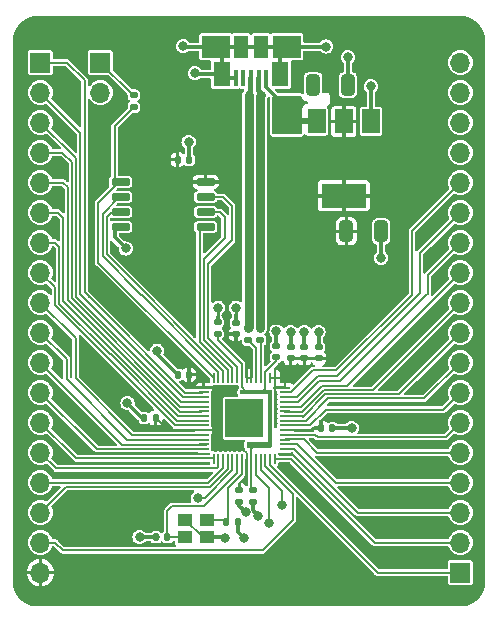
<source format=gtl>
%TF.GenerationSoftware,KiCad,Pcbnew,7.0.0-da2b9df05c~163~ubuntu20.04.1*%
%TF.CreationDate,2023-05-09T10:41:34+01:00*%
%TF.ProjectId,KiCAD_Board_3_Minimal_Full_RP2040,4b694341-445f-4426-9f61-72645f335f4d,rev?*%
%TF.SameCoordinates,Original*%
%TF.FileFunction,Copper,L1,Top*%
%TF.FilePolarity,Positive*%
%FSLAX46Y46*%
G04 Gerber Fmt 4.6, Leading zero omitted, Abs format (unit mm)*
G04 Created by KiCad (PCBNEW 7.0.0-da2b9df05c~163~ubuntu20.04.1) date 2023-05-09 10:41:34*
%MOMM*%
%LPD*%
G01*
G04 APERTURE LIST*
G04 Aperture macros list*
%AMRoundRect*
0 Rectangle with rounded corners*
0 $1 Rounding radius*
0 $2 $3 $4 $5 $6 $7 $8 $9 X,Y pos of 4 corners*
0 Add a 4 corners polygon primitive as box body*
4,1,4,$2,$3,$4,$5,$6,$7,$8,$9,$2,$3,0*
0 Add four circle primitives for the rounded corners*
1,1,$1+$1,$2,$3*
1,1,$1+$1,$4,$5*
1,1,$1+$1,$6,$7*
1,1,$1+$1,$8,$9*
0 Add four rect primitives between the rounded corners*
20,1,$1+$1,$2,$3,$4,$5,0*
20,1,$1+$1,$4,$5,$6,$7,0*
20,1,$1+$1,$6,$7,$8,$9,0*
20,1,$1+$1,$8,$9,$2,$3,0*%
G04 Aperture macros list end*
%TA.AperFunction,SMDPad,CuDef*%
%ADD10RoundRect,0.140000X-0.140000X-0.170000X0.140000X-0.170000X0.140000X0.170000X-0.140000X0.170000X0*%
%TD*%
%TA.AperFunction,SMDPad,CuDef*%
%ADD11RoundRect,0.250000X-0.325000X-0.650000X0.325000X-0.650000X0.325000X0.650000X-0.325000X0.650000X0*%
%TD*%
%TA.AperFunction,SMDPad,CuDef*%
%ADD12RoundRect,0.135000X-0.185000X0.135000X-0.185000X-0.135000X0.185000X-0.135000X0.185000X0.135000X0*%
%TD*%
%TA.AperFunction,ComponentPad*%
%ADD13R,1.700000X1.700000*%
%TD*%
%TA.AperFunction,ComponentPad*%
%ADD14O,1.700000X1.700000*%
%TD*%
%TA.AperFunction,SMDPad,CuDef*%
%ADD15RoundRect,0.140000X0.170000X-0.140000X0.170000X0.140000X-0.170000X0.140000X-0.170000X-0.140000X0*%
%TD*%
%TA.AperFunction,SMDPad,CuDef*%
%ADD16RoundRect,0.050000X-0.387500X-0.050000X0.387500X-0.050000X0.387500X0.050000X-0.387500X0.050000X0*%
%TD*%
%TA.AperFunction,SMDPad,CuDef*%
%ADD17RoundRect,0.050000X-0.050000X-0.387500X0.050000X-0.387500X0.050000X0.387500X-0.050000X0.387500X0*%
%TD*%
%TA.AperFunction,SMDPad,CuDef*%
%ADD18R,3.200000X3.200000*%
%TD*%
%TA.AperFunction,SMDPad,CuDef*%
%ADD19RoundRect,0.140000X0.140000X0.170000X-0.140000X0.170000X-0.140000X-0.170000X0.140000X-0.170000X0*%
%TD*%
%TA.AperFunction,SMDPad,CuDef*%
%ADD20RoundRect,0.135000X0.185000X-0.135000X0.185000X0.135000X-0.185000X0.135000X-0.185000X-0.135000X0*%
%TD*%
%TA.AperFunction,SMDPad,CuDef*%
%ADD21R,1.200000X1.100000*%
%TD*%
%TA.AperFunction,SMDPad,CuDef*%
%ADD22RoundRect,0.150000X-0.650000X-0.150000X0.650000X-0.150000X0.650000X0.150000X-0.650000X0.150000X0*%
%TD*%
%TA.AperFunction,SMDPad,CuDef*%
%ADD23R,0.450000X1.380000*%
%TD*%
%TA.AperFunction,SMDPad,CuDef*%
%ADD24R,2.375000X1.900000*%
%TD*%
%TA.AperFunction,SMDPad,CuDef*%
%ADD25R,1.475000X2.100000*%
%TD*%
%TA.AperFunction,SMDPad,CuDef*%
%ADD26R,1.175000X1.900000*%
%TD*%
%TA.AperFunction,SMDPad,CuDef*%
%ADD27RoundRect,0.140000X-0.170000X0.140000X-0.170000X-0.140000X0.170000X-0.140000X0.170000X0.140000X0*%
%TD*%
%TA.AperFunction,SMDPad,CuDef*%
%ADD28R,1.500000X2.000000*%
%TD*%
%TA.AperFunction,SMDPad,CuDef*%
%ADD29R,3.800000X2.000000*%
%TD*%
%TA.AperFunction,ViaPad*%
%ADD30C,0.800000*%
%TD*%
%TA.AperFunction,Conductor*%
%ADD31C,0.150000*%
%TD*%
%TA.AperFunction,Conductor*%
%ADD32C,0.300000*%
%TD*%
%TA.AperFunction,Conductor*%
%ADD33C,0.250000*%
%TD*%
%TA.AperFunction,Conductor*%
%ADD34C,0.400000*%
%TD*%
%TA.AperFunction,Conductor*%
%ADD35C,0.800000*%
%TD*%
G04 APERTURE END LIST*
D10*
%TO.P,C1,1*%
%TO.N,GND*%
X111400000Y-83370000D03*
%TO.P,C1,2*%
%TO.N,Net-(U1-XIN)*%
X112360000Y-83370000D03*
%TD*%
D11*
%TO.P,C16,1*%
%TO.N,+3.3V*%
X127500000Y-57470000D03*
%TO.P,C16,2*%
%TO.N,GND*%
X130450000Y-57470000D03*
%TD*%
D12*
%TO.P,R2,1*%
%TO.N,/USB_D+*%
X119200000Y-65655000D03*
%TO.P,R2,2*%
%TO.N,Net-(U1-USB_DP)*%
X119200000Y-66675000D03*
%TD*%
D13*
%TO.P,J3,1,Pin_1*%
%TO.N,/GPIO_0*%
X101599999Y-43179999D03*
D14*
%TO.P,J3,2,Pin_2*%
%TO.N,/GPIO_1*%
X101599999Y-45719999D03*
%TO.P,J3,3,Pin_3*%
%TO.N,/GPIO_2*%
X101599999Y-48259999D03*
%TO.P,J3,4,Pin_4*%
%TO.N,/GPIO_3*%
X101599999Y-50799999D03*
%TO.P,J3,5,Pin_5*%
%TO.N,/GPIO_4*%
X101599999Y-53339999D03*
%TO.P,J3,6,Pin_6*%
%TO.N,/GPIO_5*%
X101599999Y-55879999D03*
%TO.P,J3,7,Pin_7*%
%TO.N,/GPIO_6*%
X101599999Y-58419999D03*
%TO.P,J3,8,Pin_8*%
%TO.N,/GPIO_7*%
X101599999Y-60959999D03*
%TO.P,J3,9,Pin_9*%
%TO.N,/GPIO_8*%
X101599999Y-63499999D03*
%TO.P,J3,10,Pin_10*%
%TO.N,/GPIO_9*%
X101599999Y-66039999D03*
%TO.P,J3,11,Pin_11*%
%TO.N,/GPIO_10*%
X101599999Y-68579999D03*
%TO.P,J3,12,Pin_12*%
%TO.N,/GPIO_11*%
X101599999Y-71119999D03*
%TO.P,J3,13,Pin_13*%
%TO.N,/GPIO_12*%
X101599999Y-73659999D03*
%TO.P,J3,14,Pin_14*%
%TO.N,/GPIO_13*%
X101599999Y-76199999D03*
%TO.P,J3,15,Pin_15*%
%TO.N,/GPIO_14*%
X101599999Y-78739999D03*
%TO.P,J3,16,Pin_16*%
%TO.N,/GPIO_15*%
X101599999Y-81279999D03*
%TO.P,J3,17,Pin_17*%
%TO.N,/RUN*%
X101599999Y-83819999D03*
%TO.P,J3,18,Pin_18*%
%TO.N,+3.3V*%
X101599999Y-86359999D03*
%TD*%
D15*
%TO.P,C11,1*%
%TO.N,+3.3V*%
X122780000Y-68220000D03*
%TO.P,C11,2*%
%TO.N,GND*%
X122780000Y-67260000D03*
%TD*%
D12*
%TO.P,R1,1*%
%TO.N,Net-(J1-Pin_1)*%
X109500000Y-45930000D03*
%TO.P,R1,2*%
%TO.N,/QSPI_SS*%
X109500000Y-46950000D03*
%TD*%
D16*
%TO.P,U1,1,IOVDD*%
%TO.N,+3.3V*%
X115422500Y-70707500D03*
%TO.P,U1,2,GPIO0*%
%TO.N,/GPIO_0*%
X115422500Y-71107500D03*
%TO.P,U1,3,GPIO1*%
%TO.N,/GPIO_1*%
X115422500Y-71507500D03*
%TO.P,U1,4,GPIO2*%
%TO.N,/GPIO_2*%
X115422500Y-71907500D03*
%TO.P,U1,5,GPIO3*%
%TO.N,/GPIO_3*%
X115422500Y-72307500D03*
%TO.P,U1,6,GPIO4*%
%TO.N,/GPIO_4*%
X115422500Y-72707500D03*
%TO.P,U1,7,GPIO5*%
%TO.N,/GPIO_5*%
X115422500Y-73107500D03*
%TO.P,U1,8,GPIO6*%
%TO.N,/GPIO_6*%
X115422500Y-73507500D03*
%TO.P,U1,9,GPIO7*%
%TO.N,/GPIO_7*%
X115422500Y-73907500D03*
%TO.P,U1,10,IOVDD*%
%TO.N,+3.3V*%
X115422500Y-74307500D03*
%TO.P,U1,11,GPIO8*%
%TO.N,/GPIO_8*%
X115422500Y-74707500D03*
%TO.P,U1,12,GPIO9*%
%TO.N,/GPIO_9*%
X115422500Y-75107500D03*
%TO.P,U1,13,GPIO10*%
%TO.N,/GPIO_10*%
X115422500Y-75507500D03*
%TO.P,U1,14,GPIO11*%
%TO.N,/GPIO_11*%
X115422500Y-75907500D03*
D17*
%TO.P,U1,15,GPIO12*%
%TO.N,/GPIO_12*%
X116260000Y-76745000D03*
%TO.P,U1,16,GPIO13*%
%TO.N,/GPIO_13*%
X116660000Y-76745000D03*
%TO.P,U1,17,GPIO14*%
%TO.N,/GPIO_14*%
X117060000Y-76745000D03*
%TO.P,U1,18,GPIO15*%
%TO.N,/GPIO_15*%
X117460000Y-76745000D03*
%TO.P,U1,19,TESTEN*%
%TO.N,GND*%
X117860000Y-76745000D03*
%TO.P,U1,20,XIN*%
%TO.N,Net-(U1-XIN)*%
X118260000Y-76745000D03*
%TO.P,U1,21,XOUT*%
%TO.N,Net-(U1-XOUT)*%
X118660000Y-76745000D03*
%TO.P,U1,22,IOVDD*%
%TO.N,+3.3V*%
X119060000Y-76745000D03*
%TO.P,U1,23,DVDD*%
%TO.N,+1V1*%
X119460000Y-76745000D03*
%TO.P,U1,24,SWCLK*%
%TO.N,/SWCLK*%
X119860000Y-76745000D03*
%TO.P,U1,25,SWD*%
%TO.N,/SWD*%
X120260000Y-76745000D03*
%TO.P,U1,26,RUN*%
%TO.N,/RUN*%
X120660000Y-76745000D03*
%TO.P,U1,27,GPIO16*%
%TO.N,/GPIO_16*%
X121060000Y-76745000D03*
%TO.P,U1,28,GPIO17*%
%TO.N,/GPIO_17*%
X121460000Y-76745000D03*
D16*
%TO.P,U1,29,GPIO18*%
%TO.N,/GPIO_18*%
X122297500Y-75907500D03*
%TO.P,U1,30,GPIO19*%
%TO.N,/GPIO_19*%
X122297500Y-75507500D03*
%TO.P,U1,31,GPIO20*%
%TO.N,/GPIO_20*%
X122297500Y-75107500D03*
%TO.P,U1,32,GPIO21*%
%TO.N,/GPIO_21*%
X122297500Y-74707500D03*
%TO.P,U1,33,IOVDD*%
%TO.N,+3.3V*%
X122297500Y-74307500D03*
%TO.P,U1,34,GPIO22*%
%TO.N,/GPIO_22*%
X122297500Y-73907500D03*
%TO.P,U1,35,GPIO23*%
%TO.N,/GPIO_23*%
X122297500Y-73507500D03*
%TO.P,U1,36,GPIO24*%
%TO.N,/GPIO_24*%
X122297500Y-73107500D03*
%TO.P,U1,37,GPIO25*%
%TO.N,/GPIO_25*%
X122297500Y-72707500D03*
%TO.P,U1,38,GPIO26_ADC0*%
%TO.N,/GPIO_26_ADC0*%
X122297500Y-72307500D03*
%TO.P,U1,39,GPIO27_ADC1*%
%TO.N,/GPIO_26_ADC1*%
X122297500Y-71907500D03*
%TO.P,U1,40,GPIO28_ADC2*%
%TO.N,/GPIO_26_ADC2*%
X122297500Y-71507500D03*
%TO.P,U1,41,GPIO29_ADC3*%
%TO.N,/GPIO_26_ADC3*%
X122297500Y-71107500D03*
%TO.P,U1,42,IOVDD*%
%TO.N,+3.3V*%
X122297500Y-70707500D03*
D17*
%TO.P,U1,43,ADC_AVDD*%
X121460000Y-69870000D03*
%TO.P,U1,44,VREG_IN*%
X121060000Y-69870000D03*
%TO.P,U1,45,VREG_VOUT*%
%TO.N,+1V1*%
X120660000Y-69870000D03*
%TO.P,U1,46,USB_DM*%
%TO.N,Net-(U1-USB_DM)*%
X120260000Y-69870000D03*
%TO.P,U1,47,USB_DP*%
%TO.N,Net-(U1-USB_DP)*%
X119860000Y-69870000D03*
%TO.P,U1,48,USB_VDD*%
%TO.N,+3.3V*%
X119460000Y-69870000D03*
%TO.P,U1,49,IOVDD*%
X119060000Y-69870000D03*
%TO.P,U1,50,DVDD*%
%TO.N,+1V1*%
X118660000Y-69870000D03*
%TO.P,U1,51,QSPI_SD3*%
%TO.N,/QSPI_SD3*%
X118260000Y-69870000D03*
%TO.P,U1,52,QSPI_SCLK*%
%TO.N,/QSPI_SCLK*%
X117860000Y-69870000D03*
%TO.P,U1,53,QSPI_SD0*%
%TO.N,/QSPI_SD0*%
X117460000Y-69870000D03*
%TO.P,U1,54,QSPI_SD2*%
%TO.N,/QSPI_SD2*%
X117060000Y-69870000D03*
%TO.P,U1,55,QSPI_SD1*%
%TO.N,/QSPI_SD1*%
X116660000Y-69870000D03*
%TO.P,U1,56,QSPI_SS*%
%TO.N,/QSPI_SS*%
X116260000Y-69870000D03*
D18*
%TO.P,U1,57,GND*%
%TO.N,GND*%
X118859999Y-73307499D03*
%TD*%
D13*
%TO.P,J1,1,Pin_1*%
%TO.N,Net-(J1-Pin_1)*%
X106679999Y-43179999D03*
D14*
%TO.P,J1,2,Pin_2*%
%TO.N,GND*%
X106679999Y-45719999D03*
%TD*%
D15*
%TO.P,C13,1*%
%TO.N,+1V1*%
X121550000Y-68130000D03*
%TO.P,C13,2*%
%TO.N,GND*%
X121550000Y-67170000D03*
%TD*%
D10*
%TO.P,C8,1*%
%TO.N,+3.3V*%
X125370000Y-74130000D03*
%TO.P,C8,2*%
%TO.N,GND*%
X126330000Y-74130000D03*
%TD*%
D19*
%TO.P,C2,1*%
%TO.N,GND*%
X118300000Y-82090000D03*
%TO.P,C2,2*%
%TO.N,Net-(U1-XOUT)*%
X117340000Y-82090000D03*
%TD*%
D15*
%TO.P,C14,1*%
%TO.N,+1V1*%
X116600000Y-66150000D03*
%TO.P,C14,2*%
%TO.N,GND*%
X116600000Y-65190000D03*
%TD*%
D20*
%TO.P,R3,1*%
%TO.N,Net-(U1-USB_DM)*%
X120200000Y-66675000D03*
%TO.P,R3,2*%
%TO.N,/USB_D-*%
X120200000Y-65655000D03*
%TD*%
D10*
%TO.P,C3,1*%
%TO.N,+3.3V*%
X113220000Y-51400000D03*
%TO.P,C3,2*%
%TO.N,GND*%
X114180000Y-51400000D03*
%TD*%
D15*
%TO.P,C5,1*%
%TO.N,+3.3V*%
X118150000Y-66175000D03*
%TO.P,C5,2*%
%TO.N,GND*%
X118150000Y-65215000D03*
%TD*%
D21*
%TO.P,Y1,1,1*%
%TO.N,Net-(U1-XOUT)*%
X115719999Y-81889999D03*
%TO.P,Y1,2,2*%
%TO.N,GND*%
X113819999Y-81889999D03*
%TO.P,Y1,3,3*%
%TO.N,Net-(U1-XIN)*%
X113819999Y-83389999D03*
%TO.P,Y1,4,4*%
%TO.N,GND*%
X115719999Y-83389999D03*
%TD*%
D22*
%TO.P,U2,1,~{CS}*%
%TO.N,/QSPI_SS*%
X108390000Y-53295000D03*
%TO.P,U2,2,DO(IO1)*%
%TO.N,/QSPI_SD1*%
X108390000Y-54565000D03*
%TO.P,U2,3,IO2*%
%TO.N,/QSPI_SD2*%
X108390000Y-55835000D03*
%TO.P,U2,4,GND*%
%TO.N,GND*%
X108390000Y-57105000D03*
%TO.P,U2,5,DI(IO0)*%
%TO.N,/QSPI_SD0*%
X115590000Y-57105000D03*
%TO.P,U2,6,CLK*%
%TO.N,/QSPI_SCLK*%
X115590000Y-55835000D03*
%TO.P,U2,7,IO3*%
%TO.N,/QSPI_SD3*%
X115590000Y-54565000D03*
%TO.P,U2,8,VCC*%
%TO.N,+3.3V*%
X115590000Y-53295000D03*
%TD*%
D19*
%TO.P,C4,1*%
%TO.N,+3.3V*%
X114170000Y-69600000D03*
%TO.P,C4,2*%
%TO.N,GND*%
X113210000Y-69600000D03*
%TD*%
D15*
%TO.P,C6,1*%
%TO.N,+3.3V*%
X125180000Y-68220000D03*
%TO.P,C6,2*%
%TO.N,GND*%
X125180000Y-67260000D03*
%TD*%
D19*
%TO.P,C9,1*%
%TO.N,+3.3V*%
X111350000Y-73275000D03*
%TO.P,C9,2*%
%TO.N,GND*%
X110390000Y-73275000D03*
%TD*%
D23*
%TO.P,J2,1,VBUS*%
%TO.N,VBUS*%
X120736999Y-44499999D03*
%TO.P,J2,2,D-*%
%TO.N,/USB_D-*%
X120086999Y-44499999D03*
%TO.P,J2,3,D+*%
%TO.N,/USB_D+*%
X119436999Y-44498999D03*
%TO.P,J2,4,ID*%
%TO.N,unconnected-(J2-ID-Pad4)*%
X118786999Y-44499999D03*
%TO.P,J2,5,GND*%
%TO.N,GND*%
X118136999Y-44499999D03*
D24*
%TO.P,J2,6,Shield*%
X122463999Y-41839999D03*
D25*
X121899999Y-44139999D03*
D26*
X120276999Y-41839999D03*
X118596999Y-41839999D03*
D25*
X116974999Y-44139999D03*
D24*
X116445999Y-41839999D03*
%TD*%
D11*
%TO.P,C15,1*%
%TO.N,VBUS*%
X124685000Y-45080000D03*
%TO.P,C15,2*%
%TO.N,GND*%
X127635000Y-45080000D03*
%TD*%
D27*
%TO.P,C10,1*%
%TO.N,+3.3V*%
X118450000Y-79390000D03*
%TO.P,C10,2*%
%TO.N,GND*%
X118450000Y-80350000D03*
%TD*%
D13*
%TO.P,J5,1,Pin_1*%
%TO.N,/GPIO_16*%
X137159999Y-86359999D03*
D14*
%TO.P,J5,2,Pin_2*%
%TO.N,/GPIO_17*%
X137159999Y-83819999D03*
%TO.P,J5,3,Pin_3*%
%TO.N,/GPIO_18*%
X137159999Y-81279999D03*
%TO.P,J5,4,Pin_4*%
%TO.N,/GPIO_19*%
X137159999Y-78739999D03*
%TO.P,J5,5,Pin_5*%
%TO.N,/GPIO_20*%
X137159999Y-76199999D03*
%TO.P,J5,6,Pin_6*%
%TO.N,/GPIO_21*%
X137159999Y-73659999D03*
%TO.P,J5,7,Pin_7*%
%TO.N,/GPIO_22*%
X137159999Y-71119999D03*
%TO.P,J5,8,Pin_8*%
%TO.N,/GPIO_23*%
X137159999Y-68579999D03*
%TO.P,J5,9,Pin_9*%
%TO.N,/GPIO_24*%
X137159999Y-66039999D03*
%TO.P,J5,10,Pin_10*%
%TO.N,/GPIO_25*%
X137159999Y-63499999D03*
%TO.P,J5,11,Pin_11*%
%TO.N,/GPIO_26_ADC0*%
X137159999Y-60959999D03*
%TO.P,J5,12,Pin_12*%
%TO.N,/GPIO_26_ADC1*%
X137159999Y-58419999D03*
%TO.P,J5,13,Pin_13*%
%TO.N,/GPIO_26_ADC2*%
X137159999Y-55879999D03*
%TO.P,J5,14,Pin_14*%
%TO.N,/GPIO_26_ADC3*%
X137159999Y-53339999D03*
%TO.P,J5,15,Pin_15*%
%TO.N,/SWCLK*%
X137159999Y-50799999D03*
%TO.P,J5,16,Pin_16*%
%TO.N,/SWD*%
X137159999Y-48259999D03*
%TO.P,J5,17,Pin_17*%
%TO.N,GND*%
X137159999Y-45719999D03*
%TO.P,J5,18,Pin_18*%
X137159999Y-43179999D03*
%TD*%
D15*
%TO.P,C7,1*%
%TO.N,+3.3V*%
X123950000Y-68220000D03*
%TO.P,C7,2*%
%TO.N,GND*%
X123950000Y-67260000D03*
%TD*%
D28*
%TO.P,U3,1,ADJ/GND*%
%TO.N,GND*%
X129589999Y-48159999D03*
%TO.P,U3,2,output*%
%TO.N,+3.3V*%
X127289999Y-48159999D03*
%TO.P,U3,3,input*%
%TO.N,VBUS*%
X124989999Y-48159999D03*
D29*
%TO.P,U3,4,tab*%
%TO.N,+3.3V*%
X127289999Y-54459999D03*
%TD*%
D27*
%TO.P,C12,1*%
%TO.N,+1V1*%
X119570000Y-79390000D03*
%TO.P,C12,2*%
%TO.N,GND*%
X119570000Y-80350000D03*
%TD*%
D30*
%TO.N,GND*%
X118800000Y-83410000D03*
X120050000Y-81550000D03*
X125150000Y-65980000D03*
X117875000Y-72275000D03*
X108975000Y-72025000D03*
X119010000Y-81270000D03*
X114150000Y-49900000D03*
X116650000Y-63940000D03*
X127640000Y-42720000D03*
X114925000Y-80050000D03*
X122780000Y-65980000D03*
X127950000Y-74125000D03*
X117850000Y-74375000D03*
X119975000Y-74375000D03*
X119950000Y-72250000D03*
X118140000Y-63940000D03*
X110000000Y-83375000D03*
X130450000Y-59720000D03*
X119000000Y-73275000D03*
X111475000Y-67575000D03*
X129575000Y-45175000D03*
X108825000Y-58925000D03*
X123960000Y-65980000D03*
X117250000Y-83420000D03*
X121590000Y-65950000D03*
X125800000Y-41825000D03*
X114690000Y-44070000D03*
X113700000Y-41800000D03*
%TO.N,/SWCLK*%
X120960000Y-82180000D03*
%TO.N,/SWD*%
X122040000Y-80650000D03*
%TD*%
D31*
%TO.N,GND*%
X113870000Y-81890000D02*
X113820000Y-81890000D01*
D32*
X113210000Y-69600000D02*
X111475000Y-67865000D01*
X116975000Y-44140000D02*
X114760000Y-44140000D01*
X116975000Y-42369000D02*
X116446000Y-41840000D01*
X111475000Y-67865000D02*
X111475000Y-67575000D01*
X118360000Y-82970000D02*
X118800000Y-83410000D01*
X116446000Y-41840000D02*
X113740000Y-41840000D01*
X119570000Y-81070000D02*
X120050000Y-81550000D01*
X125785000Y-41840000D02*
X125800000Y-41825000D01*
X127635000Y-45080000D02*
X127635000Y-42725000D01*
X119010000Y-81270000D02*
X118450000Y-80710000D01*
D33*
X116600000Y-64750000D02*
X116600000Y-64100000D01*
D32*
X121900000Y-44140000D02*
X121900000Y-42404000D01*
X122464000Y-41840000D02*
X125785000Y-41840000D01*
X118150000Y-65215000D02*
X118150000Y-64550000D01*
X129590000Y-48160000D02*
X129590000Y-45190000D01*
X111580000Y-83380000D02*
X110005000Y-83380000D01*
X118137000Y-44500000D02*
X117335000Y-44500000D01*
X107880000Y-57140000D02*
X107880000Y-57980000D01*
X120277000Y-41840000D02*
X122464000Y-41840000D01*
X110390000Y-73275000D02*
X110225000Y-73275000D01*
X121900000Y-42404000D02*
X122464000Y-41840000D01*
X119570000Y-80350000D02*
X119570000Y-81070000D01*
X127635000Y-42725000D02*
X127640000Y-42720000D01*
X125180000Y-67260000D02*
X125180000Y-66010000D01*
X122780000Y-67260000D02*
X122780000Y-65980000D01*
X118597000Y-41840000D02*
X120277000Y-41840000D01*
X129590000Y-45190000D02*
X129575000Y-45175000D01*
D31*
X125180000Y-66010000D02*
X125150000Y-65980000D01*
X117860000Y-76745000D02*
X117860000Y-77694922D01*
D32*
X110225000Y-73275000D02*
X108975000Y-72025000D01*
X116975000Y-44140000D02*
X116975000Y-42369000D01*
X117335000Y-44500000D02*
X116975000Y-44140000D01*
X130450000Y-57470000D02*
X130450000Y-59720000D01*
D31*
X123950000Y-65990000D02*
X123960000Y-65980000D01*
D32*
X116446000Y-41840000D02*
X118597000Y-41840000D01*
D33*
X118150000Y-63830000D02*
X118050000Y-63730000D01*
D32*
X118360000Y-82100000D02*
X118360000Y-82970000D01*
X110005000Y-83380000D02*
X110000000Y-83375000D01*
X116600000Y-65190000D02*
X116600000Y-64750000D01*
D31*
X117220000Y-83390000D02*
X117250000Y-83420000D01*
D32*
X121550000Y-67110000D02*
X121550000Y-66230000D01*
D33*
X118150000Y-64550000D02*
X118150000Y-63830000D01*
D31*
X115720000Y-83390000D02*
X115370000Y-83390000D01*
D32*
X113740000Y-41840000D02*
X113700000Y-41800000D01*
D31*
X121550000Y-66290000D02*
X121580000Y-66260000D01*
X115370000Y-83390000D02*
X113870000Y-81890000D01*
X115504922Y-80050000D02*
X114925000Y-80050000D01*
D32*
X114760000Y-44140000D02*
X114690000Y-44070000D01*
D31*
X117860000Y-77694922D02*
X115504922Y-80050000D01*
D32*
X118450000Y-80710000D02*
X118450000Y-80350000D01*
X126330000Y-74130000D02*
X127945000Y-74130000D01*
X115720000Y-83390000D02*
X117220000Y-83390000D01*
X114180000Y-51400000D02*
X114180000Y-49930000D01*
X127945000Y-74130000D02*
X127950000Y-74125000D01*
X114180000Y-49930000D02*
X114150000Y-49900000D01*
X123950000Y-67260000D02*
X123950000Y-65990000D01*
X107880000Y-57980000D02*
X108825000Y-58925000D01*
D31*
%TO.N,Net-(U1-XIN)*%
X116790000Y-79415025D02*
X116784975Y-79415025D01*
X112775000Y-80725000D02*
X112360000Y-81140000D01*
X112360000Y-81140000D02*
X112360000Y-83370000D01*
X118260000Y-76745000D02*
X118260000Y-77945025D01*
X118260000Y-77945025D02*
X116790000Y-79415025D01*
X115475000Y-80725000D02*
X112775000Y-80725000D01*
X116784975Y-79415025D02*
X115475000Y-80725000D01*
X112380000Y-83390000D02*
X112360000Y-83370000D01*
X113820000Y-83390000D02*
X112380000Y-83390000D01*
%TO.N,Net-(U1-XOUT)*%
X117190000Y-81890000D02*
X115720000Y-81890000D01*
X117490000Y-79210000D02*
X117490000Y-82010000D01*
X115800000Y-81810000D02*
X115720000Y-81890000D01*
X118660000Y-78040000D02*
X117490000Y-79210000D01*
X117400000Y-82100000D02*
X117190000Y-81890000D01*
X118660000Y-76745000D02*
X118660000Y-78040000D01*
X117490000Y-82010000D02*
X117400000Y-82100000D01*
%TO.N,+3.3V*%
X115422500Y-74307500D02*
X112382500Y-74307500D01*
X119060000Y-76247881D02*
X118762119Y-75950000D01*
X118762119Y-75950000D02*
X118650000Y-75950000D01*
X112382500Y-74307500D02*
X111350000Y-73275000D01*
X119060000Y-76745000D02*
X119060000Y-76247881D01*
%TO.N,+1V1*%
X119460000Y-79280000D02*
X119570000Y-79390000D01*
X120660000Y-69870000D02*
X120660000Y-70815000D01*
X119460000Y-76745000D02*
X119460000Y-75915000D01*
X121540000Y-68442881D02*
X121540000Y-68140000D01*
X118660000Y-68710000D02*
X116600000Y-66650000D01*
X119460000Y-76745000D02*
X119460000Y-79280000D01*
X118660000Y-69870000D02*
X118660000Y-70685000D01*
X121540000Y-68442881D02*
X120635000Y-69347881D01*
X116600000Y-66650000D02*
X116600000Y-66150000D01*
X119460000Y-75915000D02*
X119725000Y-75650000D01*
X118660000Y-69870000D02*
X118660000Y-68710000D01*
X120660000Y-70815000D02*
X120475000Y-71000000D01*
X120635000Y-69347881D02*
X120635000Y-69775000D01*
X121540000Y-68140000D02*
X121550000Y-68130000D01*
X118660000Y-70685000D02*
X118950000Y-70975000D01*
D32*
%TO.N,VBUS*%
X121860000Y-46399340D02*
X121860000Y-46610000D01*
X120737000Y-45276340D02*
X121860000Y-46399340D01*
X120737000Y-44500000D02*
X120737000Y-45276340D01*
D31*
%TO.N,Net-(J1-Pin_1)*%
X109500000Y-45930000D02*
X109430000Y-45930000D01*
X109430000Y-45930000D02*
X106680000Y-43180000D01*
D34*
%TO.N,/USB_D-*%
X120012000Y-44510000D02*
X120012000Y-45532000D01*
D35*
X120200000Y-65655000D02*
X120200000Y-46025000D01*
D34*
X120012000Y-45532000D02*
X120200000Y-45720000D01*
D35*
X120200000Y-46025000D02*
X120275000Y-45950000D01*
%TO.N,/USB_D+*%
X119200000Y-65655000D02*
X119250000Y-65605000D01*
X119250000Y-65605000D02*
X119250000Y-45950000D01*
D34*
X119362000Y-45628000D02*
X119362000Y-44509000D01*
X119170000Y-45820000D02*
X119362000Y-45628000D01*
D31*
%TO.N,/GPIO_0*%
X115260000Y-71132500D02*
X113845601Y-71132500D01*
X113845601Y-71132500D02*
X105861551Y-63148449D01*
X105360000Y-52910000D02*
X105358034Y-52620000D01*
X105358034Y-52620000D02*
X105358034Y-62644932D01*
X103820000Y-43180000D02*
X101600000Y-43180000D01*
X105861551Y-63148449D02*
X105744050Y-63030949D01*
X105358034Y-62644932D02*
X105861551Y-63148449D01*
X105340000Y-49960000D02*
X105340000Y-44700000D01*
X105358034Y-52620000D02*
X105340000Y-49960000D01*
X105340000Y-44700000D02*
X103820000Y-43180000D01*
%TO.N,/GPIO_1*%
X113700627Y-71482500D02*
X115404975Y-71482500D01*
X104990000Y-62771873D02*
X113700627Y-71482500D01*
X101600000Y-45720000D02*
X104990000Y-49110000D01*
X104990000Y-49110000D02*
X104990000Y-62771873D01*
%TO.N,/GPIO_2*%
X104640000Y-51300000D02*
X104640000Y-63000000D01*
X104640000Y-63000000D02*
X113547500Y-71907500D01*
X113547500Y-71907500D02*
X115422500Y-71907500D01*
X101600000Y-48260000D02*
X104640000Y-51300000D01*
%TO.N,/GPIO_3*%
X101600000Y-50800000D02*
X103460000Y-50800000D01*
X104290000Y-51630000D02*
X104290000Y-63144974D01*
X113452526Y-72307500D02*
X115422500Y-72307500D01*
X104290000Y-63144974D02*
X113452526Y-72307500D01*
X103460000Y-50800000D02*
X104290000Y-51630000D01*
%TO.N,/GPIO_4*%
X103520000Y-53340000D02*
X103940000Y-53760000D01*
X113382552Y-72732500D02*
X115190000Y-72732500D01*
X103940000Y-63289948D02*
X113382552Y-72732500D01*
X103940000Y-53760000D02*
X103940000Y-63289948D01*
X101600000Y-53340000D02*
X103520000Y-53340000D01*
%TO.N,/GPIO_5*%
X103080000Y-55880000D02*
X103540000Y-56340000D01*
X113262578Y-73107500D02*
X115422500Y-73107500D01*
X101600000Y-55880000D02*
X103080000Y-55880000D01*
X103540000Y-63384922D02*
X113262578Y-73107500D01*
X103540000Y-56340000D02*
X103540000Y-63384922D01*
%TO.N,/GPIO_6*%
X103190000Y-58780000D02*
X103190000Y-63590000D01*
X102830000Y-58420000D02*
X103190000Y-58780000D01*
X107490000Y-67890000D02*
X107550103Y-67890000D01*
X103190000Y-63590000D02*
X107490000Y-67890000D01*
X113167603Y-73507500D02*
X115422500Y-73507500D01*
X107550103Y-67890000D02*
X113167603Y-73507500D01*
X101600000Y-58420000D02*
X102830000Y-58420000D01*
%TO.N,/GPIO_7*%
X101600000Y-60960000D02*
X102840000Y-62200000D01*
X102840000Y-62200000D02*
X102840000Y-63734974D01*
X113012526Y-73907500D02*
X115422500Y-73907500D01*
X102840000Y-63734974D02*
X113012526Y-73907500D01*
%TO.N,/GPIO_8*%
X109382500Y-74707500D02*
X104575000Y-69900000D01*
X115422500Y-74707500D02*
X109382500Y-74707500D01*
X104575000Y-66475000D02*
X101600000Y-63500000D01*
X104575000Y-69900000D02*
X104575000Y-66475000D01*
%TO.N,/GPIO_9*%
X108957500Y-75107500D02*
X103825000Y-69975000D01*
X115422500Y-75107500D02*
X108957500Y-75107500D01*
X103825000Y-68265000D02*
X101600000Y-66040000D01*
X103825000Y-69975000D02*
X103825000Y-68265000D01*
%TO.N,/GPIO_10*%
X108552500Y-75532500D02*
X115602500Y-75532500D01*
X101600000Y-68580000D02*
X108552500Y-75532500D01*
%TO.N,/GPIO_11*%
X101600000Y-71120000D02*
X106387500Y-75907500D01*
X106387500Y-75907500D02*
X115422500Y-75907500D01*
%TO.N,/GPIO_12*%
X104630000Y-76690000D02*
X116285000Y-76690000D01*
X101600000Y-73660000D02*
X104630000Y-76690000D01*
%TO.N,/GPIO_13*%
X102950000Y-77550000D02*
X116520000Y-77550000D01*
X101600000Y-76200000D02*
X102950000Y-77550000D01*
X116660000Y-77410000D02*
X116660000Y-76745000D01*
X116520000Y-77550000D02*
X116660000Y-77410000D01*
%TO.N,/GPIO_14*%
X115824974Y-78740000D02*
X101600000Y-78740000D01*
X117060000Y-76745000D02*
X117060000Y-77504974D01*
X117060000Y-77504974D02*
X115824974Y-78740000D01*
%TO.N,/GPIO_15*%
X115969948Y-79090000D02*
X117485000Y-77574948D01*
X101600000Y-81280000D02*
X103790000Y-79090000D01*
X103790000Y-79090000D02*
X115969948Y-79090000D01*
X117485000Y-77574948D02*
X117485000Y-76640000D01*
%TO.N,/RUN*%
X102040000Y-84260000D02*
X101600000Y-83820000D01*
X120660000Y-77370000D02*
X122960000Y-79670000D01*
X120420000Y-84480000D02*
X103510000Y-84480000D01*
X120660000Y-76745000D02*
X120660000Y-77370000D01*
X103510000Y-84480000D02*
X102850000Y-83820000D01*
X122960000Y-79670000D02*
X122960000Y-81940000D01*
X122960000Y-81940000D02*
X120420000Y-84480000D01*
X102850000Y-83820000D02*
X101600000Y-83820000D01*
%TO.N,/GPIO_16*%
X121060000Y-77242119D02*
X130177881Y-86360000D01*
X130177881Y-86360000D02*
X137160000Y-86360000D01*
X121060000Y-76745000D02*
X121060000Y-77242119D01*
%TO.N,/GPIO_17*%
X122825000Y-76745000D02*
X129900000Y-83820000D01*
X121460000Y-76745000D02*
X122825000Y-76745000D01*
X129900000Y-83820000D02*
X137160000Y-83820000D01*
%TO.N,/GPIO_18*%
X128460000Y-81280000D02*
X123087500Y-75907500D01*
X137160000Y-81280000D02*
X128460000Y-81280000D01*
X123087500Y-75907500D02*
X122297500Y-75907500D01*
%TO.N,/GPIO_19*%
X123367500Y-75507500D02*
X126600000Y-78740000D01*
X126600000Y-78740000D02*
X137160000Y-78740000D01*
X122297500Y-75507500D02*
X123367500Y-75507500D01*
%TO.N,/GPIO_20*%
X137160000Y-76200000D02*
X125010000Y-76200000D01*
X125010000Y-76200000D02*
X123892500Y-75082500D01*
X123892500Y-75082500D02*
X122322500Y-75082500D01*
X122322500Y-75082500D02*
X122297500Y-75107500D01*
%TO.N,/GPIO_21*%
X122297500Y-74707500D02*
X124880601Y-74707500D01*
X125068101Y-74895000D02*
X135925000Y-74895000D01*
X135925000Y-74895000D02*
X137160000Y-73660000D01*
X124880601Y-74707500D02*
X125068101Y-74895000D01*
%TO.N,/GPIO_22*%
X135720000Y-72560000D02*
X137160000Y-71120000D01*
X124402500Y-73907500D02*
X125750000Y-72560000D01*
X122297500Y-73907500D02*
X124402500Y-73907500D01*
X125750000Y-72560000D02*
X135720000Y-72560000D01*
%TO.N,/GPIO_23*%
X124092500Y-73507500D02*
X122297500Y-73507500D01*
X125980000Y-71620000D02*
X124092500Y-73507500D01*
X137160000Y-68580000D02*
X134120000Y-71620000D01*
X134120000Y-71620000D02*
X125980000Y-71620000D01*
%TO.N,/GPIO_24*%
X123795000Y-73132500D02*
X122160000Y-73132500D01*
X128070000Y-71270000D02*
X125707500Y-71270000D01*
X125707500Y-71270000D02*
X123820000Y-73157500D01*
X137160000Y-66040000D02*
X131930000Y-71270000D01*
X123820000Y-73157500D02*
X123795000Y-73132500D01*
X131930000Y-71270000D02*
X128070000Y-71270000D01*
%TO.N,/GPIO_25*%
X137160000Y-63500000D02*
X129770000Y-70890000D01*
X125590000Y-70890000D02*
X123750000Y-72730000D01*
X129770000Y-70890000D02*
X128880000Y-70890000D01*
X123750000Y-72730000D02*
X123747500Y-72732500D01*
X128880000Y-70890000D02*
X125590000Y-70890000D01*
X123747500Y-72732500D02*
X122290000Y-72732500D01*
%TO.N,/GPIO_26_ADC0*%
X125445025Y-70540000D02*
X123652525Y-72332500D01*
X123652525Y-72332500D02*
X122310000Y-72332500D01*
X127580000Y-70540000D02*
X125445025Y-70540000D01*
X137160000Y-60960000D02*
X127580000Y-70540000D01*
%TO.N,/GPIO_26_ADC1*%
X134380000Y-62770000D02*
X134380000Y-61200000D01*
X134380000Y-61200000D02*
X137160000Y-58420000D01*
X122297500Y-71907500D02*
X123399399Y-71907500D01*
X125196899Y-70110000D02*
X127000000Y-70110000D01*
X123399399Y-71907500D02*
X125196899Y-70110000D01*
X134340000Y-62770000D02*
X134380000Y-62770000D01*
X127000000Y-70110000D02*
X134340000Y-62770000D01*
%TO.N,/GPIO_26_ADC2*%
X133710000Y-62730000D02*
X126740000Y-69700000D01*
X123304424Y-71507500D02*
X122297500Y-71507500D01*
X125111924Y-69700000D02*
X123304424Y-71507500D01*
X133720000Y-59320000D02*
X133720000Y-62730000D01*
X133720000Y-62730000D02*
X133710000Y-62730000D01*
X137160000Y-55880000D02*
X133720000Y-59320000D01*
X126740000Y-69700000D02*
X125111924Y-69700000D01*
%TO.N,/GPIO_26_ADC3*%
X133070000Y-57430000D02*
X137160000Y-53340000D01*
X122297500Y-71107500D02*
X122794619Y-71107500D01*
X133070000Y-62830000D02*
X133070000Y-57430000D01*
X122794619Y-71107500D02*
X124672119Y-69230000D01*
X126670000Y-69230000D02*
X133070000Y-62830000D01*
X124672119Y-69230000D02*
X126670000Y-69230000D01*
%TO.N,/SWCLK*%
X119860000Y-76745000D02*
X119860000Y-78120000D01*
X120960000Y-79220000D02*
X120960000Y-82180000D01*
X119860000Y-78120000D02*
X120960000Y-79220000D01*
%TO.N,/SWD*%
X121930000Y-79320000D02*
X122040000Y-79430000D01*
X122040000Y-79430000D02*
X122040000Y-80650000D01*
X120260000Y-77650000D02*
X121930000Y-79320000D01*
X120260000Y-76745000D02*
X120260000Y-77650000D01*
%TO.N,/QSPI_SS*%
X106510000Y-55043959D02*
X108258959Y-53295000D01*
X107880000Y-53330000D02*
X107880000Y-48570000D01*
X107880000Y-48570000D02*
X109500000Y-46950000D01*
X106510000Y-60120000D02*
X106510000Y-55043959D01*
X108258959Y-53295000D02*
X108390000Y-53295000D01*
X116260000Y-69870000D02*
X106510000Y-60120000D01*
X107748959Y-53330000D02*
X107880000Y-53330000D01*
X116260000Y-69870000D02*
X116260000Y-69735000D01*
%TO.N,Net-(U1-USB_DP)*%
X119860000Y-67335000D02*
X119200000Y-66675000D01*
X119860000Y-69870000D02*
X119860000Y-67335000D01*
%TO.N,Net-(U1-USB_DM)*%
X120200000Y-66675000D02*
X120260000Y-66735000D01*
X120260000Y-66735000D02*
X120260000Y-69870000D01*
%TO.N,/QSPI_SD3*%
X117075000Y-54565000D02*
X115590000Y-54565000D01*
X117840000Y-58220000D02*
X117840000Y-55330000D01*
X118260000Y-69870000D02*
X118260000Y-68985026D01*
X117840000Y-55330000D02*
X117075000Y-54565000D01*
X115080000Y-54600000D02*
X115211041Y-54600000D01*
X115800000Y-60260000D02*
X117840000Y-58220000D01*
X115800000Y-66525026D02*
X115800000Y-60260000D01*
X118260000Y-68985026D02*
X115800000Y-66525026D01*
%TO.N,/QSPI_SCLK*%
X117190000Y-58040000D02*
X117200000Y-58040000D01*
X117860000Y-69080000D02*
X115430000Y-66650000D01*
X115870000Y-55870000D02*
X115080000Y-55870000D01*
X115450000Y-66630000D02*
X115450000Y-59780000D01*
X115450000Y-59780000D02*
X117190000Y-58040000D01*
X117200000Y-58040000D02*
X117200000Y-56250000D01*
X115430000Y-66650000D02*
X115450000Y-66630000D01*
X117200000Y-56250000D02*
X116785000Y-55835000D01*
X116785000Y-55835000D02*
X115590000Y-55835000D01*
X117860000Y-69870000D02*
X117860000Y-69080000D01*
%TO.N,/QSPI_SD0*%
X117460000Y-69182933D02*
X115080000Y-66802933D01*
X115080000Y-66802933D02*
X115080000Y-57140000D01*
X117460000Y-69870000D02*
X117460000Y-69182933D01*
%TO.N,/QSPI_SD2*%
X107625000Y-55835000D02*
X108390000Y-55835000D01*
X117060000Y-69870000D02*
X117060000Y-69277907D01*
X117060000Y-69277907D02*
X107210000Y-59427907D01*
X107210000Y-59427907D02*
X107210000Y-56250000D01*
X107210000Y-56250000D02*
X107625000Y-55835000D01*
%TO.N,/QSPI_SD1*%
X108258959Y-54565000D02*
X108390000Y-54565000D01*
X116660000Y-69870000D02*
X116660000Y-69372881D01*
X110150000Y-62890000D02*
X106860000Y-59600000D01*
X110177119Y-62890000D02*
X110150000Y-62890000D01*
X106860000Y-55963959D02*
X108258959Y-54565000D01*
X106860000Y-59600000D02*
X106860000Y-55963959D01*
X116660000Y-69372881D02*
X110177119Y-62890000D01*
%TD*%
%TA.AperFunction,Conductor*%
%TO.N,+1V1*%
G36*
X121150500Y-70888263D02*
G01*
X121186737Y-70924500D01*
X121200000Y-70974000D01*
X121200000Y-75676000D01*
X121186737Y-75725500D01*
X121150500Y-75761737D01*
X121101000Y-75775000D01*
X119154347Y-75775000D01*
X119103352Y-75760856D01*
X119066928Y-75722465D01*
X119055484Y-75670797D01*
X119070063Y-75393797D01*
X119084977Y-75346525D01*
X119120936Y-75312409D01*
X119168926Y-75300000D01*
X120861967Y-75300000D01*
X120875000Y-75300000D01*
X120875000Y-71250000D01*
X120861967Y-71250000D01*
X118581323Y-71250000D01*
X118529799Y-71235536D01*
X118493331Y-71196370D01*
X118482575Y-71143947D01*
X118493432Y-70991947D01*
X118508893Y-70945482D01*
X118544732Y-70912111D01*
X118592180Y-70900000D01*
X120611967Y-70900000D01*
X120625000Y-70900000D01*
X120625000Y-70896507D01*
X120629073Y-70895416D01*
X120648351Y-70882536D01*
X120686237Y-70875000D01*
X121101000Y-70875000D01*
X121150500Y-70888263D01*
G37*
%TD.AperFunction*%
%TD*%
%TA.AperFunction,Conductor*%
%TO.N,+3.3V*%
G36*
X119110000Y-76658263D02*
G01*
X119146237Y-76694500D01*
X119159500Y-76744000D01*
X119159500Y-77157174D01*
X119159832Y-77158846D01*
X119160000Y-77162251D01*
X119160000Y-77465805D01*
X119166529Y-77488018D01*
X119175535Y-77500031D01*
X119184500Y-77541198D01*
X119184500Y-78942952D01*
X119176963Y-78980839D01*
X119155501Y-79012958D01*
X119142721Y-79025737D01*
X119093542Y-79052517D01*
X119037702Y-79048331D01*
X118993065Y-79014520D01*
X118939047Y-78941329D01*
X118928670Y-78930952D01*
X118833888Y-78860999D01*
X118820919Y-78854144D01*
X118708412Y-78814777D01*
X118696729Y-78812224D01*
X118675299Y-78810215D01*
X118670692Y-78810000D01*
X118613033Y-78810000D01*
X118602754Y-78812754D01*
X118600000Y-78823033D01*
X118600000Y-79441000D01*
X118586737Y-79490500D01*
X118550500Y-79526737D01*
X118501000Y-79540000D01*
X118399000Y-79540000D01*
X118349500Y-79526737D01*
X118313263Y-79490500D01*
X118300000Y-79441000D01*
X118300000Y-78830622D01*
X118307536Y-78792736D01*
X118328993Y-78760622D01*
X118828732Y-78260882D01*
X118843729Y-78248575D01*
X118858624Y-78238624D01*
X118881399Y-78204540D01*
X118891471Y-78189465D01*
X118919515Y-78147495D01*
X118935500Y-78067133D01*
X118935500Y-78067132D01*
X118940897Y-78040000D01*
X118937401Y-78022428D01*
X118935500Y-78003116D01*
X118935500Y-77541198D01*
X118944466Y-77500028D01*
X118953469Y-77488020D01*
X118960000Y-77465804D01*
X118960000Y-77162251D01*
X118960167Y-77158846D01*
X118960500Y-77157174D01*
X118960500Y-76744000D01*
X118973763Y-76694500D01*
X119010000Y-76658263D01*
X119059500Y-76645000D01*
X119060500Y-76645000D01*
X119110000Y-76658263D01*
G37*
%TD.AperFunction*%
%TA.AperFunction,Conductor*%
G36*
X137177939Y-39220534D02*
G01*
X137184699Y-39220704D01*
X137281354Y-39223149D01*
X137286315Y-39223399D01*
X137387145Y-39231066D01*
X137392079Y-39231566D01*
X137491389Y-39244186D01*
X137496286Y-39244933D01*
X137591065Y-39261860D01*
X137593994Y-39262383D01*
X137598850Y-39263376D01*
X137693118Y-39285133D01*
X137694799Y-39285521D01*
X137699578Y-39286750D01*
X137793682Y-39313472D01*
X137798361Y-39314927D01*
X137890505Y-39346105D01*
X137895053Y-39347769D01*
X137985136Y-39383287D01*
X137989583Y-39385167D01*
X138077470Y-39424900D01*
X138081805Y-39426989D01*
X138164708Y-39469449D01*
X138167324Y-39470789D01*
X138171542Y-39473080D01*
X138254619Y-39520848D01*
X138258701Y-39523328D01*
X138339204Y-39574937D01*
X138343135Y-39577592D01*
X138343149Y-39577602D01*
X138420928Y-39632913D01*
X138424724Y-39635752D01*
X138499678Y-39694654D01*
X138503327Y-39697666D01*
X138575323Y-39760031D01*
X138578818Y-39763207D01*
X138647752Y-39828929D01*
X138651091Y-39832268D01*
X138716774Y-39901161D01*
X138719950Y-39904655D01*
X138782337Y-39976676D01*
X138785344Y-39980320D01*
X138844252Y-40055281D01*
X138847078Y-40059059D01*
X138902414Y-40136875D01*
X138905063Y-40140796D01*
X138956671Y-40221298D01*
X138959152Y-40225381D01*
X139006920Y-40308459D01*
X139009210Y-40312676D01*
X139053006Y-40398187D01*
X139055100Y-40402534D01*
X139094825Y-40490403D01*
X139096704Y-40494844D01*
X139132225Y-40584931D01*
X139133902Y-40589515D01*
X139165070Y-40681631D01*
X139166528Y-40686318D01*
X139193257Y-40780446D01*
X139194480Y-40785202D01*
X139202819Y-40821333D01*
X139216623Y-40881145D01*
X139217617Y-40886004D01*
X139235064Y-40983704D01*
X139235816Y-40988628D01*
X139248431Y-41087899D01*
X139248936Y-41092874D01*
X139256599Y-41193665D01*
X139256852Y-41198666D01*
X139259468Y-41302063D01*
X139259500Y-41304567D01*
X139259500Y-87135431D01*
X139259468Y-87137935D01*
X139256852Y-87241331D01*
X139256599Y-87246332D01*
X139248936Y-87347123D01*
X139248431Y-87352098D01*
X139235816Y-87451371D01*
X139235064Y-87456296D01*
X139217617Y-87553991D01*
X139216623Y-87558848D01*
X139194486Y-87654770D01*
X139193257Y-87659551D01*
X139166528Y-87753679D01*
X139165070Y-87758366D01*
X139133902Y-87850482D01*
X139132225Y-87855065D01*
X139118080Y-87890940D01*
X139096712Y-87945135D01*
X139094829Y-87949588D01*
X139055105Y-88037456D01*
X139053010Y-88041803D01*
X139009210Y-88127322D01*
X139006920Y-88131539D01*
X138959158Y-88214607D01*
X138956677Y-88218691D01*
X138905062Y-88299202D01*
X138902398Y-88303144D01*
X138847094Y-88380915D01*
X138844255Y-88384712D01*
X138785346Y-88459675D01*
X138782334Y-88463324D01*
X138719950Y-88535342D01*
X138716774Y-88538837D01*
X138651091Y-88607730D01*
X138647752Y-88611069D01*
X138578818Y-88676791D01*
X138575323Y-88679967D01*
X138503327Y-88742332D01*
X138499678Y-88745344D01*
X138424724Y-88804246D01*
X138420928Y-88807085D01*
X138343148Y-88862397D01*
X138339204Y-88865061D01*
X138258701Y-88916670D01*
X138254619Y-88919150D01*
X138171542Y-88966918D01*
X138167324Y-88969209D01*
X138081815Y-89013004D01*
X138077468Y-89015099D01*
X137989594Y-89054826D01*
X137985124Y-89056716D01*
X137895076Y-89092220D01*
X137890493Y-89093897D01*
X137798363Y-89125070D01*
X137793677Y-89126528D01*
X137699578Y-89153249D01*
X137694798Y-89154478D01*
X137598856Y-89176622D01*
X137593996Y-89177616D01*
X137496314Y-89195060D01*
X137491388Y-89195812D01*
X137399995Y-89207424D01*
X137387948Y-89208213D01*
X134796256Y-89219497D01*
X134795825Y-89219498D01*
X101344565Y-89219498D01*
X101342061Y-89219466D01*
X101238664Y-89216850D01*
X101233662Y-89216597D01*
X101132868Y-89208933D01*
X101127896Y-89208428D01*
X101028634Y-89195816D01*
X101023707Y-89195064D01*
X100925998Y-89177614D01*
X100921140Y-89176620D01*
X100847983Y-89159736D01*
X100825220Y-89154482D01*
X100820444Y-89153255D01*
X100726316Y-89126526D01*
X100721629Y-89125068D01*
X100629517Y-89093901D01*
X100624934Y-89092224D01*
X100534875Y-89056716D01*
X100530405Y-89054825D01*
X100442532Y-89015098D01*
X100438185Y-89013004D01*
X100352674Y-88969208D01*
X100348457Y-88966918D01*
X100265389Y-88919156D01*
X100261305Y-88916675D01*
X100180794Y-88865060D01*
X100176852Y-88862396D01*
X100099081Y-88807092D01*
X100095284Y-88804253D01*
X100020321Y-88745344D01*
X100016672Y-88742332D01*
X99944654Y-88679948D01*
X99941159Y-88676772D01*
X99872266Y-88611089D01*
X99868927Y-88607750D01*
X99803207Y-88538818D01*
X99800030Y-88535323D01*
X99737662Y-88463322D01*
X99734652Y-88459674D01*
X99675751Y-88384722D01*
X99672911Y-88380925D01*
X99617599Y-88303145D01*
X99617598Y-88303144D01*
X99617590Y-88303132D01*
X99614935Y-88299201D01*
X99563326Y-88218698D01*
X99560846Y-88214616D01*
X99552721Y-88200485D01*
X99513072Y-88131529D01*
X99510800Y-88127346D01*
X99466982Y-88041792D01*
X99464890Y-88037448D01*
X99425177Y-87949603D01*
X99423295Y-87945153D01*
X99387778Y-87855076D01*
X99386101Y-87850494D01*
X99354926Y-87758360D01*
X99353468Y-87753672D01*
X99326748Y-87659574D01*
X99325519Y-87654795D01*
X99303374Y-87558845D01*
X99302380Y-87553986D01*
X99292596Y-87499199D01*
X99284928Y-87456263D01*
X99284185Y-87451396D01*
X99271565Y-87352078D01*
X99271064Y-87347140D01*
X99263397Y-87246310D01*
X99263147Y-87241349D01*
X99260532Y-87137933D01*
X99260500Y-87135431D01*
X99260500Y-86523749D01*
X100460247Y-86523749D01*
X100464316Y-86567666D01*
X100465988Y-86576612D01*
X100521809Y-86772803D01*
X100525105Y-86781309D01*
X100616018Y-86963889D01*
X100620823Y-86971649D01*
X100743736Y-87134411D01*
X100749883Y-87141154D01*
X100900619Y-87278569D01*
X100907889Y-87284059D01*
X101081315Y-87391439D01*
X101089472Y-87395501D01*
X101279669Y-87469184D01*
X101288442Y-87471679D01*
X101435661Y-87499199D01*
X101446775Y-87497997D01*
X101450000Y-87487294D01*
X101750000Y-87487294D01*
X101753224Y-87497997D01*
X101764338Y-87499199D01*
X101911557Y-87471679D01*
X101920330Y-87469184D01*
X102110527Y-87395501D01*
X102118684Y-87391439D01*
X102292110Y-87284059D01*
X102299380Y-87278569D01*
X102450116Y-87141154D01*
X102456263Y-87134411D01*
X102579176Y-86971649D01*
X102583981Y-86963889D01*
X102674894Y-86781309D01*
X102678190Y-86772803D01*
X102734011Y-86576612D01*
X102735683Y-86567666D01*
X102739752Y-86523749D01*
X102737742Y-86512994D01*
X102727217Y-86510000D01*
X101763033Y-86510000D01*
X101752754Y-86512754D01*
X101750000Y-86523033D01*
X101750000Y-87487294D01*
X101450000Y-87487294D01*
X101450000Y-86523033D01*
X101447245Y-86512754D01*
X101436967Y-86510000D01*
X100472783Y-86510000D01*
X100462257Y-86512994D01*
X100460247Y-86523749D01*
X99260500Y-86523749D01*
X99260500Y-86196250D01*
X100460247Y-86196250D01*
X100462257Y-86207005D01*
X100472783Y-86210000D01*
X101436967Y-86210000D01*
X101447245Y-86207245D01*
X101450000Y-86196967D01*
X101750000Y-86196967D01*
X101752754Y-86207245D01*
X101763033Y-86210000D01*
X102727217Y-86210000D01*
X102737742Y-86207005D01*
X102739752Y-86196250D01*
X102735683Y-86152333D01*
X102734011Y-86143387D01*
X102678190Y-85947196D01*
X102674894Y-85938690D01*
X102583981Y-85756110D01*
X102579176Y-85748350D01*
X102456263Y-85585588D01*
X102450116Y-85578845D01*
X102299380Y-85441430D01*
X102292110Y-85435940D01*
X102118684Y-85328560D01*
X102110527Y-85324498D01*
X101920330Y-85250815D01*
X101911557Y-85248320D01*
X101764338Y-85220800D01*
X101753224Y-85222002D01*
X101750000Y-85232706D01*
X101750000Y-86196967D01*
X101450000Y-86196967D01*
X101450000Y-85232706D01*
X101446775Y-85222002D01*
X101435661Y-85220800D01*
X101288442Y-85248320D01*
X101279669Y-85250815D01*
X101089472Y-85324498D01*
X101081315Y-85328560D01*
X100907889Y-85435940D01*
X100900619Y-85441430D01*
X100749883Y-85578845D01*
X100743736Y-85585588D01*
X100620823Y-85748350D01*
X100616018Y-85756110D01*
X100525105Y-85938690D01*
X100521809Y-85947196D01*
X100465988Y-86143387D01*
X100464316Y-86152333D01*
X100460247Y-86196250D01*
X99260500Y-86196250D01*
X99260500Y-83820000D01*
X100544417Y-83820000D01*
X100564700Y-84025934D01*
X100566111Y-84030586D01*
X100566112Y-84030590D01*
X100599453Y-84140500D01*
X100624768Y-84223954D01*
X100627062Y-84228246D01*
X100627063Y-84228248D01*
X100720023Y-84402163D01*
X100720025Y-84402166D01*
X100722315Y-84406450D01*
X100853590Y-84566410D01*
X101013550Y-84697685D01*
X101196046Y-84795232D01*
X101394066Y-84855300D01*
X101600000Y-84875583D01*
X101805934Y-84855300D01*
X102003954Y-84795232D01*
X102186450Y-84697685D01*
X102346410Y-84566410D01*
X102477685Y-84406450D01*
X102575232Y-84223954D01*
X102592884Y-84165760D01*
X102613189Y-84129225D01*
X102646763Y-84104325D01*
X102687621Y-84095500D01*
X102694876Y-84095500D01*
X102732762Y-84103036D01*
X102764880Y-84124496D01*
X103289115Y-84648731D01*
X103301426Y-84663733D01*
X103311376Y-84678624D01*
X103334376Y-84693992D01*
X103334378Y-84693994D01*
X103360534Y-84711471D01*
X103402505Y-84739515D01*
X103482867Y-84755500D01*
X103482868Y-84755500D01*
X103510000Y-84760897D01*
X103527571Y-84757401D01*
X103546884Y-84755500D01*
X120383116Y-84755500D01*
X120402428Y-84757401D01*
X120420000Y-84760897D01*
X120447132Y-84755500D01*
X120447133Y-84755500D01*
X120527495Y-84739515D01*
X120569465Y-84711471D01*
X120595622Y-84693994D01*
X120595623Y-84693992D01*
X120618624Y-84678624D01*
X120628575Y-84663729D01*
X120640884Y-84648731D01*
X123128732Y-82160882D01*
X123143729Y-82148575D01*
X123158624Y-82138624D01*
X123181764Y-82103994D01*
X123219515Y-82047495D01*
X123221576Y-82037133D01*
X123235500Y-81967133D01*
X123235500Y-81967129D01*
X123240896Y-81940000D01*
X123237401Y-81922433D01*
X123235500Y-81903121D01*
X123235500Y-80046243D01*
X123252185Y-79991242D01*
X123296614Y-79954779D01*
X123353814Y-79949145D01*
X123404504Y-79976239D01*
X129956996Y-86528731D01*
X129969307Y-86543733D01*
X129979257Y-86558624D01*
X130002257Y-86573992D01*
X130002259Y-86573994D01*
X130028415Y-86591471D01*
X130070386Y-86619515D01*
X130150748Y-86635500D01*
X130150749Y-86635500D01*
X130177881Y-86640897D01*
X130195452Y-86637401D01*
X130214765Y-86635500D01*
X136010500Y-86635500D01*
X136060000Y-86648763D01*
X136096237Y-86685000D01*
X136109500Y-86734500D01*
X136109500Y-87229748D01*
X136110446Y-87234506D01*
X136110447Y-87234511D01*
X136119211Y-87278569D01*
X136121133Y-87288231D01*
X136165448Y-87354552D01*
X136231769Y-87398867D01*
X136290252Y-87410500D01*
X138024890Y-87410500D01*
X138029748Y-87410500D01*
X138088231Y-87398867D01*
X138154552Y-87354552D01*
X138198867Y-87288231D01*
X138210500Y-87229748D01*
X138210500Y-85490252D01*
X138198867Y-85431769D01*
X138154552Y-85365448D01*
X138146441Y-85360028D01*
X138096340Y-85326551D01*
X138096338Y-85326550D01*
X138088231Y-85321133D01*
X138078667Y-85319230D01*
X138078666Y-85319230D01*
X138034511Y-85310447D01*
X138034506Y-85310446D01*
X138029748Y-85309500D01*
X136290252Y-85309500D01*
X136285494Y-85310446D01*
X136285488Y-85310447D01*
X136241333Y-85319230D01*
X136241330Y-85319231D01*
X136231769Y-85321133D01*
X136223663Y-85326549D01*
X136223659Y-85326551D01*
X136173558Y-85360028D01*
X136173555Y-85360030D01*
X136165448Y-85365448D01*
X136160030Y-85373555D01*
X136160028Y-85373558D01*
X136126551Y-85423659D01*
X136126549Y-85423663D01*
X136121133Y-85431769D01*
X136119231Y-85441330D01*
X136119230Y-85441333D01*
X136110447Y-85485488D01*
X136110446Y-85485494D01*
X136109500Y-85490252D01*
X136109500Y-85495110D01*
X136109500Y-85985500D01*
X136096237Y-86035000D01*
X136060000Y-86071237D01*
X136010500Y-86084500D01*
X130333005Y-86084500D01*
X130295119Y-86076964D01*
X130263001Y-86055504D01*
X121673991Y-77466494D01*
X121646895Y-77415793D01*
X121652539Y-77358584D01*
X121677892Y-77327707D01*
X121675598Y-77325413D01*
X121682490Y-77318520D01*
X121690601Y-77313101D01*
X121745966Y-77230240D01*
X121760500Y-77157174D01*
X121760500Y-77119500D01*
X121773763Y-77070000D01*
X121810000Y-77033763D01*
X121859500Y-77020500D01*
X122669876Y-77020500D01*
X122707762Y-77028036D01*
X122739880Y-77049496D01*
X129679112Y-83988728D01*
X129691422Y-84003729D01*
X129695956Y-84010515D01*
X129695960Y-84010519D01*
X129701376Y-84018624D01*
X129709479Y-84024038D01*
X129709481Y-84024040D01*
X129721288Y-84031929D01*
X129724376Y-84033992D01*
X129724378Y-84033994D01*
X129750534Y-84051471D01*
X129792505Y-84079515D01*
X129872867Y-84095500D01*
X129872868Y-84095500D01*
X129900000Y-84100897D01*
X129917571Y-84097401D01*
X129936884Y-84095500D01*
X136072379Y-84095500D01*
X136113237Y-84104325D01*
X136146811Y-84129225D01*
X136167115Y-84165760D01*
X136184768Y-84223954D01*
X136187062Y-84228246D01*
X136187063Y-84228248D01*
X136280023Y-84402163D01*
X136280025Y-84402166D01*
X136282315Y-84406450D01*
X136413590Y-84566410D01*
X136573550Y-84697685D01*
X136756046Y-84795232D01*
X136954066Y-84855300D01*
X137160000Y-84875583D01*
X137365934Y-84855300D01*
X137563954Y-84795232D01*
X137746450Y-84697685D01*
X137906410Y-84566410D01*
X138037685Y-84406450D01*
X138135232Y-84223954D01*
X138195300Y-84025934D01*
X138215583Y-83820000D01*
X138195300Y-83614066D01*
X138135232Y-83416046D01*
X138037685Y-83233550D01*
X137906410Y-83073590D01*
X137853436Y-83030116D01*
X137750208Y-82945399D01*
X137750207Y-82945398D01*
X137746450Y-82942315D01*
X137742166Y-82940025D01*
X137742163Y-82940023D01*
X137568248Y-82847063D01*
X137568246Y-82847062D01*
X137563954Y-82844768D01*
X137531608Y-82834956D01*
X137370590Y-82786112D01*
X137370586Y-82786111D01*
X137365934Y-82784700D01*
X137160000Y-82764417D01*
X137155157Y-82764894D01*
X136958908Y-82784223D01*
X136958907Y-82784223D01*
X136954066Y-82784700D01*
X136949415Y-82786110D01*
X136949409Y-82786112D01*
X136760706Y-82843354D01*
X136760702Y-82843355D01*
X136756046Y-82844768D01*
X136751757Y-82847060D01*
X136751751Y-82847063D01*
X136577836Y-82940023D01*
X136577828Y-82940028D01*
X136573550Y-82942315D01*
X136569796Y-82945394D01*
X136569791Y-82945399D01*
X136417354Y-83070500D01*
X136417348Y-83070505D01*
X136413590Y-83073590D01*
X136410505Y-83077348D01*
X136410500Y-83077354D01*
X136285399Y-83229791D01*
X136285394Y-83229796D01*
X136282315Y-83233550D01*
X136280028Y-83237828D01*
X136280023Y-83237836D01*
X136187063Y-83411751D01*
X136187060Y-83411757D01*
X136184768Y-83416046D01*
X136183355Y-83420702D01*
X136183354Y-83420706D01*
X136167116Y-83474238D01*
X136146811Y-83510775D01*
X136113237Y-83535675D01*
X136072379Y-83544500D01*
X130055124Y-83544500D01*
X130017238Y-83536964D01*
X129985120Y-83515504D01*
X123045885Y-76576269D01*
X123033573Y-76561266D01*
X123029042Y-76554485D01*
X123023624Y-76546376D01*
X123000623Y-76531007D01*
X123000622Y-76531006D01*
X122974465Y-76513528D01*
X122932495Y-76485485D01*
X122922935Y-76483583D01*
X122922932Y-76483582D01*
X122852133Y-76469500D01*
X122852126Y-76469497D01*
X122834565Y-76466005D01*
X122834562Y-76466005D01*
X122825000Y-76464103D01*
X122807428Y-76467598D01*
X122788116Y-76469500D01*
X121859500Y-76469500D01*
X121810000Y-76456237D01*
X121773763Y-76420000D01*
X121760500Y-76370500D01*
X121760500Y-76337684D01*
X121760500Y-76332826D01*
X121758411Y-76322324D01*
X121760770Y-76274273D01*
X121785504Y-76233004D01*
X121826773Y-76208270D01*
X121874824Y-76205911D01*
X121885326Y-76208000D01*
X122704816Y-76208000D01*
X122709674Y-76208000D01*
X122782740Y-76193466D01*
X122788092Y-76189889D01*
X122822729Y-76183000D01*
X122932376Y-76183000D01*
X122970262Y-76190536D01*
X123002380Y-76211996D01*
X128239115Y-81448731D01*
X128251426Y-81463733D01*
X128261376Y-81478624D01*
X128278707Y-81490204D01*
X128284376Y-81493992D01*
X128282262Y-81497154D01*
X128282265Y-81497155D01*
X128284378Y-81493994D01*
X128292858Y-81499660D01*
X128352505Y-81539515D01*
X128432867Y-81555500D01*
X128432871Y-81555500D01*
X128460000Y-81560896D01*
X128477566Y-81557401D01*
X128496879Y-81555500D01*
X136072379Y-81555500D01*
X136113237Y-81564325D01*
X136146811Y-81589225D01*
X136167115Y-81625760D01*
X136184768Y-81683954D01*
X136187062Y-81688246D01*
X136187063Y-81688248D01*
X136280023Y-81862163D01*
X136280025Y-81862166D01*
X136282315Y-81866450D01*
X136285398Y-81870207D01*
X136285399Y-81870208D01*
X136377337Y-81982236D01*
X136413590Y-82026410D01*
X136573550Y-82157685D01*
X136756046Y-82255232D01*
X136954066Y-82315300D01*
X137160000Y-82335583D01*
X137365934Y-82315300D01*
X137563954Y-82255232D01*
X137746450Y-82157685D01*
X137906410Y-82026410D01*
X138037685Y-81866450D01*
X138135232Y-81683954D01*
X138195300Y-81485934D01*
X138215583Y-81280000D01*
X138195300Y-81074066D01*
X138135232Y-80876046D01*
X138037685Y-80693550D01*
X137906410Y-80533590D01*
X137878892Y-80511007D01*
X137750208Y-80405399D01*
X137750207Y-80405398D01*
X137746450Y-80402315D01*
X137742166Y-80400025D01*
X137742163Y-80400023D01*
X137568248Y-80307063D01*
X137568246Y-80307062D01*
X137563954Y-80304768D01*
X137559293Y-80303354D01*
X137370590Y-80246112D01*
X137370586Y-80246111D01*
X137365934Y-80244700D01*
X137160000Y-80224417D01*
X137155157Y-80224894D01*
X136958908Y-80244223D01*
X136958907Y-80244223D01*
X136954066Y-80244700D01*
X136949415Y-80246110D01*
X136949409Y-80246112D01*
X136760706Y-80303354D01*
X136760702Y-80303355D01*
X136756046Y-80304768D01*
X136751757Y-80307060D01*
X136751751Y-80307063D01*
X136577836Y-80400023D01*
X136577828Y-80400028D01*
X136573550Y-80402315D01*
X136569796Y-80405394D01*
X136569791Y-80405399D01*
X136417354Y-80530500D01*
X136417348Y-80530505D01*
X136413590Y-80533590D01*
X136410505Y-80537348D01*
X136410500Y-80537354D01*
X136285399Y-80689791D01*
X136285394Y-80689796D01*
X136282315Y-80693550D01*
X136280028Y-80697828D01*
X136280023Y-80697836D01*
X136187063Y-80871751D01*
X136187060Y-80871757D01*
X136184768Y-80876046D01*
X136183355Y-80880702D01*
X136183354Y-80880706D01*
X136174738Y-80909112D01*
X136167246Y-80933811D01*
X136167116Y-80934238D01*
X136146811Y-80970775D01*
X136113237Y-80995675D01*
X136072379Y-81004500D01*
X128615124Y-81004500D01*
X128577238Y-80996964D01*
X128545120Y-80975504D01*
X126754120Y-79184504D01*
X126727026Y-79133814D01*
X126732660Y-79076614D01*
X126769123Y-79032185D01*
X126824124Y-79015500D01*
X136072379Y-79015500D01*
X136113237Y-79024325D01*
X136146811Y-79049225D01*
X136167115Y-79085760D01*
X136184768Y-79143954D01*
X136187062Y-79148246D01*
X136187063Y-79148248D01*
X136280023Y-79322163D01*
X136280025Y-79322166D01*
X136282315Y-79326450D01*
X136285398Y-79330207D01*
X136285399Y-79330208D01*
X136369493Y-79432678D01*
X136413590Y-79486410D01*
X136573550Y-79617685D01*
X136756046Y-79715232D01*
X136954066Y-79775300D01*
X137160000Y-79795583D01*
X137365934Y-79775300D01*
X137563954Y-79715232D01*
X137746450Y-79617685D01*
X137906410Y-79486410D01*
X138037685Y-79326450D01*
X138135232Y-79143954D01*
X138195300Y-78945934D01*
X138215583Y-78740000D01*
X138195300Y-78534066D01*
X138135232Y-78336046D01*
X138037685Y-78153550D01*
X137906410Y-77993590D01*
X137845757Y-77943814D01*
X137750208Y-77865399D01*
X137750207Y-77865398D01*
X137746450Y-77862315D01*
X137742166Y-77860025D01*
X137742163Y-77860023D01*
X137568248Y-77767063D01*
X137568246Y-77767062D01*
X137563954Y-77764768D01*
X137510734Y-77748624D01*
X137370590Y-77706112D01*
X137370586Y-77706111D01*
X137365934Y-77704700D01*
X137160000Y-77684417D01*
X137155157Y-77684894D01*
X136958908Y-77704223D01*
X136958907Y-77704223D01*
X136954066Y-77704700D01*
X136949415Y-77706110D01*
X136949409Y-77706112D01*
X136760706Y-77763354D01*
X136760702Y-77763355D01*
X136756046Y-77764768D01*
X136751757Y-77767060D01*
X136751751Y-77767063D01*
X136577836Y-77860023D01*
X136577828Y-77860028D01*
X136573550Y-77862315D01*
X136569796Y-77865394D01*
X136569791Y-77865399D01*
X136417354Y-77990500D01*
X136417348Y-77990505D01*
X136413590Y-77993590D01*
X136410505Y-77997348D01*
X136410500Y-77997354D01*
X136285399Y-78149791D01*
X136285394Y-78149796D01*
X136282315Y-78153550D01*
X136280028Y-78157828D01*
X136280023Y-78157836D01*
X136187063Y-78331751D01*
X136187060Y-78331757D01*
X136184768Y-78336046D01*
X136183355Y-78340702D01*
X136183354Y-78340706D01*
X136167116Y-78394238D01*
X136146811Y-78430775D01*
X136113237Y-78455675D01*
X136072379Y-78464500D01*
X126755124Y-78464500D01*
X126717238Y-78456964D01*
X126685120Y-78435504D01*
X124891887Y-76642271D01*
X124866608Y-76599140D01*
X124865626Y-76549156D01*
X124889193Y-76505066D01*
X124931299Y-76478112D01*
X124981202Y-76475169D01*
X125010000Y-76480897D01*
X125027571Y-76477401D01*
X125046884Y-76475500D01*
X136072379Y-76475500D01*
X136113237Y-76484325D01*
X136146811Y-76509225D01*
X136167115Y-76545760D01*
X136184768Y-76603954D01*
X136187062Y-76608246D01*
X136187063Y-76608248D01*
X136280023Y-76782163D01*
X136280025Y-76782166D01*
X136282315Y-76786450D01*
X136285398Y-76790207D01*
X136285399Y-76790208D01*
X136366166Y-76888624D01*
X136413590Y-76946410D01*
X136573550Y-77077685D01*
X136756046Y-77175232D01*
X136954066Y-77235300D01*
X137160000Y-77255583D01*
X137365934Y-77235300D01*
X137563954Y-77175232D01*
X137746450Y-77077685D01*
X137906410Y-76946410D01*
X138037685Y-76786450D01*
X138135232Y-76603954D01*
X138195300Y-76405934D01*
X138215583Y-76200000D01*
X138195300Y-75994066D01*
X138135232Y-75796046D01*
X138037685Y-75613550D01*
X137906410Y-75453590D01*
X137887028Y-75437684D01*
X137750208Y-75325399D01*
X137750207Y-75325398D01*
X137746450Y-75322315D01*
X137742166Y-75320025D01*
X137742163Y-75320023D01*
X137568248Y-75227063D01*
X137568246Y-75227062D01*
X137563954Y-75224768D01*
X137559293Y-75223354D01*
X137370590Y-75166112D01*
X137370586Y-75166111D01*
X137365934Y-75164700D01*
X137160000Y-75144417D01*
X137155157Y-75144894D01*
X136958908Y-75164223D01*
X136958907Y-75164223D01*
X136954066Y-75164700D01*
X136949415Y-75166110D01*
X136949409Y-75166112D01*
X136760706Y-75223354D01*
X136760702Y-75223355D01*
X136756046Y-75224768D01*
X136751757Y-75227060D01*
X136751751Y-75227063D01*
X136577836Y-75320023D01*
X136577828Y-75320028D01*
X136573550Y-75322315D01*
X136569796Y-75325394D01*
X136569791Y-75325399D01*
X136417354Y-75450500D01*
X136417348Y-75450505D01*
X136413590Y-75453590D01*
X136410505Y-75457348D01*
X136410500Y-75457354D01*
X136285399Y-75609791D01*
X136285394Y-75609796D01*
X136282315Y-75613550D01*
X136280028Y-75617828D01*
X136280023Y-75617836D01*
X136187063Y-75791751D01*
X136187060Y-75791757D01*
X136184768Y-75796046D01*
X136183355Y-75800702D01*
X136183354Y-75800706D01*
X136167116Y-75854238D01*
X136146811Y-75890775D01*
X136113237Y-75915675D01*
X136072379Y-75924500D01*
X125165124Y-75924500D01*
X125127238Y-75916964D01*
X125095120Y-75895504D01*
X124351620Y-75152004D01*
X124324526Y-75101314D01*
X124330160Y-75044114D01*
X124366623Y-74999685D01*
X124421624Y-74983000D01*
X124725477Y-74983000D01*
X124763363Y-74990536D01*
X124795481Y-75011996D01*
X124847216Y-75063731D01*
X124859527Y-75078733D01*
X124869477Y-75093624D01*
X124892477Y-75108992D01*
X124892479Y-75108994D01*
X124918635Y-75126471D01*
X124960606Y-75154515D01*
X125040968Y-75170500D01*
X125040969Y-75170500D01*
X125068101Y-75175897D01*
X125085672Y-75172401D01*
X125104985Y-75170500D01*
X135888116Y-75170500D01*
X135907428Y-75172401D01*
X135925000Y-75175897D01*
X135952132Y-75170500D01*
X135952133Y-75170500D01*
X136032495Y-75154515D01*
X136074465Y-75126471D01*
X136100622Y-75108994D01*
X136100623Y-75108992D01*
X136123624Y-75093624D01*
X136133575Y-75078729D01*
X136145884Y-75063731D01*
X136585745Y-74623869D01*
X136620875Y-74601220D01*
X136662223Y-74595087D01*
X136702417Y-74606566D01*
X136751748Y-74632935D01*
X136751751Y-74632936D01*
X136756046Y-74635232D01*
X136954066Y-74695300D01*
X137160000Y-74715583D01*
X137365934Y-74695300D01*
X137563954Y-74635232D01*
X137746450Y-74537685D01*
X137906410Y-74406410D01*
X138037685Y-74246450D01*
X138135232Y-74063954D01*
X138195300Y-73865934D01*
X138215583Y-73660000D01*
X138195300Y-73454066D01*
X138135232Y-73256046D01*
X138037685Y-73073550D01*
X137906410Y-72913590D01*
X137852822Y-72869612D01*
X137750208Y-72785399D01*
X137750207Y-72785398D01*
X137746450Y-72782315D01*
X137742166Y-72780025D01*
X137742163Y-72780023D01*
X137568248Y-72687063D01*
X137568246Y-72687062D01*
X137563954Y-72684768D01*
X137559293Y-72683354D01*
X137370590Y-72626112D01*
X137370586Y-72626111D01*
X137365934Y-72624700D01*
X137160000Y-72604417D01*
X137155157Y-72604894D01*
X136958908Y-72624223D01*
X136958907Y-72624223D01*
X136954066Y-72624700D01*
X136949415Y-72626110D01*
X136949409Y-72626112D01*
X136760706Y-72683354D01*
X136760702Y-72683355D01*
X136756046Y-72684768D01*
X136751757Y-72687060D01*
X136751751Y-72687063D01*
X136577836Y-72780023D01*
X136577828Y-72780028D01*
X136573550Y-72782315D01*
X136569796Y-72785394D01*
X136569791Y-72785399D01*
X136417354Y-72910500D01*
X136417348Y-72910505D01*
X136413590Y-72913590D01*
X136410505Y-72917348D01*
X136410500Y-72917354D01*
X136285399Y-73069791D01*
X136285394Y-73069796D01*
X136282315Y-73073550D01*
X136280028Y-73077828D01*
X136280023Y-73077836D01*
X136187063Y-73251751D01*
X136187060Y-73251757D01*
X136184768Y-73256046D01*
X136183355Y-73260702D01*
X136183354Y-73260706D01*
X136126112Y-73449409D01*
X136126110Y-73449415D01*
X136124700Y-73454066D01*
X136124223Y-73458907D01*
X136124223Y-73458908D01*
X136107860Y-73625039D01*
X136104417Y-73660000D01*
X136124700Y-73865934D01*
X136126111Y-73870586D01*
X136126112Y-73870590D01*
X136183168Y-74058679D01*
X136184768Y-74063954D01*
X136187061Y-74068245D01*
X136187065Y-74068253D01*
X136213433Y-74117584D01*
X136224911Y-74157777D01*
X136218778Y-74199125D01*
X136196127Y-74234255D01*
X135839881Y-74590503D01*
X135807763Y-74611964D01*
X135769877Y-74619500D01*
X128528223Y-74619500D01*
X128475944Y-74604571D01*
X128439433Y-74564287D01*
X128429700Y-74510797D01*
X128449681Y-74460233D01*
X128470585Y-74432990D01*
X128470584Y-74432990D01*
X128474536Y-74427841D01*
X128535044Y-74281762D01*
X128555682Y-74125000D01*
X128554407Y-74115319D01*
X128540529Y-74009903D01*
X128535044Y-73968238D01*
X128474536Y-73822159D01*
X128378282Y-73696718D01*
X128360271Y-73682898D01*
X128257989Y-73604414D01*
X128257988Y-73604413D01*
X128252841Y-73600464D01*
X128246847Y-73597981D01*
X128246845Y-73597980D01*
X128112759Y-73542440D01*
X128112758Y-73542439D01*
X128106762Y-73539956D01*
X128100331Y-73539109D01*
X128100326Y-73539108D01*
X127956434Y-73520165D01*
X127950000Y-73519318D01*
X127943566Y-73520165D01*
X127799673Y-73539108D01*
X127799666Y-73539109D01*
X127793238Y-73539956D01*
X127787243Y-73542439D01*
X127787240Y-73542440D01*
X127653154Y-73597980D01*
X127653149Y-73597982D01*
X127647159Y-73600464D01*
X127642015Y-73604411D01*
X127642010Y-73604414D01*
X127526871Y-73692763D01*
X127526866Y-73692767D01*
X127521718Y-73696718D01*
X127517767Y-73701866D01*
X127517763Y-73701871D01*
X127487918Y-73740767D01*
X127453163Y-73769290D01*
X127409376Y-73779500D01*
X126812048Y-73779500D01*
X126774162Y-73771964D01*
X126742044Y-73750504D01*
X126674438Y-73682898D01*
X126674437Y-73682897D01*
X126668316Y-73676776D01*
X126632340Y-73660000D01*
X126566355Y-73629230D01*
X126566351Y-73629228D01*
X126559487Y-73626028D01*
X126551979Y-73625039D01*
X126551974Y-73625038D01*
X126513114Y-73619923D01*
X126509901Y-73619500D01*
X126506660Y-73619500D01*
X126153342Y-73619500D01*
X126153326Y-73619500D01*
X126150100Y-73619501D01*
X126146890Y-73619923D01*
X126146882Y-73619924D01*
X126108025Y-73625039D01*
X126108023Y-73625039D01*
X126100513Y-73626028D01*
X126093648Y-73629228D01*
X126093645Y-73629230D01*
X125999534Y-73673115D01*
X125999531Y-73673116D01*
X125991684Y-73676776D01*
X125985562Y-73682897D01*
X125978461Y-73687870D01*
X125976818Y-73685524D01*
X125941058Y-73704985D01*
X125885228Y-73700791D01*
X125840601Y-73666983D01*
X125829050Y-73651332D01*
X125818670Y-73640952D01*
X125723888Y-73570999D01*
X125710919Y-73564144D01*
X125598412Y-73524777D01*
X125586729Y-73522224D01*
X125565299Y-73520215D01*
X125560692Y-73520000D01*
X125533033Y-73520000D01*
X125522754Y-73522754D01*
X125520000Y-73533033D01*
X125520000Y-74181000D01*
X125506737Y-74230500D01*
X125470500Y-74266737D01*
X125421000Y-74280000D01*
X124803034Y-74280000D01*
X124792755Y-74282754D01*
X124790001Y-74293033D01*
X124790001Y-74333000D01*
X124776738Y-74382500D01*
X124740501Y-74418737D01*
X124691001Y-74432000D01*
X123093698Y-74432000D01*
X123052528Y-74423034D01*
X123040520Y-74414030D01*
X123018304Y-74407500D01*
X122714751Y-74407500D01*
X122711346Y-74407332D01*
X122709674Y-74407000D01*
X122296500Y-74407000D01*
X122247000Y-74393737D01*
X122210763Y-74357500D01*
X122197500Y-74308000D01*
X122197500Y-74307000D01*
X122210763Y-74257500D01*
X122247000Y-74221263D01*
X122296500Y-74208000D01*
X122704814Y-74208000D01*
X122709674Y-74208000D01*
X122711346Y-74207667D01*
X122714751Y-74207500D01*
X123018305Y-74207500D01*
X123040518Y-74200970D01*
X123052531Y-74191965D01*
X123093698Y-74183000D01*
X124365616Y-74183000D01*
X124384928Y-74184901D01*
X124402500Y-74188397D01*
X124429632Y-74183000D01*
X124429633Y-74183000D01*
X124509995Y-74167015D01*
X124553267Y-74138101D01*
X124578122Y-74121494D01*
X124578123Y-74121492D01*
X124601124Y-74106124D01*
X124611075Y-74091229D01*
X124623384Y-74076231D01*
X124696828Y-74002786D01*
X124741206Y-73977166D01*
X124792452Y-73977165D01*
X124803033Y-73980000D01*
X125206967Y-73980000D01*
X125217245Y-73977245D01*
X125220000Y-73966967D01*
X125220000Y-73520621D01*
X125227536Y-73482735D01*
X125248993Y-73450621D01*
X125835119Y-72864496D01*
X125867237Y-72843036D01*
X125905123Y-72835500D01*
X135683116Y-72835500D01*
X135702428Y-72837401D01*
X135720000Y-72840897D01*
X135747132Y-72835500D01*
X135747133Y-72835500D01*
X135827495Y-72819515D01*
X135869465Y-72791471D01*
X135895622Y-72773994D01*
X135895623Y-72773992D01*
X135918624Y-72758624D01*
X135928575Y-72743731D01*
X135940882Y-72728733D01*
X136585746Y-72083869D01*
X136620875Y-72061220D01*
X136662223Y-72055087D01*
X136702417Y-72066566D01*
X136751748Y-72092935D01*
X136751751Y-72092936D01*
X136756046Y-72095232D01*
X136954066Y-72155300D01*
X137160000Y-72175583D01*
X137365934Y-72155300D01*
X137563954Y-72095232D01*
X137746450Y-71997685D01*
X137906410Y-71866410D01*
X138037685Y-71706450D01*
X138135232Y-71523954D01*
X138195300Y-71325934D01*
X138215583Y-71120000D01*
X138195300Y-70914066D01*
X138135232Y-70716046D01*
X138037685Y-70533550D01*
X137906410Y-70373590D01*
X137884050Y-70355240D01*
X137750208Y-70245399D01*
X137750207Y-70245398D01*
X137746450Y-70242315D01*
X137742166Y-70240025D01*
X137742163Y-70240023D01*
X137568248Y-70147063D01*
X137568246Y-70147062D01*
X137563954Y-70144768D01*
X137559293Y-70143354D01*
X137370590Y-70086112D01*
X137370586Y-70086111D01*
X137365934Y-70084700D01*
X137160000Y-70064417D01*
X137155157Y-70064894D01*
X136958908Y-70084223D01*
X136958907Y-70084223D01*
X136954066Y-70084700D01*
X136949415Y-70086110D01*
X136949409Y-70086112D01*
X136760706Y-70143354D01*
X136760702Y-70143355D01*
X136756046Y-70144768D01*
X136751757Y-70147060D01*
X136751751Y-70147063D01*
X136577836Y-70240023D01*
X136577828Y-70240028D01*
X136573550Y-70242315D01*
X136569796Y-70245394D01*
X136569791Y-70245399D01*
X136417354Y-70370500D01*
X136417348Y-70370505D01*
X136413590Y-70373590D01*
X136410505Y-70377348D01*
X136410500Y-70377354D01*
X136285399Y-70529791D01*
X136285394Y-70529796D01*
X136282315Y-70533550D01*
X136280028Y-70537828D01*
X136280023Y-70537836D01*
X136187063Y-70711751D01*
X136187060Y-70711757D01*
X136184768Y-70716046D01*
X136183355Y-70720702D01*
X136183354Y-70720706D01*
X136126112Y-70909409D01*
X136126110Y-70909415D01*
X136124700Y-70914066D01*
X136124223Y-70918907D01*
X136124223Y-70918908D01*
X136122797Y-70933386D01*
X136104417Y-71120000D01*
X136124700Y-71325934D01*
X136126111Y-71330586D01*
X136126112Y-71330590D01*
X136176889Y-71497980D01*
X136184768Y-71523954D01*
X136187062Y-71528246D01*
X136187063Y-71528248D01*
X136213433Y-71577582D01*
X136224911Y-71617776D01*
X136218778Y-71659124D01*
X136196127Y-71694254D01*
X135634880Y-72255503D01*
X135602762Y-72276964D01*
X135564876Y-72284500D01*
X125944122Y-72284500D01*
X125889120Y-72267815D01*
X125852658Y-72223386D01*
X125847024Y-72166186D01*
X125874119Y-72115496D01*
X125905745Y-72083871D01*
X126065119Y-71924496D01*
X126097237Y-71903036D01*
X126135123Y-71895500D01*
X134083116Y-71895500D01*
X134102428Y-71897401D01*
X134120000Y-71900897D01*
X134147132Y-71895500D01*
X134147133Y-71895500D01*
X134227495Y-71879515D01*
X134276579Y-71846718D01*
X134295622Y-71833994D01*
X134295627Y-71833989D01*
X134297368Y-71832826D01*
X134318624Y-71818624D01*
X134328575Y-71803731D01*
X134340882Y-71788733D01*
X136585745Y-69543869D01*
X136620875Y-69521220D01*
X136662223Y-69515087D01*
X136702417Y-69526566D01*
X136751748Y-69552935D01*
X136751751Y-69552936D01*
X136756046Y-69555232D01*
X136954066Y-69615300D01*
X137160000Y-69635583D01*
X137365934Y-69615300D01*
X137563954Y-69555232D01*
X137746450Y-69457685D01*
X137906410Y-69326410D01*
X138037685Y-69166450D01*
X138135232Y-68983954D01*
X138195300Y-68785934D01*
X138215583Y-68580000D01*
X138195300Y-68374066D01*
X138135232Y-68176046D01*
X138037685Y-67993550D01*
X137906410Y-67833590D01*
X137897729Y-67826466D01*
X137750208Y-67705399D01*
X137750207Y-67705398D01*
X137746450Y-67702315D01*
X137742166Y-67700025D01*
X137742163Y-67700023D01*
X137568248Y-67607063D01*
X137568246Y-67607062D01*
X137563954Y-67604768D01*
X137556006Y-67602357D01*
X137370590Y-67546112D01*
X137370586Y-67546111D01*
X137365934Y-67544700D01*
X137160000Y-67524417D01*
X137155157Y-67524894D01*
X136958908Y-67544223D01*
X136958907Y-67544223D01*
X136954066Y-67544700D01*
X136949415Y-67546110D01*
X136949409Y-67546112D01*
X136760706Y-67603354D01*
X136760702Y-67603355D01*
X136756046Y-67604768D01*
X136751757Y-67607060D01*
X136751751Y-67607063D01*
X136577836Y-67700023D01*
X136577828Y-67700028D01*
X136573550Y-67702315D01*
X136569796Y-67705394D01*
X136569791Y-67705399D01*
X136417354Y-67830500D01*
X136417348Y-67830505D01*
X136413590Y-67833590D01*
X136410505Y-67837348D01*
X136410500Y-67837354D01*
X136285399Y-67989791D01*
X136285394Y-67989796D01*
X136282315Y-67993550D01*
X136280028Y-67997828D01*
X136280023Y-67997836D01*
X136187063Y-68171751D01*
X136187060Y-68171757D01*
X136184768Y-68176046D01*
X136183355Y-68180702D01*
X136183354Y-68180706D01*
X136126112Y-68369409D01*
X136126110Y-68369415D01*
X136124700Y-68374066D01*
X136124223Y-68378907D01*
X136124223Y-68378908D01*
X136112690Y-68496007D01*
X136104417Y-68580000D01*
X136124700Y-68785934D01*
X136126111Y-68790586D01*
X136126112Y-68790590D01*
X136171230Y-68939326D01*
X136184768Y-68983954D01*
X136187062Y-68988246D01*
X136187063Y-68988248D01*
X136213433Y-69037582D01*
X136224911Y-69077776D01*
X136218778Y-69119124D01*
X136196127Y-69154255D01*
X134034880Y-71315504D01*
X134002762Y-71336964D01*
X133964876Y-71344500D01*
X132484124Y-71344500D01*
X132429123Y-71327815D01*
X132392660Y-71283386D01*
X132387026Y-71226186D01*
X132414120Y-71175496D01*
X133446262Y-70143354D01*
X136585745Y-67003869D01*
X136620875Y-66981220D01*
X136662223Y-66975087D01*
X136702417Y-66986566D01*
X136751748Y-67012935D01*
X136751751Y-67012936D01*
X136756046Y-67015232D01*
X136954066Y-67075300D01*
X137160000Y-67095583D01*
X137365934Y-67075300D01*
X137563954Y-67015232D01*
X137746450Y-66917685D01*
X137906410Y-66786410D01*
X138037685Y-66626450D01*
X138135232Y-66443954D01*
X138195300Y-66245934D01*
X138215583Y-66040000D01*
X138195300Y-65834066D01*
X138135232Y-65636046D01*
X138037685Y-65453550D01*
X137906410Y-65293590D01*
X137746450Y-65162315D01*
X137742166Y-65160025D01*
X137742163Y-65160023D01*
X137568248Y-65067063D01*
X137568246Y-65067062D01*
X137563954Y-65064768D01*
X137559293Y-65063354D01*
X137370590Y-65006112D01*
X137370586Y-65006111D01*
X137365934Y-65004700D01*
X137160000Y-64984417D01*
X137155157Y-64984894D01*
X136958908Y-65004223D01*
X136958907Y-65004223D01*
X136954066Y-65004700D01*
X136949415Y-65006110D01*
X136949409Y-65006112D01*
X136760706Y-65063354D01*
X136760702Y-65063355D01*
X136756046Y-65064768D01*
X136751757Y-65067060D01*
X136751751Y-65067063D01*
X136577836Y-65160023D01*
X136577828Y-65160028D01*
X136573550Y-65162315D01*
X136569796Y-65165394D01*
X136569791Y-65165399D01*
X136417354Y-65290500D01*
X136417348Y-65290505D01*
X136413590Y-65293590D01*
X136410505Y-65297348D01*
X136410500Y-65297354D01*
X136285399Y-65449791D01*
X136285394Y-65449796D01*
X136282315Y-65453550D01*
X136280028Y-65457828D01*
X136280023Y-65457836D01*
X136187063Y-65631751D01*
X136187060Y-65631757D01*
X136184768Y-65636046D01*
X136183355Y-65640703D01*
X136183355Y-65640704D01*
X136126112Y-65829409D01*
X136126110Y-65829415D01*
X136124700Y-65834066D01*
X136124223Y-65838907D01*
X136124223Y-65838908D01*
X136113281Y-65950000D01*
X136104417Y-66040000D01*
X136124700Y-66245934D01*
X136126111Y-66250586D01*
X136126112Y-66250590D01*
X136176053Y-66415223D01*
X136184768Y-66443954D01*
X136187062Y-66448246D01*
X136187063Y-66448248D01*
X136213433Y-66497582D01*
X136224911Y-66537776D01*
X136218778Y-66579124D01*
X136196127Y-66614255D01*
X131844880Y-70965504D01*
X131812762Y-70986964D01*
X131774876Y-70994500D01*
X130294124Y-70994500D01*
X130239123Y-70977815D01*
X130202660Y-70933386D01*
X130197026Y-70876186D01*
X130224120Y-70825496D01*
X131808355Y-69241261D01*
X136585745Y-64463869D01*
X136620875Y-64441220D01*
X136662223Y-64435087D01*
X136702417Y-64446566D01*
X136751748Y-64472935D01*
X136751751Y-64472936D01*
X136756046Y-64475232D01*
X136954066Y-64535300D01*
X137160000Y-64555583D01*
X137365934Y-64535300D01*
X137563954Y-64475232D01*
X137746450Y-64377685D01*
X137906410Y-64246410D01*
X138037685Y-64086450D01*
X138135232Y-63903954D01*
X138195300Y-63705934D01*
X138215583Y-63500000D01*
X138195300Y-63294066D01*
X138135232Y-63096046D01*
X138037685Y-62913550D01*
X137906410Y-62753590D01*
X137844603Y-62702867D01*
X137750208Y-62625399D01*
X137750207Y-62625398D01*
X137746450Y-62622315D01*
X137742166Y-62620025D01*
X137742163Y-62620023D01*
X137568248Y-62527063D01*
X137568246Y-62527062D01*
X137563954Y-62524768D01*
X137559293Y-62523354D01*
X137370590Y-62466112D01*
X137370586Y-62466111D01*
X137365934Y-62464700D01*
X137160000Y-62444417D01*
X137155157Y-62444894D01*
X136958908Y-62464223D01*
X136958907Y-62464223D01*
X136954066Y-62464700D01*
X136949415Y-62466110D01*
X136949409Y-62466112D01*
X136760706Y-62523354D01*
X136760702Y-62523355D01*
X136756046Y-62524768D01*
X136751757Y-62527060D01*
X136751751Y-62527063D01*
X136577836Y-62620023D01*
X136577828Y-62620028D01*
X136573550Y-62622315D01*
X136569796Y-62625394D01*
X136569791Y-62625399D01*
X136417354Y-62750500D01*
X136417348Y-62750505D01*
X136413590Y-62753590D01*
X136410505Y-62757348D01*
X136410500Y-62757354D01*
X136285399Y-62909791D01*
X136285394Y-62909796D01*
X136282315Y-62913550D01*
X136280028Y-62917828D01*
X136280023Y-62917836D01*
X136187063Y-63091751D01*
X136187060Y-63091757D01*
X136184768Y-63096046D01*
X136183355Y-63100702D01*
X136183354Y-63100706D01*
X136126112Y-63289409D01*
X136126110Y-63289415D01*
X136124700Y-63294066D01*
X136124223Y-63298907D01*
X136124223Y-63298908D01*
X136106836Y-63475442D01*
X136104417Y-63500000D01*
X136124700Y-63705934D01*
X136126111Y-63710586D01*
X136126112Y-63710590D01*
X136170300Y-63856259D01*
X136184768Y-63903954D01*
X136187062Y-63908246D01*
X136187063Y-63908248D01*
X136213433Y-63957582D01*
X136224911Y-63997776D01*
X136218778Y-64039124D01*
X136196127Y-64074255D01*
X129684880Y-70585504D01*
X129652762Y-70606964D01*
X129614876Y-70614500D01*
X128907133Y-70614500D01*
X128134124Y-70614500D01*
X128079123Y-70597815D01*
X128042660Y-70553386D01*
X128037026Y-70496186D01*
X128064120Y-70445496D01*
X130159496Y-68350120D01*
X136585745Y-61923869D01*
X136620875Y-61901220D01*
X136662223Y-61895087D01*
X136702417Y-61906566D01*
X136751748Y-61932935D01*
X136751751Y-61932936D01*
X136756046Y-61935232D01*
X136954066Y-61995300D01*
X137160000Y-62015583D01*
X137365934Y-61995300D01*
X137563954Y-61935232D01*
X137746450Y-61837685D01*
X137906410Y-61706410D01*
X138037685Y-61546450D01*
X138135232Y-61363954D01*
X138195300Y-61165934D01*
X138215583Y-60960000D01*
X138195300Y-60754066D01*
X138135232Y-60556046D01*
X138037685Y-60373550D01*
X137906410Y-60213590D01*
X137831649Y-60152236D01*
X137750208Y-60085399D01*
X137750207Y-60085398D01*
X137746450Y-60082315D01*
X137742166Y-60080025D01*
X137742163Y-60080023D01*
X137568248Y-59987063D01*
X137568246Y-59987062D01*
X137563954Y-59984768D01*
X137432473Y-59944884D01*
X137370590Y-59926112D01*
X137370586Y-59926111D01*
X137365934Y-59924700D01*
X137160000Y-59904417D01*
X137155157Y-59904894D01*
X136958908Y-59924223D01*
X136958907Y-59924223D01*
X136954066Y-59924700D01*
X136949415Y-59926110D01*
X136949409Y-59926112D01*
X136760706Y-59983354D01*
X136760702Y-59983355D01*
X136756046Y-59984768D01*
X136751757Y-59987060D01*
X136751751Y-59987063D01*
X136577836Y-60080023D01*
X136577828Y-60080028D01*
X136573550Y-60082315D01*
X136569796Y-60085394D01*
X136569791Y-60085399D01*
X136417354Y-60210500D01*
X136417348Y-60210505D01*
X136413590Y-60213590D01*
X136410505Y-60217348D01*
X136410500Y-60217354D01*
X136285399Y-60369791D01*
X136285394Y-60369796D01*
X136282315Y-60373550D01*
X136280028Y-60377828D01*
X136280023Y-60377836D01*
X136187063Y-60551751D01*
X136187060Y-60551757D01*
X136184768Y-60556046D01*
X136183355Y-60560702D01*
X136183354Y-60560706D01*
X136126112Y-60749409D01*
X136126110Y-60749415D01*
X136124700Y-60754066D01*
X136104417Y-60960000D01*
X136124700Y-61165934D01*
X136126111Y-61170586D01*
X136126112Y-61170590D01*
X136143264Y-61227132D01*
X136184768Y-61363954D01*
X136187062Y-61368246D01*
X136187063Y-61368248D01*
X136213433Y-61417582D01*
X136224911Y-61457776D01*
X136218778Y-61499124D01*
X136196127Y-61534255D01*
X134817305Y-62913077D01*
X134774173Y-62938356D01*
X134724189Y-62939337D01*
X134680099Y-62915770D01*
X134653146Y-62873664D01*
X134650204Y-62823756D01*
X134655500Y-62797133D01*
X134658995Y-62779562D01*
X134660897Y-62770000D01*
X134657402Y-62752428D01*
X134655500Y-62733115D01*
X134655500Y-61355124D01*
X134663036Y-61317238D01*
X134684496Y-61285120D01*
X135016416Y-60953200D01*
X136585745Y-59383869D01*
X136620875Y-59361220D01*
X136662223Y-59355087D01*
X136702417Y-59366566D01*
X136751748Y-59392935D01*
X136751751Y-59392936D01*
X136756046Y-59395232D01*
X136954066Y-59455300D01*
X137160000Y-59475583D01*
X137365934Y-59455300D01*
X137563954Y-59395232D01*
X137746450Y-59297685D01*
X137906410Y-59166410D01*
X138037685Y-59006450D01*
X138135232Y-58823954D01*
X138195300Y-58625934D01*
X138215583Y-58420000D01*
X138195300Y-58214066D01*
X138135232Y-58016046D01*
X138037685Y-57833550D01*
X137906410Y-57673590D01*
X137811345Y-57595573D01*
X137750208Y-57545399D01*
X137750207Y-57545398D01*
X137746450Y-57542315D01*
X137742166Y-57540025D01*
X137742163Y-57540023D01*
X137568248Y-57447063D01*
X137568246Y-57447062D01*
X137563954Y-57444768D01*
X137515270Y-57430000D01*
X137370590Y-57386112D01*
X137370586Y-57386111D01*
X137365934Y-57384700D01*
X137160000Y-57364417D01*
X137155157Y-57364894D01*
X136958908Y-57384223D01*
X136958907Y-57384223D01*
X136954066Y-57384700D01*
X136949415Y-57386110D01*
X136949409Y-57386112D01*
X136760706Y-57443354D01*
X136760702Y-57443355D01*
X136756046Y-57444768D01*
X136751757Y-57447060D01*
X136751751Y-57447063D01*
X136577836Y-57540023D01*
X136577828Y-57540028D01*
X136573550Y-57542315D01*
X136569796Y-57545394D01*
X136569791Y-57545399D01*
X136417354Y-57670500D01*
X136417348Y-57670505D01*
X136413590Y-57673590D01*
X136410505Y-57677348D01*
X136410500Y-57677354D01*
X136285399Y-57829791D01*
X136285394Y-57829796D01*
X136282315Y-57833550D01*
X136280028Y-57837828D01*
X136280023Y-57837836D01*
X136187063Y-58011751D01*
X136187060Y-58011757D01*
X136184768Y-58016046D01*
X136183355Y-58020702D01*
X136183354Y-58020706D01*
X136126112Y-58209409D01*
X136126110Y-58209415D01*
X136124700Y-58214066D01*
X136124223Y-58218907D01*
X136124223Y-58218908D01*
X136123980Y-58221376D01*
X136104417Y-58420000D01*
X136124700Y-58625934D01*
X136126111Y-58630586D01*
X136126112Y-58630590D01*
X136175461Y-58793274D01*
X136184768Y-58823954D01*
X136187062Y-58828246D01*
X136187063Y-58828248D01*
X136213433Y-58877582D01*
X136224911Y-58917776D01*
X136218778Y-58959124D01*
X136196127Y-58994255D01*
X134211268Y-60979114D01*
X134196271Y-60991422D01*
X134189482Y-60995958D01*
X134189477Y-60995962D01*
X134181376Y-61001376D01*
X134175960Y-61009480D01*
X134169066Y-61016376D01*
X134168383Y-61015694D01*
X134139445Y-61041410D01*
X134090613Y-61052124D01*
X134042773Y-61037611D01*
X134008123Y-61001573D01*
X133995500Y-60953200D01*
X133995500Y-59475124D01*
X134003036Y-59437238D01*
X134024496Y-59405120D01*
X134661378Y-58768238D01*
X136585745Y-56843869D01*
X136620875Y-56821220D01*
X136662223Y-56815087D01*
X136702417Y-56826566D01*
X136751748Y-56852935D01*
X136751751Y-56852936D01*
X136756046Y-56855232D01*
X136954066Y-56915300D01*
X137160000Y-56935583D01*
X137365934Y-56915300D01*
X137563954Y-56855232D01*
X137746450Y-56757685D01*
X137906410Y-56626410D01*
X138037685Y-56466450D01*
X138135232Y-56283954D01*
X138195300Y-56085934D01*
X138215583Y-55880000D01*
X138195300Y-55674066D01*
X138135232Y-55476046D01*
X138037685Y-55293550D01*
X137906410Y-55133590D01*
X137811345Y-55055573D01*
X137750208Y-55005399D01*
X137750207Y-55005398D01*
X137746450Y-55002315D01*
X137742166Y-55000025D01*
X137742163Y-55000023D01*
X137568248Y-54907063D01*
X137568246Y-54907062D01*
X137563954Y-54904768D01*
X137559293Y-54903354D01*
X137370590Y-54846112D01*
X137370586Y-54846111D01*
X137365934Y-54844700D01*
X137160000Y-54824417D01*
X137155157Y-54824894D01*
X136958908Y-54844223D01*
X136958907Y-54844223D01*
X136954066Y-54844700D01*
X136949415Y-54846110D01*
X136949409Y-54846112D01*
X136760706Y-54903354D01*
X136760702Y-54903355D01*
X136756046Y-54904768D01*
X136751757Y-54907060D01*
X136751751Y-54907063D01*
X136577836Y-55000023D01*
X136577828Y-55000028D01*
X136573550Y-55002315D01*
X136569796Y-55005394D01*
X136569791Y-55005399D01*
X136417354Y-55130500D01*
X136417348Y-55130505D01*
X136413590Y-55133590D01*
X136410505Y-55137348D01*
X136410500Y-55137354D01*
X136285399Y-55289791D01*
X136285394Y-55289796D01*
X136282315Y-55293550D01*
X136280028Y-55297828D01*
X136280023Y-55297836D01*
X136187063Y-55471751D01*
X136187060Y-55471757D01*
X136184768Y-55476046D01*
X136183355Y-55480702D01*
X136183354Y-55480706D01*
X136126112Y-55669409D01*
X136126110Y-55669415D01*
X136124700Y-55674066D01*
X136104417Y-55880000D01*
X136124700Y-56085934D01*
X136126111Y-56090586D01*
X136126112Y-56090590D01*
X136182699Y-56277134D01*
X136184768Y-56283954D01*
X136187062Y-56288246D01*
X136187063Y-56288248D01*
X136213433Y-56337582D01*
X136224911Y-56377776D01*
X136218778Y-56419124D01*
X136196127Y-56454255D01*
X133551268Y-59099114D01*
X133536271Y-59111422D01*
X133529485Y-59115956D01*
X133529480Y-59115960D01*
X133521376Y-59121376D01*
X133515958Y-59129483D01*
X133514504Y-59130938D01*
X133463814Y-59158032D01*
X133406614Y-59152398D01*
X133362185Y-59115935D01*
X133345500Y-59060934D01*
X133345500Y-57585124D01*
X133353036Y-57547238D01*
X133374496Y-57515120D01*
X134175797Y-56713819D01*
X136585745Y-54303869D01*
X136620875Y-54281220D01*
X136662223Y-54275087D01*
X136702417Y-54286566D01*
X136751748Y-54312935D01*
X136751751Y-54312936D01*
X136756046Y-54315232D01*
X136954066Y-54375300D01*
X137160000Y-54395583D01*
X137365934Y-54375300D01*
X137563954Y-54315232D01*
X137746450Y-54217685D01*
X137906410Y-54086410D01*
X138037685Y-53926450D01*
X138135232Y-53743954D01*
X138195300Y-53545934D01*
X138215583Y-53340000D01*
X138195300Y-53134066D01*
X138135232Y-52936046D01*
X138037685Y-52753550D01*
X137906410Y-52593590D01*
X137746450Y-52462315D01*
X137742166Y-52460025D01*
X137742163Y-52460023D01*
X137568248Y-52367063D01*
X137568246Y-52367062D01*
X137563954Y-52364768D01*
X137559293Y-52363354D01*
X137370590Y-52306112D01*
X137370586Y-52306111D01*
X137365934Y-52304700D01*
X137160000Y-52284417D01*
X137155157Y-52284894D01*
X136958908Y-52304223D01*
X136958907Y-52304223D01*
X136954066Y-52304700D01*
X136949415Y-52306110D01*
X136949409Y-52306112D01*
X136760706Y-52363354D01*
X136760702Y-52363355D01*
X136756046Y-52364768D01*
X136751757Y-52367060D01*
X136751751Y-52367063D01*
X136577836Y-52460023D01*
X136577828Y-52460028D01*
X136573550Y-52462315D01*
X136569796Y-52465394D01*
X136569791Y-52465399D01*
X136417354Y-52590500D01*
X136417348Y-52590505D01*
X136413590Y-52593590D01*
X136410505Y-52597348D01*
X136410500Y-52597354D01*
X136285399Y-52749791D01*
X136285394Y-52749796D01*
X136282315Y-52753550D01*
X136280028Y-52757828D01*
X136280023Y-52757836D01*
X136187063Y-52931751D01*
X136187060Y-52931757D01*
X136184768Y-52936046D01*
X136183355Y-52940702D01*
X136183354Y-52940706D01*
X136126112Y-53129409D01*
X136126110Y-53129415D01*
X136124700Y-53134066D01*
X136124223Y-53138907D01*
X136124223Y-53138908D01*
X136121874Y-53162754D01*
X136104417Y-53340000D01*
X136124700Y-53545934D01*
X136126111Y-53550586D01*
X136126112Y-53550590D01*
X136182901Y-53737800D01*
X136184768Y-53743954D01*
X136187062Y-53748246D01*
X136187063Y-53748248D01*
X136213433Y-53797582D01*
X136224911Y-53837776D01*
X136218778Y-53879124D01*
X136196127Y-53914255D01*
X132901268Y-57209114D01*
X132886271Y-57221422D01*
X132879482Y-57225958D01*
X132879477Y-57225962D01*
X132871376Y-57231376D01*
X132865961Y-57239479D01*
X132865959Y-57239482D01*
X132821041Y-57306705D01*
X132821040Y-57306708D01*
X132810485Y-57322505D01*
X132810484Y-57322506D01*
X132810485Y-57322506D01*
X132807621Y-57336902D01*
X132807620Y-57336905D01*
X132797833Y-57386112D01*
X132789103Y-57430000D01*
X132791759Y-57443354D01*
X132792598Y-57447569D01*
X132794500Y-57466884D01*
X132794500Y-62674876D01*
X132786964Y-62712762D01*
X132765504Y-62744880D01*
X126584880Y-68925504D01*
X126552762Y-68946964D01*
X126514876Y-68954500D01*
X125565896Y-68954500D01*
X125513225Y-68939326D01*
X125476700Y-68898455D01*
X125467518Y-68844416D01*
X125488495Y-68793775D01*
X125533198Y-68762056D01*
X125550919Y-68755855D01*
X125563888Y-68749000D01*
X125658670Y-68679047D01*
X125669047Y-68668670D01*
X125739000Y-68573888D01*
X125745855Y-68560919D01*
X125785222Y-68448412D01*
X125787775Y-68436729D01*
X125789784Y-68415299D01*
X125790000Y-68410692D01*
X125790000Y-68383033D01*
X125787245Y-68372754D01*
X125776967Y-68370000D01*
X124570001Y-68370000D01*
X124570001Y-68367970D01*
X124560000Y-68367970D01*
X124560000Y-68370000D01*
X124113033Y-68370000D01*
X124102754Y-68372754D01*
X124100000Y-68383033D01*
X124100000Y-68786966D01*
X124102754Y-68797244D01*
X124113033Y-68799999D01*
X124170688Y-68799999D01*
X124175305Y-68799783D01*
X124196722Y-68797775D01*
X124208416Y-68795221D01*
X124320919Y-68755855D01*
X124333888Y-68749000D01*
X124428670Y-68679047D01*
X124439050Y-68668667D01*
X124485345Y-68605941D01*
X124534642Y-68570498D01*
X124595358Y-68570498D01*
X124644655Y-68605941D01*
X124690949Y-68668667D01*
X124701329Y-68679047D01*
X124796111Y-68749000D01*
X124809080Y-68755855D01*
X124826802Y-68762056D01*
X124871505Y-68793775D01*
X124892482Y-68844416D01*
X124883300Y-68898455D01*
X124846775Y-68939326D01*
X124794104Y-68954500D01*
X124709003Y-68954500D01*
X124689690Y-68952598D01*
X124672119Y-68949103D01*
X124662557Y-68951005D01*
X124662552Y-68951005D01*
X124644990Y-68954497D01*
X124644986Y-68954500D01*
X124574188Y-68968582D01*
X124574185Y-68968583D01*
X124564624Y-68970485D01*
X124556518Y-68975901D01*
X124556514Y-68975903D01*
X124534076Y-68990897D01*
X124534072Y-68990900D01*
X124496501Y-69016001D01*
X124496495Y-69016007D01*
X124481602Y-69025958D01*
X124481599Y-69025960D01*
X124473495Y-69031376D01*
X124468079Y-69039480D01*
X124468075Y-69039485D01*
X124463541Y-69046271D01*
X124451233Y-69061268D01*
X123087492Y-70425009D01*
X123043111Y-70450632D01*
X122991865Y-70450632D01*
X122947484Y-70425009D01*
X122896987Y-70374512D01*
X122883820Y-70365111D01*
X122793154Y-70320787D01*
X122778644Y-70316303D01*
X122721756Y-70308015D01*
X122714641Y-70307500D01*
X122410533Y-70307500D01*
X122400254Y-70310254D01*
X122397500Y-70320533D01*
X122397500Y-70708000D01*
X122384237Y-70757500D01*
X122348000Y-70793737D01*
X122298500Y-70807000D01*
X121885326Y-70807000D01*
X121883653Y-70807332D01*
X121880249Y-70807500D01*
X121576695Y-70807500D01*
X121566060Y-70810626D01*
X121564382Y-70822426D01*
X121549018Y-70858559D01*
X121553368Y-70859767D01*
X121590350Y-70900555D01*
X121617613Y-70956322D01*
X121627012Y-70969487D01*
X121630504Y-70972979D01*
X121651964Y-71005097D01*
X121659500Y-71042982D01*
X121659500Y-71182174D01*
X121660446Y-71186932D01*
X121660447Y-71186937D01*
X121672132Y-71245677D01*
X121674034Y-71255240D01*
X121679450Y-71263347D01*
X121682046Y-71269612D01*
X121689583Y-71307498D01*
X121682047Y-71345384D01*
X121679449Y-71351655D01*
X121674034Y-71359760D01*
X121672132Y-71369318D01*
X121672132Y-71369320D01*
X121660447Y-71428062D01*
X121660446Y-71428068D01*
X121659500Y-71432826D01*
X121659500Y-71582174D01*
X121660446Y-71586932D01*
X121660447Y-71586937D01*
X121672131Y-71645677D01*
X121672132Y-71645679D01*
X121674034Y-71655240D01*
X121679451Y-71663347D01*
X121682047Y-71669614D01*
X121689583Y-71707500D01*
X121682047Y-71745386D01*
X121679450Y-71751653D01*
X121674034Y-71759760D01*
X121672132Y-71769317D01*
X121672131Y-71769322D01*
X121660447Y-71828062D01*
X121660446Y-71828068D01*
X121659500Y-71832826D01*
X121659500Y-71982174D01*
X121660446Y-71986932D01*
X121660447Y-71986937D01*
X121672131Y-72045677D01*
X121672132Y-72045680D01*
X121674034Y-72055240D01*
X121679451Y-72063347D01*
X121682047Y-72069614D01*
X121689583Y-72107500D01*
X121682047Y-72145386D01*
X121679450Y-72151653D01*
X121674034Y-72159760D01*
X121672132Y-72169317D01*
X121672131Y-72169322D01*
X121660447Y-72228062D01*
X121660446Y-72228068D01*
X121659500Y-72232826D01*
X121659500Y-72382174D01*
X121660446Y-72386932D01*
X121660447Y-72386937D01*
X121672131Y-72445677D01*
X121672132Y-72445680D01*
X121674034Y-72455240D01*
X121679451Y-72463347D01*
X121682047Y-72469614D01*
X121689583Y-72507500D01*
X121682047Y-72545386D01*
X121679450Y-72551653D01*
X121674034Y-72559760D01*
X121672132Y-72569317D01*
X121672131Y-72569322D01*
X121660447Y-72628062D01*
X121660446Y-72628068D01*
X121659500Y-72632826D01*
X121659500Y-72782174D01*
X121660446Y-72786932D01*
X121660447Y-72786937D01*
X121671181Y-72840897D01*
X121674034Y-72855240D01*
X121679450Y-72863347D01*
X121682046Y-72869612D01*
X121689583Y-72907498D01*
X121682047Y-72945384D01*
X121679449Y-72951655D01*
X121674034Y-72959760D01*
X121672132Y-72969318D01*
X121672132Y-72969320D01*
X121660447Y-73028062D01*
X121660446Y-73028068D01*
X121659500Y-73032826D01*
X121659500Y-73182174D01*
X121660446Y-73186932D01*
X121660447Y-73186937D01*
X121672131Y-73245677D01*
X121672132Y-73245679D01*
X121674034Y-73255240D01*
X121679451Y-73263347D01*
X121682047Y-73269614D01*
X121689583Y-73307500D01*
X121682047Y-73345386D01*
X121679450Y-73351653D01*
X121674034Y-73359760D01*
X121672132Y-73369317D01*
X121672131Y-73369322D01*
X121660447Y-73428062D01*
X121660446Y-73428068D01*
X121659500Y-73432826D01*
X121659500Y-73582174D01*
X121660446Y-73586932D01*
X121660447Y-73586937D01*
X121668223Y-73626028D01*
X121674034Y-73655240D01*
X121679450Y-73663347D01*
X121682046Y-73669612D01*
X121689583Y-73707498D01*
X121682047Y-73745384D01*
X121679449Y-73751655D01*
X121674034Y-73759760D01*
X121672132Y-73769318D01*
X121672132Y-73769320D01*
X121660447Y-73828062D01*
X121660446Y-73828068D01*
X121659500Y-73832826D01*
X121659500Y-73837684D01*
X121659500Y-73972018D01*
X121651964Y-74009904D01*
X121630504Y-74042022D01*
X121627010Y-74045515D01*
X121617612Y-74058678D01*
X121593441Y-74108122D01*
X121558648Y-74147521D01*
X121508591Y-74163557D01*
X121457381Y-74151710D01*
X121419454Y-74115319D01*
X121405500Y-74064642D01*
X121405500Y-70977241D01*
X121405500Y-70974000D01*
X121403256Y-70956957D01*
X121411531Y-70902528D01*
X121419988Y-70892775D01*
X121405935Y-70886903D01*
X121374903Y-70846370D01*
X121364706Y-70821751D01*
X121332047Y-70779190D01*
X121319637Y-70766780D01*
X121293285Y-70719504D01*
X121295733Y-70665435D01*
X121326249Y-70620733D01*
X121345738Y-70612075D01*
X121356476Y-70602788D01*
X121360000Y-70590805D01*
X121560000Y-70590805D01*
X121563791Y-70603703D01*
X121563795Y-70603707D01*
X121576697Y-70607500D01*
X122184467Y-70607500D01*
X122194745Y-70604745D01*
X122197500Y-70594467D01*
X122197500Y-70320534D01*
X122194745Y-70310255D01*
X122184467Y-70307501D01*
X121959000Y-70307501D01*
X121909500Y-70294238D01*
X121873263Y-70258001D01*
X121860000Y-70208501D01*
X121860000Y-69983033D01*
X121857245Y-69972754D01*
X121846967Y-69970000D01*
X121573033Y-69970000D01*
X121562754Y-69972754D01*
X121560000Y-69983033D01*
X121560000Y-70590805D01*
X121360000Y-70590805D01*
X121360000Y-70590804D01*
X121360000Y-69983033D01*
X121357245Y-69972754D01*
X121346967Y-69970000D01*
X121059500Y-69970000D01*
X121010000Y-69956737D01*
X120973763Y-69920500D01*
X120960500Y-69871000D01*
X120960500Y-69869000D01*
X120973763Y-69819500D01*
X121010000Y-69783263D01*
X121059500Y-69770000D01*
X121346967Y-69770000D01*
X121357245Y-69767245D01*
X121360000Y-69756967D01*
X121560000Y-69756967D01*
X121562754Y-69767245D01*
X121573033Y-69770000D01*
X121846966Y-69770000D01*
X121857244Y-69767245D01*
X121859999Y-69756967D01*
X121859999Y-69452861D01*
X121859483Y-69445741D01*
X121851196Y-69388862D01*
X121846709Y-69374341D01*
X121802388Y-69283679D01*
X121792987Y-69270512D01*
X121721987Y-69199512D01*
X121708820Y-69190111D01*
X121618154Y-69145787D01*
X121603644Y-69141303D01*
X121574099Y-69136999D01*
X121563126Y-69138559D01*
X121560000Y-69149196D01*
X121560000Y-69756967D01*
X121360000Y-69756967D01*
X121360000Y-69149195D01*
X121351149Y-69119087D01*
X121342471Y-69105952D01*
X121340536Y-69052439D01*
X121366747Y-69005748D01*
X121708727Y-68663768D01*
X121723729Y-68651456D01*
X121738624Y-68641505D01*
X121744042Y-68633395D01*
X121744241Y-68633197D01*
X121770461Y-68614408D01*
X121801324Y-68605046D01*
X121809487Y-68603972D01*
X121918316Y-68553224D01*
X122003224Y-68468316D01*
X122006885Y-68460463D01*
X122010882Y-68454756D01*
X122052388Y-68420799D01*
X122105512Y-68413466D01*
X122154665Y-68434911D01*
X122185424Y-68478840D01*
X122214143Y-68560917D01*
X122220999Y-68573888D01*
X122290952Y-68668670D01*
X122301329Y-68679047D01*
X122396111Y-68749000D01*
X122409080Y-68755855D01*
X122521587Y-68795222D01*
X122533270Y-68797775D01*
X122554700Y-68799784D01*
X122559308Y-68800000D01*
X122616967Y-68800000D01*
X122627245Y-68797245D01*
X122630000Y-68786967D01*
X122630000Y-68786966D01*
X122930000Y-68786966D01*
X122932754Y-68797244D01*
X122943033Y-68799999D01*
X123000688Y-68799999D01*
X123005305Y-68799783D01*
X123026722Y-68797775D01*
X123038416Y-68795221D01*
X123150919Y-68755855D01*
X123163888Y-68749000D01*
X123258670Y-68679047D01*
X123269050Y-68668667D01*
X123285345Y-68646589D01*
X123334642Y-68611146D01*
X123395358Y-68611146D01*
X123444655Y-68646589D01*
X123460949Y-68668667D01*
X123471329Y-68679047D01*
X123566111Y-68749000D01*
X123579080Y-68755855D01*
X123691587Y-68795222D01*
X123703270Y-68797775D01*
X123724700Y-68799784D01*
X123729308Y-68800000D01*
X123786967Y-68800000D01*
X123797245Y-68797245D01*
X123800000Y-68786967D01*
X123800000Y-68383033D01*
X123797245Y-68372754D01*
X123786967Y-68370000D01*
X122943033Y-68370000D01*
X122932754Y-68372754D01*
X122930000Y-68383033D01*
X122930000Y-68786966D01*
X122630000Y-68786966D01*
X122630000Y-68169000D01*
X122643263Y-68119500D01*
X122679500Y-68083263D01*
X122729000Y-68070000D01*
X124559999Y-68070000D01*
X124559999Y-68072034D01*
X124570000Y-68072034D01*
X124570000Y-68070000D01*
X125776966Y-68070000D01*
X125787244Y-68067245D01*
X125789999Y-68056967D01*
X125789999Y-68029312D01*
X125789783Y-68024694D01*
X125787775Y-68003277D01*
X125785221Y-67991583D01*
X125745855Y-67879080D01*
X125739000Y-67866111D01*
X125669047Y-67771329D01*
X125658670Y-67760952D01*
X125643015Y-67749398D01*
X125609199Y-67704749D01*
X125605024Y-67648895D01*
X125624483Y-67613186D01*
X125622130Y-67611539D01*
X125627100Y-67604439D01*
X125633224Y-67598316D01*
X125683972Y-67489487D01*
X125690500Y-67439901D01*
X125690499Y-67080100D01*
X125683972Y-67030513D01*
X125633224Y-66921684D01*
X125559496Y-66847956D01*
X125538036Y-66815838D01*
X125530500Y-66777952D01*
X125530500Y-66493767D01*
X125540710Y-66449979D01*
X125569236Y-66415223D01*
X125578282Y-66408282D01*
X125674536Y-66282841D01*
X125735044Y-66136762D01*
X125755682Y-65980000D01*
X125754805Y-65973342D01*
X125736471Y-65834080D01*
X125735044Y-65823238D01*
X125674536Y-65677159D01*
X125578282Y-65551718D01*
X125562914Y-65539926D01*
X125457989Y-65459414D01*
X125457988Y-65459413D01*
X125452841Y-65455464D01*
X125446847Y-65452981D01*
X125446845Y-65452980D01*
X125312759Y-65397440D01*
X125312758Y-65397439D01*
X125306762Y-65394956D01*
X125300331Y-65394109D01*
X125300326Y-65394108D01*
X125156434Y-65375165D01*
X125150000Y-65374318D01*
X125143566Y-65375165D01*
X124999673Y-65394108D01*
X124999666Y-65394109D01*
X124993238Y-65394956D01*
X124987243Y-65397439D01*
X124987240Y-65397440D01*
X124853154Y-65452980D01*
X124853149Y-65452982D01*
X124847159Y-65455464D01*
X124842015Y-65459411D01*
X124842010Y-65459414D01*
X124726871Y-65547763D01*
X124726866Y-65547767D01*
X124721718Y-65551718D01*
X124717767Y-65556866D01*
X124717763Y-65556871D01*
X124633542Y-65666631D01*
X124584770Y-65700782D01*
X124525230Y-65700782D01*
X124476458Y-65666631D01*
X124392236Y-65556871D01*
X124388282Y-65551718D01*
X124372914Y-65539926D01*
X124267989Y-65459414D01*
X124267988Y-65459413D01*
X124262841Y-65455464D01*
X124256847Y-65452981D01*
X124256845Y-65452980D01*
X124122759Y-65397440D01*
X124122758Y-65397439D01*
X124116762Y-65394956D01*
X124110331Y-65394109D01*
X124110326Y-65394108D01*
X123966434Y-65375165D01*
X123960000Y-65374318D01*
X123953566Y-65375165D01*
X123809673Y-65394108D01*
X123809666Y-65394109D01*
X123803238Y-65394956D01*
X123797243Y-65397439D01*
X123797240Y-65397440D01*
X123663154Y-65452980D01*
X123663149Y-65452982D01*
X123657159Y-65455464D01*
X123652015Y-65459411D01*
X123652010Y-65459414D01*
X123536871Y-65547763D01*
X123536866Y-65547767D01*
X123531718Y-65551718D01*
X123527767Y-65556866D01*
X123527763Y-65556871D01*
X123448542Y-65660115D01*
X123399770Y-65694266D01*
X123340230Y-65694266D01*
X123291458Y-65660115D01*
X123212236Y-65556871D01*
X123208282Y-65551718D01*
X123192914Y-65539926D01*
X123087989Y-65459414D01*
X123087988Y-65459413D01*
X123082841Y-65455464D01*
X123076847Y-65452981D01*
X123076845Y-65452980D01*
X122942759Y-65397440D01*
X122942758Y-65397439D01*
X122936762Y-65394956D01*
X122930331Y-65394109D01*
X122930326Y-65394108D01*
X122786434Y-65375165D01*
X122780000Y-65374318D01*
X122773566Y-65375165D01*
X122629673Y-65394108D01*
X122629666Y-65394109D01*
X122623238Y-65394956D01*
X122617243Y-65397439D01*
X122617240Y-65397440D01*
X122483154Y-65452980D01*
X122483149Y-65452982D01*
X122477159Y-65455464D01*
X122472015Y-65459411D01*
X122472010Y-65459414D01*
X122356871Y-65547763D01*
X122356866Y-65547767D01*
X122351718Y-65551718D01*
X122347767Y-65556866D01*
X122347763Y-65556871D01*
X122274567Y-65652263D01*
X122236884Y-65682171D01*
X122189552Y-65690784D01*
X122143748Y-65676068D01*
X122115243Y-65646616D01*
X122114536Y-65647159D01*
X122018282Y-65521718D01*
X121929443Y-65453550D01*
X121897989Y-65429414D01*
X121897988Y-65429413D01*
X121892841Y-65425464D01*
X121886847Y-65422981D01*
X121886845Y-65422980D01*
X121752759Y-65367440D01*
X121752758Y-65367439D01*
X121746762Y-65364956D01*
X121740331Y-65364109D01*
X121740326Y-65364108D01*
X121596434Y-65345165D01*
X121590000Y-65344318D01*
X121583566Y-65345165D01*
X121439673Y-65364108D01*
X121439666Y-65364109D01*
X121433238Y-65364956D01*
X121427243Y-65367439D01*
X121427240Y-65367440D01*
X121293154Y-65422980D01*
X121293149Y-65422982D01*
X121287159Y-65425464D01*
X121282015Y-65429411D01*
X121282010Y-65429414D01*
X121166871Y-65517763D01*
X121166866Y-65517767D01*
X121161718Y-65521718D01*
X121157767Y-65526866D01*
X121157763Y-65526871D01*
X121069414Y-65642010D01*
X121069411Y-65642015D01*
X121065464Y-65647159D01*
X121062982Y-65653149D01*
X121062980Y-65653154D01*
X121027006Y-65740004D01*
X121004956Y-65793238D01*
X121004109Y-65799666D01*
X121004108Y-65799673D01*
X120989104Y-65913645D01*
X120984318Y-65950000D01*
X120985165Y-65956434D01*
X121004108Y-66100326D01*
X121004109Y-66100331D01*
X121004956Y-66106762D01*
X121007439Y-66112758D01*
X121007440Y-66112759D01*
X121048732Y-66212448D01*
X121065464Y-66252841D01*
X121069413Y-66257988D01*
X121069414Y-66257989D01*
X121153448Y-66367505D01*
X121161718Y-66378282D01*
X121166871Y-66382236D01*
X121170504Y-66385869D01*
X121191964Y-66417987D01*
X121199500Y-66455873D01*
X121199500Y-66687952D01*
X121191964Y-66725838D01*
X121170504Y-66757956D01*
X121102898Y-66825561D01*
X121102895Y-66825564D01*
X121096776Y-66831684D01*
X121093116Y-66839531D01*
X121093115Y-66839534D01*
X121049230Y-66933644D01*
X121049228Y-66933650D01*
X121046028Y-66940513D01*
X121045039Y-66948018D01*
X121045038Y-66948025D01*
X121039923Y-66986885D01*
X121039500Y-66990099D01*
X121039500Y-66993338D01*
X121039500Y-66993339D01*
X121039500Y-67346657D01*
X121039500Y-67346672D01*
X121039501Y-67349900D01*
X121046028Y-67399487D01*
X121049229Y-67406353D01*
X121049230Y-67406354D01*
X121084492Y-67481974D01*
X121096776Y-67508316D01*
X121102898Y-67514438D01*
X121168456Y-67579996D01*
X121194079Y-67624377D01*
X121194079Y-67675623D01*
X121168456Y-67720004D01*
X121102898Y-67785561D01*
X121102895Y-67785564D01*
X121096776Y-67791684D01*
X121093116Y-67799531D01*
X121093115Y-67799534D01*
X121049230Y-67893644D01*
X121049228Y-67893650D01*
X121046028Y-67900513D01*
X121045039Y-67908018D01*
X121045038Y-67908025D01*
X121041364Y-67935938D01*
X121039500Y-67950099D01*
X121039500Y-67953338D01*
X121039500Y-67953339D01*
X121039500Y-68306657D01*
X121039500Y-68306672D01*
X121039501Y-68309900D01*
X121046028Y-68359487D01*
X121076439Y-68424703D01*
X121084210Y-68483732D01*
X121056718Y-68536544D01*
X120704504Y-68888760D01*
X120653814Y-68915855D01*
X120596614Y-68910221D01*
X120552185Y-68873759D01*
X120535500Y-68818757D01*
X120535500Y-67170208D01*
X120546686Y-67124495D01*
X120575925Y-67091153D01*
X120580404Y-67089065D01*
X120664065Y-67005404D01*
X120714068Y-66898173D01*
X120720500Y-66849316D01*
X120720500Y-66500684D01*
X120714068Y-66451827D01*
X120664065Y-66344596D01*
X120580494Y-66261025D01*
X120553845Y-66212448D01*
X120557469Y-66157160D01*
X120590228Y-66112481D01*
X120628282Y-66083282D01*
X120724536Y-65957841D01*
X120785044Y-65811762D01*
X120800500Y-65694361D01*
X120800500Y-58160108D01*
X126625000Y-58160108D01*
X126625351Y-58165988D01*
X126634856Y-58245141D01*
X126637943Y-58257351D01*
X126688594Y-58385794D01*
X126695172Y-58397493D01*
X126778340Y-58507165D01*
X126787834Y-58516659D01*
X126897506Y-58599827D01*
X126909205Y-58606405D01*
X127037648Y-58657056D01*
X127049858Y-58660143D01*
X127129011Y-58669648D01*
X127134892Y-58670000D01*
X127336967Y-58670000D01*
X127347245Y-58667245D01*
X127350000Y-58656967D01*
X127650000Y-58656967D01*
X127652754Y-58667245D01*
X127663033Y-58670000D01*
X127865108Y-58670000D01*
X127870988Y-58669648D01*
X127950141Y-58660143D01*
X127962351Y-58657056D01*
X128090794Y-58606405D01*
X128102493Y-58599827D01*
X128212165Y-58516659D01*
X128221659Y-58507165D01*
X128304827Y-58397493D01*
X128311405Y-58385794D01*
X128362056Y-58257351D01*
X128365143Y-58245141D01*
X128373654Y-58174266D01*
X129674500Y-58174266D01*
X129674714Y-58176556D01*
X129674715Y-58176561D01*
X129676791Y-58198702D01*
X129676792Y-58198706D01*
X129677354Y-58204699D01*
X129679343Y-58210384D01*
X129679344Y-58210387D01*
X129719756Y-58325879D01*
X129719757Y-58325882D01*
X129722207Y-58332882D01*
X129726611Y-58338849D01*
X129726612Y-58338851D01*
X129775000Y-58404414D01*
X129802850Y-58442150D01*
X129912118Y-58522793D01*
X129976715Y-58545396D01*
X130033198Y-58565161D01*
X130081241Y-58601317D01*
X130099500Y-58658605D01*
X130099500Y-59183213D01*
X130089290Y-59227000D01*
X130060767Y-59261755D01*
X130026870Y-59287764D01*
X130026866Y-59287767D01*
X130021718Y-59291718D01*
X130017767Y-59296866D01*
X130017763Y-59296871D01*
X129929414Y-59412010D01*
X129929411Y-59412015D01*
X129925464Y-59417159D01*
X129922982Y-59423149D01*
X129922980Y-59423154D01*
X129878441Y-59530682D01*
X129864956Y-59563238D01*
X129864109Y-59569666D01*
X129864108Y-59569673D01*
X129845165Y-59713566D01*
X129844318Y-59720000D01*
X129845165Y-59726434D01*
X129864108Y-59870326D01*
X129864109Y-59870331D01*
X129864956Y-59876762D01*
X129867439Y-59882758D01*
X129867440Y-59882759D01*
X129909693Y-59984768D01*
X129925464Y-60022841D01*
X129929413Y-60027988D01*
X129929414Y-60027989D01*
X130007353Y-60129562D01*
X130021718Y-60148282D01*
X130147159Y-60244536D01*
X130293238Y-60305044D01*
X130450000Y-60325682D01*
X130606762Y-60305044D01*
X130752841Y-60244536D01*
X130878282Y-60148282D01*
X130974536Y-60022841D01*
X131035044Y-59876762D01*
X131055682Y-59720000D01*
X131035044Y-59563238D01*
X130974536Y-59417159D01*
X130878282Y-59291718D01*
X130839232Y-59261754D01*
X130810710Y-59227000D01*
X130800500Y-59183213D01*
X130800500Y-58658605D01*
X130818759Y-58601317D01*
X130866802Y-58565161D01*
X130907266Y-58551001D01*
X130987882Y-58522793D01*
X131097150Y-58442150D01*
X131177793Y-58332882D01*
X131222646Y-58204699D01*
X131225500Y-58174266D01*
X131225500Y-56765734D01*
X131222646Y-56735301D01*
X131177793Y-56607118D01*
X131097150Y-56497850D01*
X131048796Y-56462163D01*
X130993851Y-56421612D01*
X130993849Y-56421611D01*
X130987882Y-56417207D01*
X130980882Y-56414757D01*
X130980879Y-56414756D01*
X130865387Y-56374344D01*
X130865384Y-56374343D01*
X130859699Y-56372354D01*
X130853706Y-56371792D01*
X130853702Y-56371791D01*
X130831561Y-56369715D01*
X130831556Y-56369714D01*
X130829266Y-56369500D01*
X130070734Y-56369500D01*
X130068444Y-56369714D01*
X130068438Y-56369715D01*
X130046297Y-56371791D01*
X130046291Y-56371792D01*
X130040301Y-56372354D01*
X130034617Y-56374342D01*
X130034612Y-56374344D01*
X129919120Y-56414756D01*
X129919114Y-56414758D01*
X129912118Y-56417207D01*
X129906152Y-56421609D01*
X129906148Y-56421612D01*
X129808823Y-56493441D01*
X129808820Y-56493443D01*
X129802850Y-56497850D01*
X129798443Y-56503820D01*
X129798441Y-56503823D01*
X129726612Y-56601148D01*
X129726609Y-56601152D01*
X129722207Y-56607118D01*
X129719758Y-56614114D01*
X129719756Y-56614120D01*
X129679344Y-56729612D01*
X129679342Y-56729617D01*
X129677354Y-56735301D01*
X129676792Y-56741291D01*
X129676791Y-56741297D01*
X129675040Y-56759976D01*
X129674500Y-56765734D01*
X129674500Y-58174266D01*
X128373654Y-58174266D01*
X128374648Y-58165988D01*
X128375000Y-58160108D01*
X128375000Y-57633033D01*
X128372245Y-57622754D01*
X128361967Y-57620000D01*
X127663033Y-57620000D01*
X127652754Y-57622754D01*
X127650000Y-57633033D01*
X127650000Y-58656967D01*
X127350000Y-58656967D01*
X127350000Y-57633033D01*
X127347245Y-57622754D01*
X127336967Y-57620000D01*
X126638033Y-57620000D01*
X126627754Y-57622754D01*
X126625000Y-57633033D01*
X126625000Y-58160108D01*
X120800500Y-58160108D01*
X120800500Y-57306967D01*
X126625000Y-57306967D01*
X126627754Y-57317245D01*
X126638033Y-57320000D01*
X127336967Y-57320000D01*
X127347245Y-57317245D01*
X127350000Y-57306967D01*
X127650000Y-57306967D01*
X127652754Y-57317245D01*
X127663033Y-57320000D01*
X128361967Y-57320000D01*
X128372245Y-57317245D01*
X128375000Y-57306967D01*
X128375000Y-56779892D01*
X128374648Y-56774011D01*
X128365143Y-56694858D01*
X128362056Y-56682648D01*
X128311405Y-56554205D01*
X128304827Y-56542506D01*
X128221659Y-56432834D01*
X128212165Y-56423340D01*
X128102493Y-56340172D01*
X128090794Y-56333594D01*
X127962351Y-56282943D01*
X127950141Y-56279856D01*
X127870988Y-56270351D01*
X127865108Y-56270000D01*
X127663033Y-56270000D01*
X127652754Y-56272754D01*
X127650000Y-56283033D01*
X127650000Y-57306967D01*
X127350000Y-57306967D01*
X127350000Y-56283033D01*
X127347245Y-56272754D01*
X127336967Y-56270000D01*
X127134892Y-56270000D01*
X127129011Y-56270351D01*
X127049858Y-56279856D01*
X127037648Y-56282943D01*
X126909205Y-56333594D01*
X126897506Y-56340172D01*
X126787834Y-56423340D01*
X126778340Y-56432834D01*
X126695172Y-56542506D01*
X126688594Y-56554205D01*
X126637943Y-56682648D01*
X126634856Y-56694858D01*
X126625351Y-56774011D01*
X126625000Y-56779892D01*
X126625000Y-57306967D01*
X120800500Y-57306967D01*
X120800500Y-55501937D01*
X125090001Y-55501937D01*
X125090329Y-55507627D01*
X125092052Y-55522479D01*
X125095917Y-55536685D01*
X125134508Y-55624088D01*
X125144697Y-55638962D01*
X125211037Y-55705302D01*
X125225911Y-55715491D01*
X125313312Y-55754082D01*
X125327524Y-55757948D01*
X125342358Y-55759669D01*
X125348072Y-55760000D01*
X127126967Y-55760000D01*
X127137245Y-55757245D01*
X127140000Y-55746967D01*
X127140000Y-55746966D01*
X127440000Y-55746966D01*
X127442754Y-55757244D01*
X127453033Y-55759999D01*
X129231937Y-55759999D01*
X129237627Y-55759670D01*
X129252479Y-55757947D01*
X129266685Y-55754082D01*
X129354088Y-55715491D01*
X129368962Y-55705302D01*
X129435302Y-55638962D01*
X129445491Y-55624088D01*
X129484082Y-55536687D01*
X129487948Y-55522475D01*
X129489669Y-55507641D01*
X129490000Y-55501928D01*
X129490000Y-54623033D01*
X129487245Y-54612754D01*
X129476967Y-54610000D01*
X127453033Y-54610000D01*
X127442754Y-54612754D01*
X127440000Y-54623033D01*
X127440000Y-55746966D01*
X127140000Y-55746966D01*
X127140000Y-54623033D01*
X127137245Y-54612754D01*
X127126967Y-54610000D01*
X125103034Y-54610000D01*
X125092755Y-54612754D01*
X125090001Y-54623033D01*
X125090001Y-55501937D01*
X120800500Y-55501937D01*
X120800500Y-54296967D01*
X125090000Y-54296967D01*
X125092754Y-54307245D01*
X125103033Y-54310000D01*
X127126967Y-54310000D01*
X127137245Y-54307245D01*
X127140000Y-54296967D01*
X127440000Y-54296967D01*
X127442754Y-54307245D01*
X127453033Y-54310000D01*
X129476966Y-54310000D01*
X129487244Y-54307245D01*
X129489999Y-54296967D01*
X129489999Y-53418063D01*
X129489670Y-53412372D01*
X129487947Y-53397520D01*
X129484082Y-53383314D01*
X129445491Y-53295911D01*
X129435302Y-53281037D01*
X129368962Y-53214697D01*
X129354088Y-53204508D01*
X129266687Y-53165917D01*
X129252475Y-53162051D01*
X129237641Y-53160330D01*
X129231928Y-53160000D01*
X127453033Y-53160000D01*
X127442754Y-53162754D01*
X127440000Y-53173033D01*
X127440000Y-54296967D01*
X127140000Y-54296967D01*
X127140000Y-53173034D01*
X127137245Y-53162755D01*
X127126967Y-53160001D01*
X125348063Y-53160001D01*
X125342372Y-53160329D01*
X125327520Y-53162052D01*
X125313314Y-53165917D01*
X125225911Y-53204508D01*
X125211037Y-53214697D01*
X125144697Y-53281037D01*
X125134508Y-53295911D01*
X125095917Y-53383312D01*
X125092051Y-53397524D01*
X125090330Y-53412358D01*
X125090000Y-53418072D01*
X125090000Y-54296967D01*
X120800500Y-54296967D01*
X120800500Y-50800000D01*
X136104417Y-50800000D01*
X136124700Y-51005934D01*
X136126111Y-51010586D01*
X136126112Y-51010590D01*
X136165849Y-51141587D01*
X136184768Y-51203954D01*
X136187062Y-51208246D01*
X136187063Y-51208248D01*
X136280023Y-51382163D01*
X136280025Y-51382166D01*
X136282315Y-51386450D01*
X136413590Y-51546410D01*
X136573550Y-51677685D01*
X136756046Y-51775232D01*
X136954066Y-51835300D01*
X137160000Y-51855583D01*
X137365934Y-51835300D01*
X137563954Y-51775232D01*
X137746450Y-51677685D01*
X137906410Y-51546410D01*
X138037685Y-51386450D01*
X138135232Y-51203954D01*
X138195300Y-51005934D01*
X138215583Y-50800000D01*
X138195300Y-50594066D01*
X138135232Y-50396046D01*
X138037685Y-50213550D01*
X137906410Y-50053590D01*
X137790723Y-49958649D01*
X137750208Y-49925399D01*
X137750207Y-49925398D01*
X137746450Y-49922315D01*
X137742166Y-49920025D01*
X137742163Y-49920023D01*
X137568248Y-49827063D01*
X137568246Y-49827062D01*
X137563954Y-49824768D01*
X137559293Y-49823354D01*
X137370590Y-49766112D01*
X137370586Y-49766111D01*
X137365934Y-49764700D01*
X137160000Y-49744417D01*
X137155157Y-49744894D01*
X136958908Y-49764223D01*
X136958907Y-49764223D01*
X136954066Y-49764700D01*
X136949415Y-49766110D01*
X136949409Y-49766112D01*
X136760706Y-49823354D01*
X136760702Y-49823355D01*
X136756046Y-49824768D01*
X136751757Y-49827060D01*
X136751751Y-49827063D01*
X136577836Y-49920023D01*
X136577828Y-49920028D01*
X136573550Y-49922315D01*
X136569796Y-49925394D01*
X136569791Y-49925399D01*
X136417354Y-50050500D01*
X136417348Y-50050505D01*
X136413590Y-50053590D01*
X136410505Y-50057348D01*
X136410500Y-50057354D01*
X136285399Y-50209791D01*
X136285394Y-50209796D01*
X136282315Y-50213550D01*
X136280028Y-50217828D01*
X136280023Y-50217836D01*
X136187063Y-50391751D01*
X136187060Y-50391757D01*
X136184768Y-50396046D01*
X136183355Y-50400702D01*
X136183354Y-50400706D01*
X136126112Y-50589409D01*
X136126110Y-50589415D01*
X136124700Y-50594066D01*
X136104417Y-50800000D01*
X120800500Y-50800000D01*
X120800500Y-46270206D01*
X120808036Y-46232320D01*
X120854036Y-46121267D01*
X120887309Y-46079060D01*
X120937733Y-46060458D01*
X120990445Y-46070943D01*
X121029911Y-46107426D01*
X121044500Y-46159153D01*
X121044500Y-49151000D01*
X121044922Y-49154212D01*
X121044923Y-49154213D01*
X121051078Y-49200970D01*
X121051080Y-49200980D01*
X121051502Y-49204185D01*
X121052338Y-49207305D01*
X121052340Y-49207315D01*
X121063926Y-49250555D01*
X121064765Y-49253685D01*
X121066002Y-49256673D01*
X121066004Y-49256677D01*
X121069503Y-49265124D01*
X121085294Y-49303249D01*
X121089247Y-49308401D01*
X121089248Y-49308402D01*
X121093626Y-49314108D01*
X121117953Y-49345810D01*
X121154190Y-49382047D01*
X121196751Y-49414706D01*
X121246315Y-49435235D01*
X121295815Y-49448498D01*
X121349000Y-49455500D01*
X123637759Y-49455500D01*
X123641000Y-49455500D01*
X123694185Y-49448498D01*
X123743685Y-49435235D01*
X123793249Y-49414706D01*
X123835810Y-49382047D01*
X123872047Y-49345810D01*
X123904706Y-49303249D01*
X123907191Y-49297248D01*
X123910435Y-49291631D01*
X123911653Y-49292334D01*
X123938963Y-49257325D01*
X123988236Y-49238311D01*
X124040273Y-49247335D01*
X124080266Y-49281831D01*
X124089175Y-49295165D01*
X124095448Y-49304552D01*
X124161769Y-49348867D01*
X124220252Y-49360500D01*
X125754890Y-49360500D01*
X125759748Y-49360500D01*
X125818231Y-49348867D01*
X125884552Y-49304552D01*
X125928867Y-49238231D01*
X125936086Y-49201937D01*
X126240001Y-49201937D01*
X126240329Y-49207627D01*
X126242052Y-49222479D01*
X126245917Y-49236685D01*
X126284508Y-49324088D01*
X126294697Y-49338962D01*
X126361037Y-49405302D01*
X126375911Y-49415491D01*
X126463312Y-49454082D01*
X126477524Y-49457948D01*
X126492358Y-49459669D01*
X126498072Y-49460000D01*
X127126967Y-49460000D01*
X127137245Y-49457245D01*
X127140000Y-49446967D01*
X127140000Y-49446966D01*
X127440000Y-49446966D01*
X127442754Y-49457244D01*
X127453033Y-49459999D01*
X128081937Y-49459999D01*
X128087627Y-49459670D01*
X128102479Y-49457947D01*
X128116685Y-49454082D01*
X128204088Y-49415491D01*
X128218962Y-49405302D01*
X128285302Y-49338962D01*
X128295491Y-49324088D01*
X128334082Y-49236687D01*
X128337948Y-49222475D01*
X128339669Y-49207641D01*
X128340000Y-49201928D01*
X128340000Y-49179748D01*
X128639500Y-49179748D01*
X128640446Y-49184506D01*
X128640447Y-49184511D01*
X128648325Y-49224116D01*
X128651133Y-49238231D01*
X128656550Y-49246338D01*
X128656551Y-49246340D01*
X128689266Y-49295300D01*
X128695448Y-49304552D01*
X128761769Y-49348867D01*
X128820252Y-49360500D01*
X130354890Y-49360500D01*
X130359748Y-49360500D01*
X130418231Y-49348867D01*
X130484552Y-49304552D01*
X130528867Y-49238231D01*
X130540500Y-49179748D01*
X130540500Y-48260000D01*
X136104417Y-48260000D01*
X136124700Y-48465934D01*
X136126111Y-48470586D01*
X136126112Y-48470590D01*
X136179728Y-48647340D01*
X136184768Y-48663954D01*
X136187062Y-48668246D01*
X136187063Y-48668248D01*
X136280023Y-48842163D01*
X136280025Y-48842166D01*
X136282315Y-48846450D01*
X136413590Y-49006410D01*
X136573550Y-49137685D01*
X136756046Y-49235232D01*
X136954066Y-49295300D01*
X137160000Y-49315583D01*
X137365934Y-49295300D01*
X137563954Y-49235232D01*
X137746450Y-49137685D01*
X137906410Y-49006410D01*
X138037685Y-48846450D01*
X138135232Y-48663954D01*
X138195300Y-48465934D01*
X138215583Y-48260000D01*
X138195300Y-48054066D01*
X138135232Y-47856046D01*
X138037685Y-47673550D01*
X137906410Y-47513590D01*
X137786346Y-47415057D01*
X137750208Y-47385399D01*
X137750207Y-47385398D01*
X137746450Y-47382315D01*
X137742166Y-47380025D01*
X137742163Y-47380023D01*
X137568248Y-47287063D01*
X137568246Y-47287062D01*
X137563954Y-47284768D01*
X137549568Y-47280404D01*
X137370590Y-47226112D01*
X137370586Y-47226111D01*
X137365934Y-47224700D01*
X137160000Y-47204417D01*
X137155157Y-47204894D01*
X136958908Y-47224223D01*
X136958907Y-47224223D01*
X136954066Y-47224700D01*
X136949415Y-47226110D01*
X136949409Y-47226112D01*
X136760706Y-47283354D01*
X136760702Y-47283355D01*
X136756046Y-47284768D01*
X136751757Y-47287060D01*
X136751751Y-47287063D01*
X136577836Y-47380023D01*
X136577828Y-47380028D01*
X136573550Y-47382315D01*
X136569796Y-47385394D01*
X136569791Y-47385399D01*
X136417354Y-47510500D01*
X136417348Y-47510505D01*
X136413590Y-47513590D01*
X136410505Y-47517348D01*
X136410500Y-47517354D01*
X136285399Y-47669791D01*
X136285394Y-47669796D01*
X136282315Y-47673550D01*
X136280028Y-47677828D01*
X136280023Y-47677836D01*
X136187063Y-47851751D01*
X136187060Y-47851757D01*
X136184768Y-47856046D01*
X136183355Y-47860702D01*
X136183354Y-47860706D01*
X136126112Y-48049409D01*
X136126110Y-48049415D01*
X136124700Y-48054066D01*
X136104417Y-48260000D01*
X130540500Y-48260000D01*
X130540500Y-47140252D01*
X130528867Y-47081769D01*
X130484552Y-47015448D01*
X130468654Y-47004825D01*
X130426340Y-46976551D01*
X130426338Y-46976550D01*
X130418231Y-46971133D01*
X130408667Y-46969230D01*
X130408666Y-46969230D01*
X130364511Y-46960447D01*
X130364506Y-46960446D01*
X130359748Y-46959500D01*
X130354890Y-46959500D01*
X130039500Y-46959500D01*
X129990000Y-46946237D01*
X129953763Y-46910000D01*
X129940500Y-46860500D01*
X129940500Y-45720000D01*
X136104417Y-45720000D01*
X136124700Y-45925934D01*
X136126111Y-45930586D01*
X136126112Y-45930590D01*
X136183354Y-46119293D01*
X136184768Y-46123954D01*
X136187062Y-46128246D01*
X136187063Y-46128248D01*
X136280023Y-46302163D01*
X136280025Y-46302166D01*
X136282315Y-46306450D01*
X136285398Y-46310207D01*
X136285399Y-46310208D01*
X136373374Y-46417407D01*
X136413590Y-46466410D01*
X136573550Y-46597685D01*
X136756046Y-46695232D01*
X136954066Y-46755300D01*
X137160000Y-46775583D01*
X137365934Y-46755300D01*
X137563954Y-46695232D01*
X137746450Y-46597685D01*
X137906410Y-46466410D01*
X138037685Y-46306450D01*
X138135232Y-46123954D01*
X138195300Y-45925934D01*
X138215583Y-45720000D01*
X138195300Y-45514066D01*
X138135232Y-45316046D01*
X138037685Y-45133550D01*
X137906410Y-44973590D01*
X137746450Y-44842315D01*
X137742166Y-44840025D01*
X137742163Y-44840023D01*
X137568248Y-44747063D01*
X137568246Y-44747062D01*
X137563954Y-44744768D01*
X137559293Y-44743354D01*
X137370590Y-44686112D01*
X137370586Y-44686111D01*
X137365934Y-44684700D01*
X137160000Y-44664417D01*
X137155157Y-44664894D01*
X136958908Y-44684223D01*
X136958907Y-44684223D01*
X136954066Y-44684700D01*
X136949415Y-44686110D01*
X136949409Y-44686112D01*
X136760706Y-44743354D01*
X136760702Y-44743355D01*
X136756046Y-44744768D01*
X136751757Y-44747060D01*
X136751751Y-44747063D01*
X136577836Y-44840023D01*
X136577828Y-44840028D01*
X136573550Y-44842315D01*
X136569796Y-44845394D01*
X136569791Y-44845399D01*
X136417354Y-44970500D01*
X136417348Y-44970505D01*
X136413590Y-44973590D01*
X136410505Y-44977348D01*
X136410500Y-44977354D01*
X136285399Y-45129791D01*
X136285394Y-45129796D01*
X136282315Y-45133550D01*
X136280028Y-45137828D01*
X136280023Y-45137836D01*
X136187063Y-45311751D01*
X136187060Y-45311757D01*
X136184768Y-45316046D01*
X136183355Y-45320702D01*
X136183354Y-45320706D01*
X136126112Y-45509409D01*
X136126110Y-45509415D01*
X136124700Y-45514066D01*
X136124223Y-45518907D01*
X136124223Y-45518908D01*
X136116276Y-45599596D01*
X136104417Y-45720000D01*
X129940500Y-45720000D01*
X129940500Y-45700277D01*
X129950710Y-45656490D01*
X129979232Y-45621735D01*
X130003282Y-45603282D01*
X130099536Y-45477841D01*
X130160044Y-45331762D01*
X130180682Y-45175000D01*
X130160044Y-45018238D01*
X130099536Y-44872159D01*
X130003282Y-44746718D01*
X129929936Y-44690438D01*
X129882989Y-44654414D01*
X129882988Y-44654413D01*
X129877841Y-44650464D01*
X129871847Y-44647981D01*
X129871845Y-44647980D01*
X129737759Y-44592440D01*
X129737758Y-44592439D01*
X129731762Y-44589956D01*
X129725331Y-44589109D01*
X129725326Y-44589108D01*
X129581434Y-44570165D01*
X129575000Y-44569318D01*
X129568566Y-44570165D01*
X129424673Y-44589108D01*
X129424666Y-44589109D01*
X129418238Y-44589956D01*
X129412243Y-44592439D01*
X129412240Y-44592440D01*
X129278154Y-44647980D01*
X129278149Y-44647982D01*
X129272159Y-44650464D01*
X129267015Y-44654411D01*
X129267010Y-44654414D01*
X129151871Y-44742763D01*
X129151866Y-44742767D01*
X129146718Y-44746718D01*
X129142767Y-44751866D01*
X129142763Y-44751871D01*
X129054414Y-44867010D01*
X129054411Y-44867015D01*
X129050464Y-44872159D01*
X129047982Y-44878149D01*
X129047980Y-44878154D01*
X128992440Y-45012240D01*
X128989956Y-45018238D01*
X128989109Y-45024666D01*
X128989108Y-45024673D01*
X128973678Y-45141883D01*
X128969318Y-45175000D01*
X128970165Y-45181434D01*
X128989108Y-45325326D01*
X128989109Y-45325331D01*
X128989956Y-45331762D01*
X128992439Y-45337758D01*
X128992440Y-45337759D01*
X129028768Y-45425464D01*
X129050464Y-45477841D01*
X129054413Y-45482988D01*
X129054414Y-45482989D01*
X129105654Y-45549767D01*
X129146718Y-45603282D01*
X129151871Y-45607236D01*
X129200767Y-45644755D01*
X129229290Y-45679510D01*
X129239500Y-45723297D01*
X129239500Y-46860500D01*
X129226237Y-46910000D01*
X129190000Y-46946237D01*
X129140500Y-46959500D01*
X128820252Y-46959500D01*
X128815494Y-46960446D01*
X128815488Y-46960447D01*
X128771333Y-46969230D01*
X128771330Y-46969231D01*
X128761769Y-46971133D01*
X128753663Y-46976549D01*
X128753659Y-46976551D01*
X128703558Y-47010028D01*
X128703555Y-47010030D01*
X128695448Y-47015448D01*
X128690030Y-47023555D01*
X128690028Y-47023558D01*
X128656551Y-47073659D01*
X128656549Y-47073663D01*
X128651133Y-47081769D01*
X128649231Y-47091330D01*
X128649230Y-47091333D01*
X128640447Y-47135488D01*
X128640446Y-47135494D01*
X128639500Y-47140252D01*
X128639500Y-49179748D01*
X128340000Y-49179748D01*
X128340000Y-48323033D01*
X128337245Y-48312754D01*
X128326967Y-48310000D01*
X127453033Y-48310000D01*
X127442754Y-48312754D01*
X127440000Y-48323033D01*
X127440000Y-49446966D01*
X127140000Y-49446966D01*
X127140000Y-48323033D01*
X127137245Y-48312754D01*
X127126967Y-48310000D01*
X126253034Y-48310000D01*
X126242755Y-48312754D01*
X126240001Y-48323033D01*
X126240001Y-49201937D01*
X125936086Y-49201937D01*
X125940500Y-49179748D01*
X125940500Y-47996967D01*
X126240000Y-47996967D01*
X126242754Y-48007245D01*
X126253033Y-48010000D01*
X127126967Y-48010000D01*
X127137245Y-48007245D01*
X127140000Y-47996967D01*
X127440000Y-47996967D01*
X127442754Y-48007245D01*
X127453033Y-48010000D01*
X128326966Y-48010000D01*
X128337244Y-48007245D01*
X128339999Y-47996967D01*
X128339999Y-47118063D01*
X128339670Y-47112372D01*
X128337947Y-47097520D01*
X128334082Y-47083314D01*
X128295491Y-46995911D01*
X128285302Y-46981037D01*
X128218962Y-46914697D01*
X128204088Y-46904508D01*
X128116687Y-46865917D01*
X128102475Y-46862051D01*
X128087641Y-46860330D01*
X128081928Y-46860000D01*
X127453033Y-46860000D01*
X127442754Y-46862754D01*
X127440000Y-46873033D01*
X127440000Y-47996967D01*
X127140000Y-47996967D01*
X127140000Y-46873034D01*
X127137245Y-46862755D01*
X127126967Y-46860001D01*
X126498063Y-46860001D01*
X126492372Y-46860329D01*
X126477520Y-46862052D01*
X126463314Y-46865917D01*
X126375911Y-46904508D01*
X126361037Y-46914697D01*
X126294697Y-46981037D01*
X126284508Y-46995911D01*
X126245917Y-47083312D01*
X126242051Y-47097524D01*
X126240330Y-47112358D01*
X126240000Y-47118072D01*
X126240000Y-47996967D01*
X125940500Y-47996967D01*
X125940500Y-47140252D01*
X125928867Y-47081769D01*
X125884552Y-47015448D01*
X125876441Y-47010028D01*
X125871238Y-47004825D01*
X125846177Y-46962454D01*
X125844621Y-46913250D01*
X125866955Y-46869380D01*
X125907655Y-46841692D01*
X125935693Y-46831581D01*
X125980357Y-46800195D01*
X126018650Y-46764823D01*
X126053473Y-46722786D01*
X126076001Y-46673064D01*
X126091017Y-46623144D01*
X126099659Y-46569244D01*
X126113690Y-46024860D01*
X126106906Y-45966941D01*
X126100532Y-45942882D01*
X126093566Y-45916585D01*
X126092663Y-45913176D01*
X126069881Y-45859493D01*
X126032937Y-45814371D01*
X126000122Y-45784266D01*
X126859500Y-45784266D01*
X126859714Y-45786556D01*
X126859715Y-45786561D01*
X126861791Y-45808702D01*
X126861792Y-45808706D01*
X126862354Y-45814699D01*
X126864343Y-45820384D01*
X126864344Y-45820387D01*
X126904756Y-45935879D01*
X126904757Y-45935882D01*
X126907207Y-45942882D01*
X126987850Y-46052150D01*
X126993823Y-46056558D01*
X127085141Y-46123954D01*
X127097118Y-46132793D01*
X127225301Y-46177646D01*
X127255734Y-46180500D01*
X128011955Y-46180500D01*
X128014266Y-46180500D01*
X128044699Y-46177646D01*
X128172882Y-46132793D01*
X128282150Y-46052150D01*
X128362793Y-45942882D01*
X128407646Y-45814699D01*
X128410500Y-45784266D01*
X128410500Y-44375734D01*
X128407646Y-44345301D01*
X128362793Y-44217118D01*
X128282150Y-44107850D01*
X128217283Y-44059976D01*
X128178851Y-44031612D01*
X128178849Y-44031611D01*
X128172882Y-44027207D01*
X128165879Y-44024756D01*
X128165878Y-44024756D01*
X128051802Y-43984839D01*
X128003759Y-43948683D01*
X127985500Y-43891395D01*
X127985500Y-43260624D01*
X127995710Y-43216837D01*
X128024233Y-43182082D01*
X128026946Y-43180000D01*
X136104417Y-43180000D01*
X136124700Y-43385934D01*
X136126111Y-43390586D01*
X136126112Y-43390590D01*
X136175833Y-43554500D01*
X136184768Y-43583954D01*
X136187062Y-43588246D01*
X136187063Y-43588248D01*
X136280023Y-43762163D01*
X136280025Y-43762166D01*
X136282315Y-43766450D01*
X136285398Y-43770207D01*
X136285399Y-43770208D01*
X136301231Y-43789500D01*
X136413590Y-43926410D01*
X136573550Y-44057685D01*
X136577835Y-44059975D01*
X136577836Y-44059976D01*
X136608627Y-44076434D01*
X136756046Y-44155232D01*
X136954066Y-44215300D01*
X137160000Y-44235583D01*
X137365934Y-44215300D01*
X137563954Y-44155232D01*
X137746450Y-44057685D01*
X137906410Y-43926410D01*
X138037685Y-43766450D01*
X138135232Y-43583954D01*
X138195300Y-43385934D01*
X138215583Y-43180000D01*
X138195300Y-42974066D01*
X138135232Y-42776046D01*
X138037685Y-42593550D01*
X137906410Y-42433590D01*
X137901834Y-42429835D01*
X137750208Y-42305399D01*
X137750207Y-42305398D01*
X137746450Y-42302315D01*
X137742166Y-42300025D01*
X137742163Y-42300023D01*
X137568248Y-42207063D01*
X137568246Y-42207062D01*
X137563954Y-42204768D01*
X137559293Y-42203354D01*
X137370590Y-42146112D01*
X137370586Y-42146111D01*
X137365934Y-42144700D01*
X137160000Y-42124417D01*
X137155157Y-42124894D01*
X136958908Y-42144223D01*
X136958907Y-42144223D01*
X136954066Y-42144700D01*
X136949415Y-42146110D01*
X136949409Y-42146112D01*
X136760706Y-42203354D01*
X136760702Y-42203355D01*
X136756046Y-42204768D01*
X136751757Y-42207060D01*
X136751751Y-42207063D01*
X136577836Y-42300023D01*
X136577828Y-42300028D01*
X136573550Y-42302315D01*
X136569796Y-42305394D01*
X136569791Y-42305399D01*
X136417354Y-42430500D01*
X136417348Y-42430505D01*
X136413590Y-42433590D01*
X136410505Y-42437348D01*
X136410500Y-42437354D01*
X136285399Y-42589791D01*
X136285394Y-42589796D01*
X136282315Y-42593550D01*
X136280028Y-42597828D01*
X136280023Y-42597836D01*
X136187063Y-42771751D01*
X136187060Y-42771757D01*
X136184768Y-42776046D01*
X136183355Y-42780702D01*
X136183354Y-42780706D01*
X136126112Y-42969409D01*
X136126110Y-42969415D01*
X136124700Y-42974066D01*
X136124223Y-42978907D01*
X136124223Y-42978908D01*
X136120487Y-43016845D01*
X136104417Y-43180000D01*
X128026946Y-43180000D01*
X128034235Y-43174407D01*
X128068282Y-43148282D01*
X128164536Y-43022841D01*
X128225044Y-42876762D01*
X128245682Y-42720000D01*
X128225044Y-42563238D01*
X128164536Y-42417159D01*
X128068282Y-42291718D01*
X128028683Y-42261333D01*
X127947989Y-42199414D01*
X127947988Y-42199413D01*
X127942841Y-42195464D01*
X127936847Y-42192981D01*
X127936845Y-42192980D01*
X127802759Y-42137440D01*
X127802758Y-42137439D01*
X127796762Y-42134956D01*
X127790331Y-42134109D01*
X127790326Y-42134108D01*
X127646434Y-42115165D01*
X127640000Y-42114318D01*
X127633566Y-42115165D01*
X127489673Y-42134108D01*
X127489666Y-42134109D01*
X127483238Y-42134956D01*
X127477243Y-42137439D01*
X127477240Y-42137440D01*
X127343154Y-42192980D01*
X127343149Y-42192982D01*
X127337159Y-42195464D01*
X127332015Y-42199411D01*
X127332010Y-42199414D01*
X127216871Y-42287763D01*
X127216866Y-42287767D01*
X127211718Y-42291718D01*
X127207767Y-42296866D01*
X127207763Y-42296871D01*
X127119414Y-42412010D01*
X127119411Y-42412015D01*
X127115464Y-42417159D01*
X127112982Y-42423149D01*
X127112980Y-42423154D01*
X127057440Y-42557240D01*
X127054956Y-42563238D01*
X127054109Y-42569666D01*
X127054108Y-42569673D01*
X127035165Y-42713566D01*
X127034318Y-42720000D01*
X127035165Y-42726434D01*
X127054108Y-42870326D01*
X127054109Y-42870331D01*
X127054956Y-42876762D01*
X127057439Y-42882758D01*
X127057440Y-42882759D01*
X127110877Y-43011769D01*
X127115464Y-43022841D01*
X127119413Y-43027988D01*
X127119414Y-43027989D01*
X127151843Y-43070252D01*
X127211718Y-43148282D01*
X127245767Y-43174408D01*
X127274290Y-43209163D01*
X127284500Y-43252950D01*
X127284500Y-43891395D01*
X127266241Y-43948683D01*
X127218198Y-43984839D01*
X127104121Y-44024756D01*
X127104117Y-44024757D01*
X127097118Y-44027207D01*
X127091152Y-44031609D01*
X127091148Y-44031612D01*
X126993823Y-44103441D01*
X126993820Y-44103443D01*
X126987850Y-44107850D01*
X126983443Y-44113820D01*
X126983441Y-44113823D01*
X126911612Y-44211148D01*
X126911609Y-44211152D01*
X126907207Y-44217118D01*
X126904758Y-44224114D01*
X126904756Y-44224120D01*
X126864344Y-44339612D01*
X126864342Y-44339617D01*
X126862354Y-44345301D01*
X126861792Y-44351291D01*
X126861791Y-44351297D01*
X126859771Y-44372841D01*
X126859500Y-44375734D01*
X126859500Y-45784266D01*
X126000122Y-45784266D01*
X125991952Y-45776771D01*
X125987194Y-45773516D01*
X125949648Y-45747830D01*
X125949646Y-45747829D01*
X125943821Y-45743844D01*
X125937109Y-45741655D01*
X125891731Y-45726856D01*
X125891720Y-45726853D01*
X125888377Y-45725763D01*
X125874254Y-45723297D01*
X125837058Y-45716802D01*
X125837054Y-45716801D01*
X125833586Y-45716196D01*
X125830073Y-45716088D01*
X125830065Y-45716088D01*
X125782350Y-45714633D01*
X125775298Y-45714418D01*
X125768473Y-45716191D01*
X125768467Y-45716192D01*
X125722269Y-45728197D01*
X125722263Y-45728198D01*
X125718857Y-45729084D01*
X125715612Y-45730442D01*
X125715600Y-45730447D01*
X125670814Y-45749203D01*
X125670800Y-45749209D01*
X125667555Y-45750569D01*
X125664531Y-45752377D01*
X125664522Y-45752382D01*
X125623568Y-45776874D01*
X125623564Y-45776876D01*
X125619775Y-45779143D01*
X125619768Y-45779146D01*
X125617506Y-45780500D01*
X125617316Y-45780182D01*
X125571182Y-45799676D01*
X125516907Y-45790737D01*
X125475781Y-45754209D01*
X125460500Y-45701368D01*
X125460500Y-44378045D01*
X125460500Y-44375734D01*
X125457646Y-44345301D01*
X125412793Y-44217118D01*
X125332150Y-44107850D01*
X125267283Y-44059976D01*
X125228851Y-44031612D01*
X125228849Y-44031611D01*
X125222882Y-44027207D01*
X125215882Y-44024757D01*
X125215879Y-44024756D01*
X125100387Y-43984344D01*
X125100384Y-43984343D01*
X125094699Y-43982354D01*
X125088706Y-43981792D01*
X125088702Y-43981791D01*
X125066561Y-43979715D01*
X125066556Y-43979714D01*
X125064266Y-43979500D01*
X124305734Y-43979500D01*
X124303444Y-43979714D01*
X124303438Y-43979715D01*
X124281297Y-43981791D01*
X124281291Y-43981792D01*
X124275301Y-43982354D01*
X124269617Y-43984342D01*
X124269612Y-43984344D01*
X124154120Y-44024756D01*
X124154114Y-44024758D01*
X124147118Y-44027207D01*
X124141152Y-44031609D01*
X124141148Y-44031612D01*
X124043823Y-44103441D01*
X124043820Y-44103443D01*
X124037850Y-44107850D01*
X124033443Y-44113820D01*
X124033441Y-44113823D01*
X123961612Y-44211148D01*
X123961609Y-44211152D01*
X123957207Y-44217118D01*
X123954758Y-44224114D01*
X123954756Y-44224120D01*
X123914344Y-44339612D01*
X123914342Y-44339617D01*
X123912354Y-44345301D01*
X123911792Y-44351291D01*
X123911791Y-44351297D01*
X123909771Y-44372841D01*
X123909500Y-44375734D01*
X123909500Y-44378045D01*
X123909500Y-45748796D01*
X123895009Y-45800363D01*
X123855779Y-45836835D01*
X123803294Y-45847533D01*
X123752919Y-45829328D01*
X123744215Y-45823104D01*
X123744208Y-45823100D01*
X123739983Y-45820079D01*
X123713867Y-45808702D01*
X123666238Y-45787953D01*
X123666233Y-45787951D01*
X123661469Y-45785876D01*
X123656368Y-45784837D01*
X123623589Y-45778160D01*
X123623574Y-45778157D01*
X123621042Y-45777642D01*
X123618474Y-45777394D01*
X123618462Y-45777393D01*
X123580764Y-45773764D01*
X123580746Y-45773763D01*
X123578178Y-45773516D01*
X123575583Y-45773539D01*
X123575575Y-45773539D01*
X121787890Y-45789644D01*
X121749525Y-45782282D01*
X121716994Y-45760652D01*
X121515846Y-45559504D01*
X121488752Y-45508814D01*
X121494386Y-45451614D01*
X121530849Y-45407185D01*
X121585850Y-45390500D01*
X122652390Y-45390500D01*
X122657248Y-45390500D01*
X122715731Y-45378867D01*
X122782052Y-45334552D01*
X122826367Y-45268231D01*
X122838000Y-45209748D01*
X122838000Y-43089500D01*
X122851263Y-43040000D01*
X122887500Y-43003763D01*
X122937000Y-42990500D01*
X123666390Y-42990500D01*
X123671248Y-42990500D01*
X123729731Y-42978867D01*
X123796052Y-42934552D01*
X123840367Y-42868231D01*
X123852000Y-42809748D01*
X123852000Y-42289500D01*
X123865263Y-42240000D01*
X123901500Y-42203763D01*
X123951000Y-42190500D01*
X125274723Y-42190500D01*
X125318510Y-42200710D01*
X125353264Y-42229232D01*
X125371718Y-42253282D01*
X125497159Y-42349536D01*
X125643238Y-42410044D01*
X125800000Y-42430682D01*
X125956762Y-42410044D01*
X126102841Y-42349536D01*
X126228282Y-42253282D01*
X126324536Y-42127841D01*
X126385044Y-41981762D01*
X126405682Y-41825000D01*
X126385044Y-41668238D01*
X126324536Y-41522159D01*
X126228282Y-41396718D01*
X126195701Y-41371718D01*
X126107989Y-41304414D01*
X126107988Y-41304413D01*
X126102841Y-41300464D01*
X126096847Y-41297981D01*
X126096845Y-41297980D01*
X125962759Y-41242440D01*
X125962758Y-41242439D01*
X125956762Y-41239956D01*
X125950331Y-41239109D01*
X125950326Y-41239108D01*
X125806434Y-41220165D01*
X125800000Y-41219318D01*
X125793566Y-41220165D01*
X125649673Y-41239108D01*
X125649666Y-41239109D01*
X125643238Y-41239956D01*
X125637243Y-41242439D01*
X125637240Y-41242440D01*
X125503154Y-41297980D01*
X125503149Y-41297982D01*
X125497159Y-41300464D01*
X125492015Y-41304411D01*
X125492010Y-41304414D01*
X125376871Y-41392763D01*
X125376866Y-41392767D01*
X125371718Y-41396718D01*
X125367767Y-41401866D01*
X125367763Y-41401871D01*
X125330245Y-41450767D01*
X125295490Y-41479290D01*
X125251703Y-41489500D01*
X123951000Y-41489500D01*
X123901500Y-41476237D01*
X123865263Y-41440000D01*
X123852000Y-41390500D01*
X123852000Y-40875110D01*
X123852000Y-40870252D01*
X123840367Y-40811769D01*
X123796052Y-40745448D01*
X123787941Y-40740028D01*
X123737840Y-40706551D01*
X123737838Y-40706550D01*
X123729731Y-40701133D01*
X123720167Y-40699230D01*
X123720166Y-40699230D01*
X123676011Y-40690447D01*
X123676006Y-40690446D01*
X123671248Y-40689500D01*
X121256752Y-40689500D01*
X121251994Y-40690446D01*
X121251988Y-40690447D01*
X121207833Y-40699230D01*
X121207830Y-40699231D01*
X121198269Y-40701133D01*
X121190163Y-40706549D01*
X121190159Y-40706551D01*
X121131948Y-40745448D01*
X121131501Y-40744780D01*
X121096123Y-40765206D01*
X121044877Y-40765206D01*
X121009498Y-40744780D01*
X121009052Y-40745448D01*
X120950840Y-40706551D01*
X120950838Y-40706550D01*
X120942731Y-40701133D01*
X120933167Y-40699230D01*
X120933166Y-40699230D01*
X120889011Y-40690447D01*
X120889006Y-40690446D01*
X120884248Y-40689500D01*
X119669752Y-40689500D01*
X119664994Y-40690446D01*
X119664988Y-40690447D01*
X119620833Y-40699230D01*
X119620830Y-40699231D01*
X119611269Y-40701133D01*
X119603163Y-40706549D01*
X119603159Y-40706551D01*
X119553058Y-40740028D01*
X119553055Y-40740030D01*
X119544948Y-40745448D01*
X119539530Y-40753555D01*
X119539530Y-40753556D01*
X119519315Y-40783810D01*
X119483667Y-40816118D01*
X119437000Y-40827807D01*
X119390333Y-40816118D01*
X119354685Y-40783810D01*
X119342254Y-40765206D01*
X119329052Y-40745448D01*
X119320941Y-40740028D01*
X119270840Y-40706551D01*
X119270838Y-40706550D01*
X119262731Y-40701133D01*
X119253167Y-40699230D01*
X119253166Y-40699230D01*
X119209011Y-40690447D01*
X119209006Y-40690446D01*
X119204248Y-40689500D01*
X117989752Y-40689500D01*
X117984994Y-40690446D01*
X117984988Y-40690447D01*
X117940833Y-40699230D01*
X117940830Y-40699231D01*
X117931269Y-40701133D01*
X117923161Y-40706550D01*
X117923160Y-40706551D01*
X117876501Y-40737728D01*
X117821500Y-40754412D01*
X117766499Y-40737728D01*
X117719839Y-40706551D01*
X117719840Y-40706551D01*
X117711731Y-40701133D01*
X117702167Y-40699230D01*
X117702166Y-40699230D01*
X117658011Y-40690447D01*
X117658006Y-40690446D01*
X117653248Y-40689500D01*
X115238752Y-40689500D01*
X115233994Y-40690446D01*
X115233988Y-40690447D01*
X115189833Y-40699230D01*
X115189830Y-40699231D01*
X115180269Y-40701133D01*
X115172163Y-40706549D01*
X115172159Y-40706551D01*
X115122058Y-40740028D01*
X115122055Y-40740030D01*
X115113948Y-40745448D01*
X115108530Y-40753555D01*
X115108528Y-40753558D01*
X115075051Y-40803659D01*
X115075049Y-40803663D01*
X115069633Y-40811769D01*
X115067731Y-40821330D01*
X115067730Y-40821333D01*
X115058947Y-40865488D01*
X115058946Y-40865494D01*
X115058000Y-40870252D01*
X115058000Y-40875110D01*
X115058000Y-41390500D01*
X115044737Y-41440000D01*
X115008500Y-41476237D01*
X114959000Y-41489500D01*
X114267480Y-41489500D01*
X114223693Y-41479290D01*
X114188938Y-41450767D01*
X114132236Y-41376871D01*
X114128282Y-41371718D01*
X114040569Y-41304414D01*
X114007989Y-41279414D01*
X114007988Y-41279413D01*
X114002841Y-41275464D01*
X113996847Y-41272981D01*
X113996845Y-41272980D01*
X113862759Y-41217440D01*
X113862758Y-41217439D01*
X113856762Y-41214956D01*
X113850331Y-41214109D01*
X113850326Y-41214108D01*
X113706434Y-41195165D01*
X113700000Y-41194318D01*
X113693566Y-41195165D01*
X113549673Y-41214108D01*
X113549666Y-41214109D01*
X113543238Y-41214956D01*
X113537243Y-41217439D01*
X113537240Y-41217440D01*
X113403154Y-41272980D01*
X113403149Y-41272982D01*
X113397159Y-41275464D01*
X113392015Y-41279411D01*
X113392010Y-41279414D01*
X113276871Y-41367763D01*
X113276866Y-41367767D01*
X113271718Y-41371718D01*
X113267767Y-41376866D01*
X113267763Y-41376871D01*
X113179414Y-41492010D01*
X113179411Y-41492015D01*
X113175464Y-41497159D01*
X113172982Y-41503149D01*
X113172980Y-41503154D01*
X113162625Y-41528154D01*
X113114956Y-41643238D01*
X113114109Y-41649666D01*
X113114108Y-41649673D01*
X113095165Y-41793566D01*
X113094318Y-41800000D01*
X113095165Y-41806434D01*
X113114108Y-41950326D01*
X113114109Y-41950331D01*
X113114956Y-41956762D01*
X113175464Y-42102841D01*
X113179413Y-42107988D01*
X113179414Y-42107989D01*
X113234691Y-42180028D01*
X113271718Y-42228282D01*
X113397159Y-42324536D01*
X113543238Y-42385044D01*
X113700000Y-42405682D01*
X113856762Y-42385044D01*
X114002841Y-42324536D01*
X114128282Y-42228282D01*
X114132237Y-42223127D01*
X114135869Y-42219496D01*
X114167987Y-42198036D01*
X114205873Y-42190500D01*
X114959000Y-42190500D01*
X115008500Y-42203763D01*
X115044737Y-42240000D01*
X115058000Y-42289500D01*
X115058000Y-42809748D01*
X115058946Y-42814506D01*
X115058947Y-42814511D01*
X115067001Y-42855000D01*
X115069633Y-42868231D01*
X115075050Y-42876338D01*
X115075051Y-42876340D01*
X115108169Y-42925903D01*
X115113948Y-42934552D01*
X115180269Y-42978867D01*
X115238752Y-42990500D01*
X115938000Y-42990500D01*
X115987500Y-43003763D01*
X116023737Y-43040000D01*
X116037000Y-43089500D01*
X116037000Y-43690500D01*
X116023737Y-43740000D01*
X115987500Y-43776237D01*
X115938000Y-43789500D01*
X115280500Y-43789500D01*
X115236713Y-43779290D01*
X115201958Y-43750767D01*
X115122236Y-43646871D01*
X115118282Y-43641718D01*
X115110410Y-43635678D01*
X114997989Y-43549414D01*
X114997988Y-43549413D01*
X114992841Y-43545464D01*
X114986847Y-43542981D01*
X114986845Y-43542980D01*
X114852759Y-43487440D01*
X114852758Y-43487439D01*
X114846762Y-43484956D01*
X114840331Y-43484109D01*
X114840326Y-43484108D01*
X114696434Y-43465165D01*
X114690000Y-43464318D01*
X114683566Y-43465165D01*
X114539673Y-43484108D01*
X114539666Y-43484109D01*
X114533238Y-43484956D01*
X114527243Y-43487439D01*
X114527240Y-43487440D01*
X114393154Y-43542980D01*
X114393149Y-43542982D01*
X114387159Y-43545464D01*
X114382015Y-43549411D01*
X114382010Y-43549414D01*
X114266871Y-43637763D01*
X114266866Y-43637767D01*
X114261718Y-43641718D01*
X114257767Y-43646866D01*
X114257763Y-43646871D01*
X114169414Y-43762010D01*
X114169411Y-43762015D01*
X114165464Y-43767159D01*
X114162982Y-43773149D01*
X114162980Y-43773154D01*
X114107440Y-43907240D01*
X114104956Y-43913238D01*
X114104109Y-43919666D01*
X114104108Y-43919673D01*
X114090274Y-44024756D01*
X114084318Y-44070000D01*
X114085165Y-44076434D01*
X114104108Y-44220326D01*
X114104109Y-44220331D01*
X114104956Y-44226762D01*
X114107439Y-44232758D01*
X114107440Y-44232759D01*
X114154056Y-44345301D01*
X114165464Y-44372841D01*
X114169413Y-44377988D01*
X114169414Y-44377989D01*
X114255746Y-44490500D01*
X114261718Y-44498282D01*
X114387159Y-44594536D01*
X114533238Y-44655044D01*
X114690000Y-44675682D01*
X114846762Y-44655044D01*
X114992841Y-44594536D01*
X115101762Y-44510957D01*
X115130206Y-44495754D01*
X115162029Y-44490500D01*
X115938000Y-44490500D01*
X115987500Y-44503763D01*
X116023737Y-44540000D01*
X116037000Y-44589500D01*
X116037000Y-45209748D01*
X116048633Y-45268231D01*
X116054050Y-45276338D01*
X116054051Y-45276340D01*
X116080582Y-45316046D01*
X116092948Y-45334552D01*
X116159269Y-45378867D01*
X116217752Y-45390500D01*
X117727390Y-45390500D01*
X117732248Y-45390500D01*
X117790731Y-45378867D01*
X117791011Y-45380278D01*
X117812250Y-45376051D01*
X117833488Y-45380278D01*
X117833769Y-45378867D01*
X117892252Y-45390500D01*
X118376890Y-45390500D01*
X118381748Y-45390500D01*
X118440231Y-45378867D01*
X118440501Y-45380224D01*
X118462000Y-45375948D01*
X118483498Y-45380224D01*
X118483769Y-45378867D01*
X118542252Y-45390500D01*
X118721653Y-45390500D01*
X118773932Y-45405429D01*
X118810443Y-45445713D01*
X118820176Y-45499203D01*
X118800195Y-45549767D01*
X118729414Y-45642009D01*
X118729408Y-45642018D01*
X118725464Y-45647159D01*
X118722982Y-45653149D01*
X118722980Y-45653154D01*
X118667440Y-45787240D01*
X118664956Y-45793238D01*
X118664109Y-45799666D01*
X118664108Y-45799673D01*
X118649937Y-45907318D01*
X118649500Y-45910639D01*
X118649500Y-45913880D01*
X118649500Y-63373287D01*
X118634571Y-63425566D01*
X118594287Y-63462077D01*
X118540796Y-63471810D01*
X118490233Y-63451829D01*
X118447989Y-63419414D01*
X118447988Y-63419413D01*
X118442841Y-63415464D01*
X118436847Y-63412981D01*
X118436845Y-63412980D01*
X118302759Y-63357440D01*
X118302758Y-63357439D01*
X118296762Y-63354956D01*
X118290331Y-63354109D01*
X118290326Y-63354108D01*
X118146434Y-63335165D01*
X118140000Y-63334318D01*
X118133566Y-63335165D01*
X117989673Y-63354108D01*
X117989666Y-63354109D01*
X117983238Y-63354956D01*
X117977243Y-63357439D01*
X117977240Y-63357440D01*
X117843154Y-63412980D01*
X117843149Y-63412982D01*
X117837159Y-63415464D01*
X117832015Y-63419411D01*
X117832010Y-63419414D01*
X117716871Y-63507763D01*
X117716866Y-63507767D01*
X117711718Y-63511718D01*
X117707767Y-63516866D01*
X117707763Y-63516871D01*
X117619414Y-63632010D01*
X117619411Y-63632015D01*
X117615464Y-63637159D01*
X117612982Y-63643149D01*
X117612980Y-63643154D01*
X117557440Y-63777240D01*
X117554956Y-63783238D01*
X117554109Y-63789666D01*
X117554108Y-63789673D01*
X117538498Y-63908248D01*
X117534318Y-63940000D01*
X117535165Y-63946434D01*
X117554108Y-64090326D01*
X117554109Y-64090331D01*
X117554956Y-64096762D01*
X117615464Y-64242841D01*
X117711718Y-64368282D01*
X117761810Y-64406718D01*
X117793645Y-64448953D01*
X117798134Y-64491512D01*
X117799500Y-64491512D01*
X117799500Y-64732952D01*
X117791964Y-64770838D01*
X117770504Y-64802956D01*
X117702898Y-64870561D01*
X117702895Y-64870564D01*
X117696776Y-64876684D01*
X117693116Y-64884531D01*
X117693115Y-64884534D01*
X117649230Y-64978644D01*
X117649228Y-64978650D01*
X117646028Y-64985513D01*
X117645039Y-64993018D01*
X117645038Y-64993025D01*
X117642364Y-65013342D01*
X117639500Y-65035099D01*
X117639500Y-65038338D01*
X117639500Y-65038339D01*
X117639500Y-65391657D01*
X117639500Y-65391672D01*
X117639501Y-65394900D01*
X117646028Y-65444487D01*
X117649229Y-65451353D01*
X117649230Y-65451354D01*
X117680197Y-65517763D01*
X117696776Y-65553316D01*
X117702898Y-65559438D01*
X117707870Y-65566539D01*
X117705520Y-65568183D01*
X117724980Y-65603917D01*
X117720796Y-65659758D01*
X117686986Y-65704396D01*
X117671332Y-65715949D01*
X117660952Y-65726329D01*
X117590999Y-65821111D01*
X117584144Y-65834080D01*
X117544777Y-65946587D01*
X117542224Y-65958270D01*
X117540215Y-65979700D01*
X117540000Y-65984308D01*
X117540000Y-66011967D01*
X117542754Y-66022245D01*
X117553033Y-66025000D01*
X118201000Y-66025000D01*
X118250500Y-66038263D01*
X118286737Y-66074500D01*
X118300000Y-66124000D01*
X118300000Y-66741966D01*
X118302754Y-66752244D01*
X118313033Y-66754999D01*
X118370688Y-66754999D01*
X118375305Y-66754783D01*
X118396722Y-66752775D01*
X118408416Y-66750221D01*
X118520919Y-66710855D01*
X118534242Y-66703814D01*
X118583278Y-66692381D01*
X118631595Y-66706546D01*
X118666696Y-66742646D01*
X118679500Y-66791342D01*
X118679500Y-66849316D01*
X118679923Y-66852529D01*
X118684942Y-66890660D01*
X118684943Y-66890665D01*
X118685932Y-66898173D01*
X118689132Y-66905037D01*
X118689134Y-66905041D01*
X118721798Y-66975087D01*
X118735935Y-67005404D01*
X118819596Y-67089065D01*
X118926827Y-67139068D01*
X118975684Y-67145500D01*
X119239876Y-67145500D01*
X119277762Y-67153036D01*
X119309880Y-67174496D01*
X119555504Y-67420120D01*
X119576964Y-67452238D01*
X119584500Y-67490124D01*
X119584500Y-69073802D01*
X119575534Y-69114972D01*
X119566530Y-69126979D01*
X119560000Y-69149196D01*
X119560000Y-69452749D01*
X119559832Y-69456153D01*
X119559500Y-69457826D01*
X119559500Y-69462686D01*
X119559500Y-69871000D01*
X119546237Y-69920500D01*
X119510000Y-69956737D01*
X119460500Y-69970000D01*
X119059500Y-69970000D01*
X119010000Y-69956737D01*
X118973763Y-69920500D01*
X118960500Y-69871000D01*
X118960500Y-69756967D01*
X119160000Y-69756967D01*
X119162754Y-69767245D01*
X119173033Y-69770000D01*
X119346967Y-69770000D01*
X119357245Y-69767245D01*
X119360000Y-69756967D01*
X119360000Y-69149195D01*
X119356873Y-69138560D01*
X119345900Y-69137000D01*
X119316358Y-69141303D01*
X119294500Y-69148058D01*
X119294214Y-69147133D01*
X119260000Y-69155048D01*
X119225784Y-69147133D01*
X119225499Y-69148058D01*
X119203641Y-69141303D01*
X119174099Y-69136999D01*
X119163126Y-69138559D01*
X119160000Y-69149196D01*
X119160000Y-69756967D01*
X118960500Y-69756967D01*
X118960500Y-69462686D01*
X118960500Y-69457826D01*
X118960167Y-69456153D01*
X118960000Y-69452749D01*
X118960000Y-69149195D01*
X118953470Y-69126981D01*
X118944465Y-69114969D01*
X118935500Y-69073802D01*
X118935500Y-68746884D01*
X118937402Y-68727569D01*
X118938995Y-68719561D01*
X118940897Y-68710000D01*
X118935500Y-68682867D01*
X118919515Y-68602505D01*
X118884683Y-68550376D01*
X118873994Y-68534378D01*
X118873994Y-68534377D01*
X118873989Y-68534371D01*
X118864044Y-68519487D01*
X118864042Y-68519485D01*
X118858624Y-68511376D01*
X118843733Y-68501426D01*
X118828731Y-68489115D01*
X117010582Y-66670966D01*
X116984959Y-66626585D01*
X116984959Y-66575339D01*
X117010582Y-66530958D01*
X117025621Y-66515919D01*
X117053224Y-66488316D01*
X117103972Y-66379487D01*
X117105789Y-66365688D01*
X117540001Y-66365688D01*
X117540216Y-66370305D01*
X117542224Y-66391722D01*
X117544778Y-66403416D01*
X117584144Y-66515919D01*
X117590999Y-66528888D01*
X117660952Y-66623670D01*
X117671329Y-66634047D01*
X117766111Y-66704000D01*
X117779080Y-66710855D01*
X117891587Y-66750222D01*
X117903270Y-66752775D01*
X117924700Y-66754784D01*
X117929308Y-66755000D01*
X117986967Y-66755000D01*
X117997245Y-66752245D01*
X118000000Y-66741967D01*
X118000000Y-66338033D01*
X117997245Y-66327754D01*
X117986967Y-66325000D01*
X117553034Y-66325000D01*
X117542755Y-66327754D01*
X117540001Y-66338033D01*
X117540001Y-66365688D01*
X117105789Y-66365688D01*
X117110500Y-66329901D01*
X117110499Y-65970100D01*
X117103972Y-65920513D01*
X117053224Y-65811684D01*
X116981544Y-65740004D01*
X116955921Y-65695623D01*
X116955921Y-65644377D01*
X116981544Y-65599996D01*
X117013357Y-65568183D01*
X117053224Y-65528316D01*
X117103972Y-65419487D01*
X117110500Y-65369901D01*
X117110499Y-65010100D01*
X117103972Y-64960513D01*
X117053224Y-64851684D01*
X116978320Y-64776779D01*
X116958495Y-64748390D01*
X116951224Y-64720839D01*
X116950500Y-64720960D01*
X116936092Y-64634619D01*
X116932188Y-64627405D01*
X116930864Y-64623548D01*
X116925500Y-64591403D01*
X116925500Y-64534337D01*
X116935710Y-64490550D01*
X116964233Y-64455795D01*
X117018951Y-64413808D01*
X117078282Y-64368282D01*
X117174536Y-64242841D01*
X117235044Y-64096762D01*
X117255682Y-63940000D01*
X117235044Y-63783238D01*
X117174536Y-63637159D01*
X117078282Y-63511718D01*
X117069322Y-63504843D01*
X116957989Y-63419414D01*
X116957988Y-63419413D01*
X116952841Y-63415464D01*
X116946847Y-63412981D01*
X116946845Y-63412980D01*
X116812759Y-63357440D01*
X116812758Y-63357439D01*
X116806762Y-63354956D01*
X116800331Y-63354109D01*
X116800326Y-63354108D01*
X116656434Y-63335165D01*
X116650000Y-63334318D01*
X116643566Y-63335165D01*
X116499673Y-63354108D01*
X116499666Y-63354109D01*
X116493238Y-63354956D01*
X116487243Y-63357439D01*
X116487240Y-63357440D01*
X116353154Y-63412980D01*
X116353149Y-63412982D01*
X116347159Y-63415464D01*
X116342015Y-63419411D01*
X116342010Y-63419414D01*
X116234767Y-63501705D01*
X116184204Y-63521686D01*
X116130713Y-63511953D01*
X116090429Y-63475442D01*
X116075500Y-63423163D01*
X116075500Y-60415124D01*
X116083036Y-60377238D01*
X116104496Y-60345120D01*
X116579290Y-59870326D01*
X118008732Y-58440882D01*
X118023729Y-58428575D01*
X118038624Y-58418624D01*
X118099515Y-58327495D01*
X118115500Y-58247133D01*
X118115500Y-58247132D01*
X118120897Y-58220000D01*
X118118985Y-58210387D01*
X118117402Y-58202428D01*
X118115500Y-58183115D01*
X118115500Y-55366879D01*
X118117402Y-55347566D01*
X118118994Y-55339562D01*
X118120896Y-55330000D01*
X118115500Y-55302871D01*
X118115500Y-55302867D01*
X118099515Y-55222505D01*
X118087660Y-55204763D01*
X118053994Y-55154378D01*
X118053992Y-55154376D01*
X118038624Y-55131376D01*
X118023733Y-55121426D01*
X118008731Y-55109115D01*
X117295885Y-54396269D01*
X117283573Y-54381266D01*
X117279042Y-54374485D01*
X117273624Y-54366376D01*
X117250623Y-54351007D01*
X117250622Y-54351006D01*
X117224465Y-54333528D01*
X117206031Y-54321211D01*
X117190601Y-54310901D01*
X117190600Y-54310900D01*
X117182495Y-54305485D01*
X117172935Y-54303583D01*
X117172932Y-54303582D01*
X117102133Y-54289500D01*
X117102126Y-54289497D01*
X117084565Y-54286005D01*
X117084562Y-54286005D01*
X117075000Y-54284103D01*
X117057428Y-54287598D01*
X117038116Y-54289500D01*
X116630587Y-54289500D01*
X116578163Y-54274481D01*
X116541646Y-54233980D01*
X116532800Y-54215885D01*
X116532799Y-54215884D01*
X116529198Y-54208517D01*
X116446483Y-54125802D01*
X116439116Y-54122200D01*
X116439114Y-54122199D01*
X116348299Y-54077803D01*
X116348298Y-54077802D01*
X116341393Y-54074427D01*
X116339004Y-54074078D01*
X116291270Y-54040512D01*
X116271412Y-53982837D01*
X116289130Y-53924470D01*
X116337698Y-53887567D01*
X116445642Y-53849796D01*
X116458617Y-53842938D01*
X116555817Y-53771201D01*
X116566201Y-53760817D01*
X116637938Y-53663617D01*
X116644796Y-53650642D01*
X116685159Y-53535290D01*
X116687711Y-53523607D01*
X116689784Y-53501499D01*
X116690000Y-53496892D01*
X116690000Y-53458033D01*
X116687245Y-53447754D01*
X116676967Y-53445000D01*
X114503034Y-53445000D01*
X114492755Y-53447754D01*
X114490001Y-53458033D01*
X114490001Y-53496888D01*
X114490216Y-53501504D01*
X114492288Y-53523608D01*
X114494839Y-53535288D01*
X114535203Y-53650642D01*
X114542061Y-53663617D01*
X114613798Y-53760817D01*
X114624182Y-53771201D01*
X114721382Y-53842938D01*
X114734357Y-53849796D01*
X114842301Y-53887567D01*
X114890869Y-53924470D01*
X114908587Y-53982837D01*
X114888730Y-54040511D01*
X114840994Y-54074079D01*
X114838607Y-54074427D01*
X114831703Y-54077801D01*
X114831703Y-54077802D01*
X114740885Y-54122199D01*
X114740880Y-54122202D01*
X114733517Y-54125802D01*
X114727721Y-54131597D01*
X114727718Y-54131600D01*
X114656600Y-54202718D01*
X114656597Y-54202721D01*
X114650802Y-54208517D01*
X114647202Y-54215880D01*
X114647199Y-54215885D01*
X114602802Y-54306701D01*
X114602800Y-54306707D01*
X114599427Y-54313607D01*
X114598320Y-54321204D01*
X114598318Y-54321211D01*
X114590015Y-54378202D01*
X114589500Y-54381740D01*
X114589500Y-54748260D01*
X114590014Y-54751792D01*
X114590015Y-54751797D01*
X114598318Y-54808788D01*
X114598319Y-54808793D01*
X114599427Y-54816393D01*
X114602800Y-54823294D01*
X114602802Y-54823298D01*
X114647199Y-54914114D01*
X114647200Y-54914116D01*
X114650802Y-54921483D01*
X114733517Y-55004198D01*
X114838607Y-55055573D01*
X114846210Y-55056680D01*
X114846211Y-55056681D01*
X114855107Y-55057977D01*
X114906740Y-55065500D01*
X116269682Y-55065500D01*
X116273260Y-55065500D01*
X116341393Y-55055573D01*
X116446483Y-55004198D01*
X116529198Y-54921483D01*
X116541646Y-54896019D01*
X116578163Y-54855519D01*
X116630587Y-54840500D01*
X116919876Y-54840500D01*
X116957762Y-54848036D01*
X116989880Y-54869496D01*
X117535504Y-55415120D01*
X117556964Y-55447238D01*
X117564500Y-55485124D01*
X117564500Y-55980935D01*
X117547815Y-56035936D01*
X117503386Y-56072399D01*
X117446186Y-56078033D01*
X117399907Y-56053296D01*
X117398624Y-56051376D01*
X117383733Y-56041426D01*
X117368731Y-56029115D01*
X117005885Y-55666269D01*
X116993573Y-55651266D01*
X116989042Y-55644485D01*
X116983624Y-55636376D01*
X116967950Y-55625903D01*
X116960623Y-55621007D01*
X116960622Y-55621006D01*
X116934465Y-55603528D01*
X116900601Y-55580901D01*
X116900600Y-55580900D01*
X116892495Y-55575485D01*
X116882935Y-55573583D01*
X116882932Y-55573582D01*
X116812133Y-55559500D01*
X116812126Y-55559497D01*
X116794565Y-55556005D01*
X116794562Y-55556005D01*
X116785000Y-55554103D01*
X116767428Y-55557598D01*
X116748116Y-55559500D01*
X116630587Y-55559500D01*
X116578163Y-55544481D01*
X116541646Y-55503980D01*
X116532800Y-55485885D01*
X116532799Y-55485884D01*
X116529198Y-55478517D01*
X116446483Y-55395802D01*
X116439116Y-55392200D01*
X116439114Y-55392199D01*
X116348298Y-55347802D01*
X116348294Y-55347800D01*
X116341393Y-55344427D01*
X116333793Y-55343319D01*
X116333788Y-55343318D01*
X116276797Y-55335015D01*
X116276792Y-55335014D01*
X116273260Y-55334500D01*
X114906740Y-55334500D01*
X114903208Y-55335014D01*
X114903202Y-55335015D01*
X114846211Y-55343318D01*
X114846204Y-55343320D01*
X114838607Y-55344427D01*
X114831707Y-55347800D01*
X114831701Y-55347802D01*
X114740885Y-55392199D01*
X114740880Y-55392202D01*
X114733517Y-55395802D01*
X114727721Y-55401597D01*
X114727718Y-55401600D01*
X114656600Y-55472718D01*
X114656597Y-55472721D01*
X114650802Y-55478517D01*
X114647202Y-55485880D01*
X114647199Y-55485885D01*
X114602802Y-55576701D01*
X114602800Y-55576707D01*
X114599427Y-55583607D01*
X114598320Y-55591204D01*
X114598318Y-55591211D01*
X114590557Y-55644485D01*
X114589500Y-55651740D01*
X114589500Y-56018260D01*
X114590014Y-56021792D01*
X114590015Y-56021797D01*
X114598318Y-56078788D01*
X114598319Y-56078793D01*
X114599427Y-56086393D01*
X114602800Y-56093294D01*
X114602802Y-56093298D01*
X114647199Y-56184114D01*
X114647200Y-56184115D01*
X114650802Y-56191483D01*
X114733517Y-56274198D01*
X114838607Y-56325573D01*
X114846210Y-56326680D01*
X114846211Y-56326681D01*
X114855107Y-56327977D01*
X114906740Y-56335500D01*
X116269682Y-56335500D01*
X116273260Y-56335500D01*
X116341393Y-56325573D01*
X116446483Y-56274198D01*
X116529198Y-56191483D01*
X116541413Y-56166496D01*
X116571172Y-56130613D01*
X116614057Y-56112327D01*
X116660556Y-56115697D01*
X116700357Y-56139973D01*
X116895504Y-56335120D01*
X116916964Y-56367238D01*
X116924500Y-56405124D01*
X116924500Y-57874876D01*
X116916964Y-57912762D01*
X116895504Y-57944880D01*
X115524504Y-59315880D01*
X115473814Y-59342974D01*
X115416614Y-59337340D01*
X115372185Y-59300877D01*
X115355500Y-59245876D01*
X115355500Y-57704500D01*
X115368763Y-57655000D01*
X115405000Y-57618763D01*
X115454500Y-57605500D01*
X116269682Y-57605500D01*
X116273260Y-57605500D01*
X116341393Y-57595573D01*
X116446483Y-57544198D01*
X116529198Y-57461483D01*
X116580573Y-57356393D01*
X116590500Y-57288260D01*
X116590500Y-56921740D01*
X116580573Y-56853607D01*
X116575813Y-56843871D01*
X116532800Y-56755885D01*
X116532799Y-56755884D01*
X116529198Y-56748517D01*
X116446483Y-56665802D01*
X116439116Y-56662200D01*
X116439114Y-56662199D01*
X116348298Y-56617802D01*
X116348294Y-56617800D01*
X116341393Y-56614427D01*
X116333793Y-56613319D01*
X116333788Y-56613318D01*
X116276797Y-56605015D01*
X116276792Y-56605014D01*
X116273260Y-56604500D01*
X114906740Y-56604500D01*
X114903208Y-56605014D01*
X114903202Y-56605015D01*
X114846211Y-56613318D01*
X114846204Y-56613320D01*
X114838607Y-56614427D01*
X114831707Y-56617800D01*
X114831701Y-56617802D01*
X114740885Y-56662199D01*
X114740880Y-56662202D01*
X114733517Y-56665802D01*
X114727721Y-56671597D01*
X114727718Y-56671600D01*
X114656600Y-56742718D01*
X114656597Y-56742721D01*
X114650802Y-56748517D01*
X114647202Y-56755880D01*
X114647199Y-56755885D01*
X114602802Y-56846701D01*
X114602800Y-56846707D01*
X114599427Y-56853607D01*
X114598320Y-56861204D01*
X114598318Y-56861211D01*
X114590015Y-56918202D01*
X114589500Y-56921740D01*
X114589500Y-57288260D01*
X114590014Y-57291792D01*
X114590015Y-57291797D01*
X114598318Y-57348788D01*
X114598319Y-57348793D01*
X114599427Y-57356393D01*
X114602800Y-57363294D01*
X114602802Y-57363298D01*
X114647199Y-57454114D01*
X114647200Y-57454116D01*
X114650802Y-57461483D01*
X114733517Y-57544198D01*
X114748980Y-57551757D01*
X114789480Y-57588274D01*
X114804500Y-57640698D01*
X114804500Y-66393783D01*
X114787815Y-66448784D01*
X114743386Y-66485247D01*
X114686186Y-66490881D01*
X114635496Y-66463787D01*
X107514496Y-59342787D01*
X107493036Y-59310669D01*
X107485500Y-59272783D01*
X107485500Y-58320190D01*
X107502184Y-58265189D01*
X107546614Y-58228726D01*
X107603814Y-58223092D01*
X107654504Y-58250186D01*
X107929561Y-58525243D01*
X108197593Y-58793274D01*
X108221335Y-58831455D01*
X108225742Y-58876199D01*
X108220269Y-58917776D01*
X108219318Y-58925000D01*
X108220165Y-58931434D01*
X108239108Y-59075326D01*
X108239109Y-59075331D01*
X108239956Y-59081762D01*
X108242439Y-59087758D01*
X108242440Y-59087759D01*
X108294111Y-59212505D01*
X108300464Y-59227841D01*
X108304413Y-59232988D01*
X108304414Y-59232989D01*
X108368018Y-59315880D01*
X108396718Y-59353282D01*
X108522159Y-59449536D01*
X108668238Y-59510044D01*
X108825000Y-59530682D01*
X108981762Y-59510044D01*
X109127841Y-59449536D01*
X109253282Y-59353282D01*
X109349536Y-59227841D01*
X109410044Y-59081762D01*
X109430682Y-58925000D01*
X109410044Y-58768238D01*
X109349536Y-58622159D01*
X109253282Y-58496718D01*
X109182167Y-58442150D01*
X109132989Y-58404414D01*
X109132988Y-58404413D01*
X109127841Y-58400464D01*
X109121847Y-58397981D01*
X109121845Y-58397980D01*
X108987759Y-58342440D01*
X108987758Y-58342439D01*
X108981762Y-58339956D01*
X108975331Y-58339109D01*
X108975326Y-58339108D01*
X108831434Y-58320165D01*
X108825000Y-58319318D01*
X108776200Y-58325742D01*
X108731456Y-58321335D01*
X108693275Y-58297593D01*
X108259496Y-57863814D01*
X108238036Y-57831696D01*
X108230500Y-57793810D01*
X108230500Y-57704500D01*
X108243763Y-57655000D01*
X108280000Y-57618763D01*
X108329500Y-57605500D01*
X109069682Y-57605500D01*
X109073260Y-57605500D01*
X109141393Y-57595573D01*
X109246483Y-57544198D01*
X109329198Y-57461483D01*
X109380573Y-57356393D01*
X109390500Y-57288260D01*
X109390500Y-56921740D01*
X109380573Y-56853607D01*
X109375813Y-56843871D01*
X109332800Y-56755885D01*
X109332799Y-56755884D01*
X109329198Y-56748517D01*
X109246483Y-56665802D01*
X109239116Y-56662200D01*
X109239114Y-56662199D01*
X109148298Y-56617802D01*
X109148294Y-56617800D01*
X109141393Y-56614427D01*
X109133793Y-56613319D01*
X109133788Y-56613318D01*
X109076797Y-56605015D01*
X109076792Y-56605014D01*
X109073260Y-56604500D01*
X107706740Y-56604500D01*
X107703208Y-56605014D01*
X107703202Y-56605015D01*
X107646211Y-56613318D01*
X107646204Y-56613320D01*
X107638607Y-56614427D01*
X107631706Y-56617800D01*
X107631698Y-56617803D01*
X107627979Y-56619622D01*
X107579386Y-56629549D01*
X107532076Y-56614661D01*
X107497923Y-56578697D01*
X107485500Y-56530681D01*
X107485500Y-56409319D01*
X107497923Y-56361303D01*
X107532076Y-56325339D01*
X107579386Y-56310451D01*
X107627979Y-56320378D01*
X107631698Y-56322196D01*
X107631701Y-56322196D01*
X107638607Y-56325573D01*
X107646210Y-56326680D01*
X107646211Y-56326681D01*
X107655107Y-56327977D01*
X107706740Y-56335500D01*
X109069682Y-56335500D01*
X109073260Y-56335500D01*
X109141393Y-56325573D01*
X109246483Y-56274198D01*
X109329198Y-56191483D01*
X109380573Y-56086393D01*
X109390500Y-56018260D01*
X109390500Y-55651740D01*
X109380573Y-55583607D01*
X109376602Y-55575485D01*
X109332800Y-55485885D01*
X109332799Y-55485884D01*
X109329198Y-55478517D01*
X109246483Y-55395802D01*
X109239116Y-55392200D01*
X109239114Y-55392199D01*
X109148298Y-55347802D01*
X109148294Y-55347800D01*
X109141393Y-55344427D01*
X109133793Y-55343319D01*
X109133788Y-55343318D01*
X109076797Y-55335015D01*
X109076792Y-55335014D01*
X109073260Y-55334500D01*
X109069682Y-55334500D01*
X108118083Y-55334500D01*
X108063082Y-55317815D01*
X108026619Y-55273386D01*
X108020985Y-55216186D01*
X108048079Y-55165496D01*
X108119079Y-55094496D01*
X108151197Y-55073036D01*
X108189083Y-55065500D01*
X109069682Y-55065500D01*
X109073260Y-55065500D01*
X109141393Y-55055573D01*
X109246483Y-55004198D01*
X109329198Y-54921483D01*
X109380573Y-54816393D01*
X109390500Y-54748260D01*
X109390500Y-54381740D01*
X109380573Y-54313607D01*
X109376602Y-54305485D01*
X109332800Y-54215885D01*
X109332799Y-54215884D01*
X109329198Y-54208517D01*
X109246483Y-54125802D01*
X109239116Y-54122200D01*
X109239114Y-54122199D01*
X109148298Y-54077802D01*
X109148294Y-54077800D01*
X109141393Y-54074427D01*
X109133793Y-54073319D01*
X109133788Y-54073318D01*
X109076797Y-54065015D01*
X109076792Y-54065014D01*
X109073260Y-54064500D01*
X109069682Y-54064500D01*
X108118083Y-54064500D01*
X108063082Y-54047815D01*
X108026619Y-54003386D01*
X108020985Y-53946186D01*
X108048079Y-53895496D01*
X108119079Y-53824496D01*
X108151197Y-53803036D01*
X108189083Y-53795500D01*
X109069682Y-53795500D01*
X109073260Y-53795500D01*
X109141393Y-53785573D01*
X109246483Y-53734198D01*
X109329198Y-53651483D01*
X109380573Y-53546393D01*
X109390500Y-53478260D01*
X109390500Y-53131967D01*
X114490000Y-53131967D01*
X114492754Y-53142245D01*
X114503033Y-53145000D01*
X115426967Y-53145000D01*
X115437245Y-53142245D01*
X115440000Y-53131967D01*
X115740000Y-53131967D01*
X115742754Y-53142245D01*
X115753033Y-53145000D01*
X116676966Y-53145000D01*
X116687244Y-53142245D01*
X116689999Y-53131967D01*
X116689999Y-53093112D01*
X116689783Y-53088495D01*
X116687711Y-53066391D01*
X116685160Y-53054711D01*
X116644796Y-52939357D01*
X116637938Y-52926382D01*
X116566201Y-52829182D01*
X116555817Y-52818798D01*
X116458617Y-52747061D01*
X116445642Y-52740203D01*
X116330290Y-52699840D01*
X116318607Y-52697288D01*
X116296499Y-52695215D01*
X116291892Y-52695000D01*
X115753033Y-52695000D01*
X115742754Y-52697754D01*
X115740000Y-52708033D01*
X115740000Y-53131967D01*
X115440000Y-53131967D01*
X115440000Y-52708034D01*
X115437245Y-52697755D01*
X115426967Y-52695001D01*
X114888112Y-52695001D01*
X114883495Y-52695216D01*
X114861391Y-52697288D01*
X114849711Y-52699839D01*
X114734357Y-52740203D01*
X114721382Y-52747061D01*
X114624182Y-52818798D01*
X114613798Y-52829182D01*
X114542061Y-52926382D01*
X114535203Y-52939357D01*
X114494840Y-53054709D01*
X114492288Y-53066392D01*
X114490215Y-53088500D01*
X114490000Y-53093108D01*
X114490000Y-53131967D01*
X109390500Y-53131967D01*
X109390500Y-53111740D01*
X109380573Y-53043607D01*
X109329198Y-52938517D01*
X109246483Y-52855802D01*
X109239116Y-52852200D01*
X109239114Y-52852199D01*
X109148298Y-52807802D01*
X109148294Y-52807800D01*
X109141393Y-52804427D01*
X109133793Y-52803319D01*
X109133788Y-52803318D01*
X109076797Y-52795015D01*
X109076792Y-52795014D01*
X109073260Y-52794500D01*
X109069682Y-52794500D01*
X108254500Y-52794500D01*
X108205000Y-52781237D01*
X108168763Y-52745000D01*
X108155500Y-52695500D01*
X108155500Y-51620688D01*
X112640001Y-51620688D01*
X112640216Y-51625305D01*
X112642224Y-51646722D01*
X112644778Y-51658416D01*
X112684144Y-51770919D01*
X112690999Y-51783888D01*
X112760952Y-51878670D01*
X112771329Y-51889047D01*
X112866111Y-51959000D01*
X112879080Y-51965855D01*
X112991587Y-52005222D01*
X113003270Y-52007775D01*
X113024700Y-52009784D01*
X113029308Y-52010000D01*
X113056967Y-52010000D01*
X113067245Y-52007245D01*
X113070000Y-51996967D01*
X113070000Y-51996966D01*
X113370000Y-51996966D01*
X113372754Y-52007244D01*
X113383033Y-52009999D01*
X113410688Y-52009999D01*
X113415305Y-52009783D01*
X113436722Y-52007775D01*
X113448416Y-52005221D01*
X113560919Y-51965855D01*
X113573888Y-51959000D01*
X113668670Y-51889047D01*
X113679051Y-51878666D01*
X113690600Y-51863018D01*
X113735238Y-51829204D01*
X113791080Y-51825019D01*
X113826816Y-51844479D01*
X113828461Y-51842130D01*
X113835560Y-51847100D01*
X113841684Y-51853224D01*
X113950513Y-51903972D01*
X114000099Y-51910500D01*
X114359900Y-51910499D01*
X114409487Y-51903972D01*
X114518316Y-51853224D01*
X114603224Y-51768316D01*
X114653972Y-51659487D01*
X114660500Y-51609901D01*
X114660499Y-51190100D01*
X114653972Y-51140513D01*
X114603224Y-51031684D01*
X114559496Y-50987956D01*
X114538036Y-50955838D01*
X114530500Y-50917952D01*
X114530500Y-50413767D01*
X114540710Y-50369979D01*
X114569236Y-50335223D01*
X114578282Y-50328282D01*
X114674536Y-50202841D01*
X114735044Y-50056762D01*
X114755682Y-49900000D01*
X114735044Y-49743238D01*
X114674536Y-49597159D01*
X114578282Y-49471718D01*
X114563009Y-49459999D01*
X114457989Y-49379414D01*
X114457988Y-49379413D01*
X114452841Y-49375464D01*
X114446847Y-49372981D01*
X114446845Y-49372980D01*
X114312759Y-49317440D01*
X114312758Y-49317439D01*
X114306762Y-49314956D01*
X114300331Y-49314109D01*
X114300326Y-49314108D01*
X114156434Y-49295165D01*
X114150000Y-49294318D01*
X114143566Y-49295165D01*
X113999673Y-49314108D01*
X113999666Y-49314109D01*
X113993238Y-49314956D01*
X113987243Y-49317439D01*
X113987240Y-49317440D01*
X113853154Y-49372980D01*
X113853149Y-49372982D01*
X113847159Y-49375464D01*
X113842015Y-49379411D01*
X113842010Y-49379414D01*
X113726871Y-49467763D01*
X113726866Y-49467767D01*
X113721718Y-49471718D01*
X113717767Y-49476866D01*
X113717763Y-49476871D01*
X113629414Y-49592010D01*
X113629411Y-49592015D01*
X113625464Y-49597159D01*
X113622982Y-49603149D01*
X113622980Y-49603154D01*
X113567440Y-49737240D01*
X113564956Y-49743238D01*
X113564109Y-49749666D01*
X113564108Y-49749673D01*
X113554222Y-49824768D01*
X113544318Y-49900000D01*
X113545165Y-49906434D01*
X113564108Y-50050326D01*
X113564109Y-50050331D01*
X113564956Y-50056762D01*
X113625464Y-50202841D01*
X113721718Y-50328282D01*
X113769499Y-50364946D01*
X113790767Y-50381265D01*
X113819290Y-50416020D01*
X113829500Y-50459807D01*
X113829500Y-50833542D01*
X113814814Y-50885427D01*
X113775114Y-50921919D01*
X113722178Y-50932192D01*
X113671711Y-50913197D01*
X113573888Y-50840998D01*
X113560919Y-50834144D01*
X113448412Y-50794777D01*
X113436729Y-50792224D01*
X113415299Y-50790215D01*
X113410692Y-50790000D01*
X113383033Y-50790000D01*
X113372754Y-50792754D01*
X113370000Y-50803033D01*
X113370000Y-51996966D01*
X113070000Y-51996966D01*
X113070000Y-51563033D01*
X113067245Y-51552754D01*
X113056967Y-51550000D01*
X112653034Y-51550000D01*
X112642755Y-51552754D01*
X112640001Y-51563033D01*
X112640001Y-51620688D01*
X108155500Y-51620688D01*
X108155500Y-51236967D01*
X112640000Y-51236967D01*
X112642754Y-51247245D01*
X112653033Y-51250000D01*
X113056967Y-51250000D01*
X113067245Y-51247245D01*
X113070000Y-51236967D01*
X113070000Y-50803034D01*
X113067245Y-50792755D01*
X113056967Y-50790001D01*
X113029312Y-50790001D01*
X113024694Y-50790216D01*
X113003277Y-50792224D01*
X112991583Y-50794778D01*
X112879080Y-50834144D01*
X112866111Y-50840999D01*
X112771329Y-50910952D01*
X112760952Y-50921329D01*
X112690999Y-51016111D01*
X112684144Y-51029080D01*
X112644777Y-51141587D01*
X112642224Y-51153270D01*
X112640215Y-51174700D01*
X112640000Y-51179308D01*
X112640000Y-51236967D01*
X108155500Y-51236967D01*
X108155500Y-48725124D01*
X108163036Y-48687238D01*
X108184496Y-48655120D01*
X109390120Y-47449496D01*
X109422238Y-47428036D01*
X109460124Y-47420500D01*
X109721075Y-47420500D01*
X109724316Y-47420500D01*
X109773173Y-47414068D01*
X109880404Y-47364065D01*
X109964065Y-47280404D01*
X110014068Y-47173173D01*
X110020500Y-47124316D01*
X110020500Y-46775684D01*
X110014068Y-46726827D01*
X109964065Y-46619596D01*
X109880404Y-46535935D01*
X109867083Y-46529723D01*
X109825428Y-46493193D01*
X109809923Y-46440000D01*
X109825428Y-46386807D01*
X109867083Y-46350276D01*
X109880404Y-46344065D01*
X109964065Y-46260404D01*
X110014068Y-46153173D01*
X110020500Y-46104316D01*
X110020500Y-45755684D01*
X110014068Y-45706827D01*
X109964065Y-45599596D01*
X109880404Y-45515935D01*
X109865133Y-45508814D01*
X109780041Y-45469134D01*
X109780037Y-45469132D01*
X109773173Y-45465932D01*
X109765665Y-45464943D01*
X109765660Y-45464942D01*
X109727529Y-45459923D01*
X109724316Y-45459500D01*
X109721075Y-45459500D01*
X109390124Y-45459500D01*
X109352238Y-45451964D01*
X109320120Y-45430504D01*
X107759496Y-43869880D01*
X107738036Y-43837762D01*
X107730500Y-43799876D01*
X107730500Y-42315110D01*
X107730500Y-42310252D01*
X107718867Y-42251769D01*
X107674552Y-42185448D01*
X107666441Y-42180028D01*
X107616340Y-42146551D01*
X107616338Y-42146550D01*
X107608231Y-42141133D01*
X107598667Y-42139230D01*
X107598666Y-42139230D01*
X107554511Y-42130447D01*
X107554506Y-42130446D01*
X107549748Y-42129500D01*
X105810252Y-42129500D01*
X105805494Y-42130446D01*
X105805488Y-42130447D01*
X105761333Y-42139230D01*
X105761330Y-42139231D01*
X105751769Y-42141133D01*
X105743663Y-42146549D01*
X105743659Y-42146551D01*
X105693558Y-42180028D01*
X105693555Y-42180030D01*
X105685448Y-42185448D01*
X105680030Y-42193555D01*
X105680028Y-42193558D01*
X105646551Y-42243659D01*
X105646549Y-42243663D01*
X105641133Y-42251769D01*
X105639231Y-42261330D01*
X105639230Y-42261333D01*
X105630447Y-42305488D01*
X105630446Y-42305494D01*
X105629500Y-42310252D01*
X105629500Y-44049748D01*
X105630446Y-44054506D01*
X105630447Y-44054511D01*
X105633528Y-44070000D01*
X105641133Y-44108231D01*
X105646550Y-44116338D01*
X105646551Y-44116340D01*
X105680028Y-44166441D01*
X105685448Y-44174552D01*
X105751769Y-44218867D01*
X105810252Y-44230500D01*
X107299876Y-44230500D01*
X107337762Y-44238036D01*
X107369880Y-44259496D01*
X108950504Y-45840120D01*
X108971964Y-45872238D01*
X108979500Y-45910124D01*
X108979500Y-46104316D01*
X108979923Y-46107529D01*
X108984942Y-46145660D01*
X108984943Y-46145665D01*
X108985932Y-46153173D01*
X108989132Y-46160037D01*
X108989134Y-46160041D01*
X109016056Y-46217774D01*
X109035935Y-46260404D01*
X109119596Y-46344065D01*
X109132918Y-46350277D01*
X109174572Y-46386808D01*
X109190076Y-46440000D01*
X109174572Y-46493192D01*
X109132918Y-46529722D01*
X109130426Y-46530885D01*
X109127442Y-46532276D01*
X109127440Y-46532276D01*
X109119596Y-46535935D01*
X109113476Y-46542054D01*
X109113473Y-46542057D01*
X109042057Y-46613473D01*
X109042054Y-46613476D01*
X109035935Y-46619596D01*
X109032275Y-46627444D01*
X109032274Y-46627446D01*
X108989134Y-46719958D01*
X108989132Y-46719964D01*
X108985932Y-46726827D01*
X108984943Y-46734332D01*
X108984942Y-46734339D01*
X108980522Y-46767918D01*
X108979500Y-46775684D01*
X108979500Y-46778925D01*
X108979500Y-47039876D01*
X108971964Y-47077762D01*
X108950504Y-47109880D01*
X107711268Y-48349114D01*
X107696271Y-48361422D01*
X107689482Y-48365958D01*
X107689477Y-48365962D01*
X107681376Y-48371376D01*
X107675961Y-48379479D01*
X107675959Y-48379482D01*
X107631041Y-48446705D01*
X107631040Y-48446708D01*
X107620485Y-48462505D01*
X107620484Y-48462506D01*
X107620485Y-48462506D01*
X107617621Y-48476902D01*
X107617620Y-48476905D01*
X107601912Y-48555876D01*
X107599103Y-48570000D01*
X107601005Y-48579561D01*
X107602598Y-48587569D01*
X107604500Y-48606884D01*
X107604500Y-52759302D01*
X107589480Y-52811726D01*
X107548980Y-52848242D01*
X107533517Y-52855802D01*
X107527721Y-52861597D01*
X107527718Y-52861600D01*
X107456600Y-52932718D01*
X107456597Y-52932721D01*
X107450802Y-52938517D01*
X107447202Y-52945880D01*
X107447199Y-52945885D01*
X107402802Y-53036701D01*
X107402800Y-53036707D01*
X107399427Y-53043607D01*
X107398320Y-53051204D01*
X107398318Y-53051211D01*
X107391738Y-53096377D01*
X107389500Y-53111740D01*
X107389500Y-53478260D01*
X107390014Y-53481792D01*
X107390015Y-53481797D01*
X107398318Y-53538788D01*
X107398319Y-53538793D01*
X107399427Y-53546393D01*
X107402800Y-53553294D01*
X107402802Y-53553298D01*
X107440134Y-53629661D01*
X107448843Y-53689436D01*
X107421197Y-53743145D01*
X106341268Y-54823073D01*
X106326271Y-54835381D01*
X106319482Y-54839917D01*
X106319477Y-54839921D01*
X106311376Y-54845335D01*
X106305961Y-54853438D01*
X106305959Y-54853441D01*
X106255903Y-54928354D01*
X106255901Y-54928357D01*
X106250485Y-54936464D01*
X106248583Y-54946025D01*
X106248582Y-54946028D01*
X106238165Y-54998399D01*
X106237012Y-55004198D01*
X106229103Y-55043959D01*
X106231005Y-55053520D01*
X106232598Y-55061528D01*
X106234500Y-55080843D01*
X106234500Y-60083116D01*
X106232598Y-60102428D01*
X106229103Y-60120000D01*
X106231005Y-60129562D01*
X106234500Y-60147132D01*
X106234500Y-60147133D01*
X106248582Y-60217932D01*
X106248583Y-60217935D01*
X106250485Y-60227495D01*
X106255900Y-60235599D01*
X106255902Y-60235603D01*
X106259232Y-60240585D01*
X106261872Y-60244536D01*
X106288750Y-60284763D01*
X106311376Y-60318624D01*
X106326266Y-60328573D01*
X106341269Y-60340885D01*
X115930504Y-69930120D01*
X115951964Y-69962238D01*
X115959500Y-70000124D01*
X115959500Y-70209972D01*
X115943751Y-70263547D01*
X115901515Y-70300076D01*
X115850407Y-70307343D01*
X115850340Y-70308275D01*
X115839641Y-70307500D01*
X115535533Y-70307500D01*
X115525254Y-70310254D01*
X115522500Y-70320533D01*
X115522500Y-70594467D01*
X115525254Y-70604745D01*
X115535533Y-70607500D01*
X116143305Y-70607500D01*
X116153939Y-70604373D01*
X116155548Y-70593063D01*
X116172860Y-70549658D01*
X116208152Y-70519029D01*
X116253562Y-70508000D01*
X116329816Y-70508000D01*
X116334674Y-70508000D01*
X116407740Y-70493466D01*
X116415847Y-70488048D01*
X116422114Y-70485453D01*
X116460000Y-70477917D01*
X116497886Y-70485453D01*
X116504152Y-70488048D01*
X116512260Y-70493466D01*
X116585326Y-70508000D01*
X116729816Y-70508000D01*
X116734674Y-70508000D01*
X116807740Y-70493466D01*
X116815847Y-70488048D01*
X116822114Y-70485453D01*
X116860000Y-70477917D01*
X116897886Y-70485453D01*
X116904152Y-70488048D01*
X116912260Y-70493466D01*
X116985326Y-70508000D01*
X117129816Y-70508000D01*
X117134674Y-70508000D01*
X117207740Y-70493466D01*
X117215847Y-70488048D01*
X117222114Y-70485453D01*
X117260000Y-70477917D01*
X117297886Y-70485453D01*
X117304152Y-70488048D01*
X117312260Y-70493466D01*
X117385326Y-70508000D01*
X117529816Y-70508000D01*
X117534674Y-70508000D01*
X117607740Y-70493466D01*
X117615847Y-70488048D01*
X117622114Y-70485453D01*
X117660000Y-70477917D01*
X117697886Y-70485453D01*
X117704152Y-70488048D01*
X117712260Y-70493466D01*
X117785326Y-70508000D01*
X117929816Y-70508000D01*
X117934674Y-70508000D01*
X118007740Y-70493466D01*
X118015847Y-70488048D01*
X118022114Y-70485453D01*
X118060000Y-70477917D01*
X118097886Y-70485453D01*
X118104152Y-70488048D01*
X118112260Y-70493466D01*
X118185326Y-70508000D01*
X118190184Y-70508000D01*
X118285500Y-70508000D01*
X118335000Y-70521263D01*
X118371237Y-70557500D01*
X118384500Y-70607000D01*
X118384500Y-70648116D01*
X118382598Y-70667428D01*
X118379103Y-70685000D01*
X118381005Y-70694562D01*
X118384500Y-70712132D01*
X118384501Y-70712141D01*
X118385580Y-70717568D01*
X118384406Y-70761356D01*
X118364451Y-70800352D01*
X118339980Y-70829637D01*
X118339975Y-70829643D01*
X118336008Y-70834392D01*
X118333335Y-70839978D01*
X118333334Y-70839981D01*
X118315240Y-70877805D01*
X118315234Y-70877818D01*
X118313904Y-70880600D01*
X118312929Y-70883529D01*
X118312925Y-70883540D01*
X118299419Y-70924129D01*
X118299415Y-70924142D01*
X118298443Y-70927065D01*
X118297839Y-70930099D01*
X118297839Y-70930102D01*
X118289057Y-70974270D01*
X118289055Y-70974279D01*
X118288454Y-70977306D01*
X118288234Y-70980385D01*
X118288233Y-70980393D01*
X118277839Y-71125914D01*
X118277597Y-71129306D01*
X118277819Y-71132688D01*
X118277819Y-71132699D01*
X118281046Y-71181862D01*
X118281047Y-71181870D01*
X118281269Y-71185250D01*
X118281949Y-71188567D01*
X118281950Y-71188570D01*
X118291344Y-71234358D01*
X118291347Y-71234369D01*
X118292025Y-71237673D01*
X118310681Y-71290546D01*
X118332161Y-71321091D01*
X118338841Y-71330590D01*
X118342933Y-71336408D01*
X118345231Y-71338876D01*
X118345240Y-71338887D01*
X118346773Y-71340533D01*
X118347083Y-71341161D01*
X118347379Y-71341525D01*
X118347297Y-71341591D01*
X118371901Y-71391286D01*
X118365097Y-71447508D01*
X118328588Y-71490802D01*
X118274322Y-71507000D01*
X117240252Y-71507000D01*
X117235494Y-71507946D01*
X117235488Y-71507947D01*
X117191333Y-71516730D01*
X117191330Y-71516731D01*
X117181769Y-71518633D01*
X117173663Y-71524049D01*
X117173659Y-71524051D01*
X117123558Y-71557528D01*
X117123555Y-71557530D01*
X117115448Y-71562948D01*
X117110030Y-71571055D01*
X117110028Y-71571058D01*
X117076551Y-71621159D01*
X117076549Y-71621163D01*
X117071133Y-71629269D01*
X117069231Y-71638830D01*
X117069230Y-71638833D01*
X117060447Y-71682988D01*
X117060446Y-71682994D01*
X117059500Y-71687752D01*
X117059500Y-74927248D01*
X117060446Y-74932006D01*
X117060447Y-74932011D01*
X117069230Y-74976166D01*
X117071133Y-74985731D01*
X117115448Y-75052052D01*
X117181769Y-75096367D01*
X117240252Y-75108000D01*
X118815811Y-75108000D01*
X118863338Y-75120154D01*
X118899195Y-75153632D01*
X118914578Y-75200214D01*
X118905710Y-75248462D01*
X118890309Y-75281852D01*
X118890302Y-75281868D01*
X118888999Y-75284695D01*
X118888059Y-75287671D01*
X118888059Y-75287674D01*
X118875027Y-75328979D01*
X118875024Y-75328989D01*
X118874085Y-75331967D01*
X118873527Y-75335044D01*
X118873527Y-75335048D01*
X118865403Y-75379921D01*
X118865401Y-75379931D01*
X118864847Y-75382996D01*
X118864682Y-75386112D01*
X118864682Y-75386121D01*
X118850518Y-75655240D01*
X118850268Y-75659996D01*
X118850543Y-75663323D01*
X118850544Y-75663333D01*
X118854569Y-75711892D01*
X118854570Y-75711903D01*
X118854847Y-75715236D01*
X118855571Y-75718508D01*
X118855573Y-75718516D01*
X118865566Y-75763633D01*
X118865568Y-75763639D01*
X118866291Y-75766904D01*
X118867448Y-75770043D01*
X118867449Y-75770045D01*
X118883147Y-75812621D01*
X118883149Y-75812625D01*
X118885468Y-75818914D01*
X118917849Y-75863906D01*
X118920152Y-75866333D01*
X118921628Y-75867889D01*
X118921886Y-75868428D01*
X118922290Y-75868916D01*
X118922168Y-75869016D01*
X118947921Y-75922797D01*
X118937113Y-75982710D01*
X118893290Y-76024969D01*
X118811181Y-76065110D01*
X118798015Y-76074510D01*
X118794522Y-76078004D01*
X118762404Y-76099464D01*
X118724518Y-76107000D01*
X118585326Y-76107000D01*
X118580568Y-76107946D01*
X118580562Y-76107947D01*
X118521822Y-76119631D01*
X118521817Y-76119632D01*
X118512260Y-76121534D01*
X118504153Y-76126950D01*
X118497886Y-76129547D01*
X118460000Y-76137083D01*
X118422114Y-76129547D01*
X118415847Y-76126951D01*
X118407740Y-76121534D01*
X118398180Y-76119632D01*
X118398177Y-76119631D01*
X118339437Y-76107947D01*
X118339432Y-76107946D01*
X118334674Y-76107000D01*
X118185326Y-76107000D01*
X118180568Y-76107946D01*
X118180562Y-76107947D01*
X118121822Y-76119631D01*
X118121817Y-76119632D01*
X118112260Y-76121534D01*
X118104153Y-76126950D01*
X118097886Y-76129547D01*
X118060000Y-76137083D01*
X118022114Y-76129547D01*
X118015847Y-76126951D01*
X118007740Y-76121534D01*
X117998180Y-76119632D01*
X117998177Y-76119631D01*
X117939437Y-76107947D01*
X117939432Y-76107946D01*
X117934674Y-76107000D01*
X117785326Y-76107000D01*
X117780568Y-76107946D01*
X117780562Y-76107947D01*
X117721822Y-76119631D01*
X117721817Y-76119632D01*
X117712260Y-76121534D01*
X117704153Y-76126950D01*
X117697886Y-76129547D01*
X117660000Y-76137083D01*
X117622114Y-76129547D01*
X117615847Y-76126951D01*
X117607740Y-76121534D01*
X117598180Y-76119632D01*
X117598177Y-76119631D01*
X117539437Y-76107947D01*
X117539432Y-76107946D01*
X117534674Y-76107000D01*
X117385326Y-76107000D01*
X117380568Y-76107946D01*
X117380562Y-76107947D01*
X117321822Y-76119631D01*
X117321817Y-76119632D01*
X117312260Y-76121534D01*
X117304153Y-76126950D01*
X117297886Y-76129547D01*
X117260000Y-76137083D01*
X117222114Y-76129547D01*
X117215847Y-76126951D01*
X117207740Y-76121534D01*
X117198180Y-76119632D01*
X117198177Y-76119631D01*
X117139437Y-76107947D01*
X117139432Y-76107946D01*
X117134674Y-76107000D01*
X116985326Y-76107000D01*
X116980568Y-76107946D01*
X116980562Y-76107947D01*
X116921822Y-76119631D01*
X116921817Y-76119632D01*
X116912260Y-76121534D01*
X116904153Y-76126950D01*
X116897886Y-76129547D01*
X116860000Y-76137083D01*
X116822114Y-76129547D01*
X116815847Y-76126951D01*
X116807740Y-76121534D01*
X116798180Y-76119632D01*
X116798177Y-76119631D01*
X116739437Y-76107947D01*
X116739432Y-76107946D01*
X116734674Y-76107000D01*
X116585326Y-76107000D01*
X116580568Y-76107946D01*
X116580562Y-76107947D01*
X116521822Y-76119631D01*
X116521817Y-76119632D01*
X116512260Y-76121534D01*
X116504153Y-76126950D01*
X116497886Y-76129547D01*
X116460000Y-76137083D01*
X116422114Y-76129547D01*
X116415847Y-76126951D01*
X116407740Y-76121534D01*
X116398180Y-76119632D01*
X116398177Y-76119631D01*
X116339437Y-76107947D01*
X116339432Y-76107946D01*
X116334674Y-76107000D01*
X116185326Y-76107000D01*
X116180566Y-76107946D01*
X116180554Y-76107948D01*
X116174819Y-76109089D01*
X116126766Y-76106727D01*
X116085501Y-76081991D01*
X116060769Y-76040723D01*
X116058412Y-75992670D01*
X116059552Y-75986942D01*
X116060500Y-75982174D01*
X116060500Y-75832826D01*
X116045966Y-75759760D01*
X116040548Y-75751652D01*
X116037953Y-75745386D01*
X116030417Y-75707500D01*
X116037953Y-75669614D01*
X116040548Y-75663347D01*
X116045966Y-75655240D01*
X116060500Y-75582174D01*
X116060500Y-75432826D01*
X116045966Y-75359760D01*
X116040548Y-75351652D01*
X116037953Y-75345386D01*
X116030417Y-75307500D01*
X116037953Y-75269614D01*
X116040548Y-75263347D01*
X116045966Y-75255240D01*
X116060500Y-75182174D01*
X116060500Y-75032826D01*
X116045966Y-74959760D01*
X116040550Y-74951654D01*
X116037953Y-74945384D01*
X116030417Y-74907498D01*
X116037954Y-74869612D01*
X116040548Y-74863347D01*
X116045966Y-74855240D01*
X116060500Y-74782174D01*
X116060500Y-74642982D01*
X116068036Y-74605096D01*
X116089496Y-74572978D01*
X116092986Y-74569487D01*
X116102389Y-74556317D01*
X116146712Y-74465654D01*
X116151196Y-74451144D01*
X116155500Y-74421599D01*
X116153940Y-74410626D01*
X116143304Y-74407500D01*
X115839751Y-74407500D01*
X115836346Y-74407332D01*
X115834674Y-74407000D01*
X115010326Y-74407000D01*
X115008653Y-74407332D01*
X115005249Y-74407500D01*
X114701695Y-74407500D01*
X114679481Y-74414029D01*
X114667469Y-74423035D01*
X114626302Y-74432000D01*
X109537624Y-74432000D01*
X109499738Y-74424464D01*
X109467620Y-74403004D01*
X104879496Y-69814880D01*
X104858036Y-69782762D01*
X104850500Y-69744876D01*
X104850500Y-66511884D01*
X104852402Y-66492569D01*
X104853995Y-66484561D01*
X104855897Y-66475000D01*
X104836506Y-66377514D01*
X104839449Y-66327609D01*
X104866403Y-66285504D01*
X104910493Y-66261937D01*
X104960477Y-66262919D01*
X105003608Y-66288198D01*
X111212346Y-72496936D01*
X111238962Y-72545362D01*
X111235476Y-72600510D01*
X111202975Y-72645200D01*
X111151584Y-72665508D01*
X111133276Y-72667224D01*
X111121583Y-72669778D01*
X111009080Y-72709144D01*
X110996111Y-72715999D01*
X110901329Y-72785952D01*
X110890949Y-72796332D01*
X110879396Y-72811986D01*
X110834758Y-72845796D01*
X110778917Y-72849980D01*
X110743183Y-72830520D01*
X110741539Y-72832870D01*
X110734438Y-72827898D01*
X110728316Y-72821776D01*
X110711846Y-72814096D01*
X110626355Y-72774230D01*
X110626351Y-72774228D01*
X110619487Y-72771028D01*
X110611979Y-72770039D01*
X110611974Y-72770038D01*
X110573114Y-72764923D01*
X110569901Y-72764500D01*
X110566660Y-72764500D01*
X110251190Y-72764500D01*
X110213304Y-72756964D01*
X110181186Y-72735504D01*
X109602406Y-72156724D01*
X109578664Y-72118542D01*
X109574257Y-72073800D01*
X109580682Y-72025000D01*
X109560044Y-71868238D01*
X109499536Y-71722159D01*
X109403282Y-71596718D01*
X109378343Y-71577582D01*
X109282989Y-71504414D01*
X109282988Y-71504413D01*
X109277841Y-71500464D01*
X109271847Y-71497981D01*
X109271845Y-71497980D01*
X109137759Y-71442440D01*
X109137758Y-71442439D01*
X109131762Y-71439956D01*
X109125331Y-71439109D01*
X109125326Y-71439108D01*
X108981434Y-71420165D01*
X108975000Y-71419318D01*
X108968566Y-71420165D01*
X108824673Y-71439108D01*
X108824666Y-71439109D01*
X108818238Y-71439956D01*
X108812243Y-71442439D01*
X108812240Y-71442440D01*
X108678154Y-71497980D01*
X108678149Y-71497982D01*
X108672159Y-71500464D01*
X108667015Y-71504411D01*
X108667010Y-71504414D01*
X108551871Y-71592763D01*
X108551866Y-71592767D01*
X108546718Y-71596718D01*
X108542767Y-71601866D01*
X108542763Y-71601871D01*
X108454414Y-71717010D01*
X108454411Y-71717015D01*
X108450464Y-71722159D01*
X108447982Y-71728149D01*
X108447980Y-71728154D01*
X108392440Y-71862240D01*
X108389956Y-71868238D01*
X108389109Y-71874666D01*
X108389108Y-71874673D01*
X108374956Y-71982174D01*
X108369318Y-72025000D01*
X108370165Y-72031432D01*
X108370165Y-72031434D01*
X108389108Y-72175326D01*
X108389109Y-72175331D01*
X108389956Y-72181762D01*
X108392439Y-72187758D01*
X108392440Y-72187759D01*
X108432511Y-72284500D01*
X108450464Y-72327841D01*
X108546718Y-72453282D01*
X108672159Y-72549536D01*
X108818238Y-72610044D01*
X108877797Y-72617885D01*
X108959671Y-72628664D01*
X108975000Y-72630682D01*
X109023800Y-72624257D01*
X109068542Y-72628664D01*
X109106724Y-72652406D01*
X109881297Y-73426979D01*
X109901465Y-73456117D01*
X109908704Y-73485004D01*
X109909501Y-73484900D01*
X109910921Y-73495692D01*
X109916028Y-73534487D01*
X109919229Y-73541353D01*
X109919230Y-73541354D01*
X109938265Y-73582174D01*
X109966776Y-73643316D01*
X110051684Y-73728224D01*
X110160513Y-73778972D01*
X110210099Y-73785500D01*
X110569900Y-73785499D01*
X110619487Y-73778972D01*
X110728316Y-73728224D01*
X110734439Y-73722100D01*
X110741539Y-73717130D01*
X110743186Y-73719483D01*
X110778895Y-73700024D01*
X110834749Y-73704199D01*
X110879398Y-73738015D01*
X110890952Y-73753670D01*
X110901329Y-73764047D01*
X110996111Y-73834000D01*
X111009080Y-73840855D01*
X111121587Y-73880222D01*
X111133270Y-73882775D01*
X111154700Y-73884784D01*
X111159308Y-73885000D01*
X111186967Y-73885000D01*
X111197245Y-73882245D01*
X111200000Y-73871967D01*
X111200000Y-73224000D01*
X111213263Y-73174500D01*
X111249500Y-73138263D01*
X111299000Y-73125000D01*
X111401000Y-73125000D01*
X111450500Y-73138263D01*
X111486737Y-73174500D01*
X111500000Y-73224000D01*
X111500000Y-73871966D01*
X111502754Y-73882244D01*
X111513033Y-73884999D01*
X111540688Y-73884999D01*
X111545305Y-73884783D01*
X111566722Y-73882775D01*
X111578416Y-73880221D01*
X111690919Y-73840855D01*
X111703888Y-73834000D01*
X111798670Y-73764047D01*
X111809047Y-73753670D01*
X111879000Y-73658888D01*
X111885855Y-73645919D01*
X111925222Y-73533412D01*
X111927775Y-73521729D01*
X111929784Y-73500299D01*
X111929999Y-73495692D01*
X111929999Y-73453599D01*
X111946683Y-73398597D01*
X111991112Y-73362133D01*
X112048312Y-73356499D01*
X112099003Y-73383593D01*
X112791641Y-74076231D01*
X112803952Y-74091233D01*
X112813902Y-74106124D01*
X112831047Y-74117580D01*
X112836902Y-74121492D01*
X112834788Y-74124654D01*
X112834791Y-74124655D01*
X112836904Y-74121494D01*
X112905031Y-74167015D01*
X113012526Y-74188397D01*
X113030097Y-74184901D01*
X113049410Y-74183000D01*
X114626302Y-74183000D01*
X114667472Y-74191966D01*
X114679479Y-74200969D01*
X114701696Y-74207500D01*
X115005249Y-74207500D01*
X115008653Y-74207667D01*
X115010326Y-74208000D01*
X115829814Y-74208000D01*
X115834674Y-74208000D01*
X115836346Y-74207667D01*
X115839751Y-74207500D01*
X116143305Y-74207500D01*
X116153939Y-74204373D01*
X116155499Y-74193400D01*
X116151196Y-74163862D01*
X116146709Y-74149341D01*
X116102388Y-74058679D01*
X116092987Y-74045512D01*
X116089496Y-74042021D01*
X116068036Y-74009903D01*
X116060500Y-73972017D01*
X116060500Y-73837684D01*
X116060500Y-73832826D01*
X116045966Y-73759760D01*
X116040548Y-73751652D01*
X116037953Y-73745386D01*
X116030417Y-73707500D01*
X116037953Y-73669614D01*
X116040548Y-73663347D01*
X116045966Y-73655240D01*
X116060500Y-73582174D01*
X116060500Y-73432826D01*
X116045966Y-73359760D01*
X116040550Y-73351654D01*
X116037953Y-73345384D01*
X116030417Y-73307498D01*
X116037954Y-73269612D01*
X116040548Y-73263347D01*
X116045966Y-73255240D01*
X116060500Y-73182174D01*
X116060500Y-73032826D01*
X116045966Y-72959760D01*
X116040550Y-72951654D01*
X116037953Y-72945384D01*
X116030417Y-72907498D01*
X116037954Y-72869612D01*
X116040548Y-72863347D01*
X116045966Y-72855240D01*
X116060500Y-72782174D01*
X116060500Y-72632826D01*
X116045966Y-72559760D01*
X116040548Y-72551652D01*
X116037953Y-72545386D01*
X116030417Y-72507500D01*
X116037953Y-72469614D01*
X116040548Y-72463347D01*
X116045966Y-72455240D01*
X116060500Y-72382174D01*
X116060500Y-72232826D01*
X116045966Y-72159760D01*
X116040548Y-72151652D01*
X116037953Y-72145386D01*
X116030417Y-72107500D01*
X116037953Y-72069614D01*
X116040548Y-72063347D01*
X116045966Y-72055240D01*
X116060500Y-71982174D01*
X116060500Y-71832826D01*
X116045966Y-71759760D01*
X116040550Y-71751654D01*
X116037953Y-71745384D01*
X116030417Y-71707498D01*
X116037954Y-71669612D01*
X116040548Y-71663347D01*
X116045966Y-71655240D01*
X116060500Y-71582174D01*
X116060500Y-71432826D01*
X116045966Y-71359760D01*
X116040548Y-71351652D01*
X116037953Y-71345386D01*
X116030417Y-71307500D01*
X116037953Y-71269614D01*
X116040548Y-71263347D01*
X116045966Y-71255240D01*
X116060500Y-71182174D01*
X116060500Y-71042982D01*
X116068036Y-71005096D01*
X116089496Y-70972978D01*
X116092986Y-70969487D01*
X116102389Y-70956317D01*
X116146712Y-70865654D01*
X116151196Y-70851144D01*
X116155500Y-70821599D01*
X116153940Y-70810626D01*
X116143304Y-70807500D01*
X115839751Y-70807500D01*
X115836346Y-70807332D01*
X115834674Y-70807000D01*
X115010326Y-70807000D01*
X115008653Y-70807332D01*
X115005249Y-70807500D01*
X114701695Y-70807500D01*
X114689713Y-70811022D01*
X114679561Y-70822761D01*
X114645849Y-70848034D01*
X114604681Y-70857000D01*
X114000725Y-70857000D01*
X113962839Y-70849464D01*
X113930721Y-70828004D01*
X113696117Y-70593400D01*
X114689499Y-70593400D01*
X114691059Y-70604373D01*
X114701696Y-70607500D01*
X115309467Y-70607500D01*
X115319745Y-70604745D01*
X115322500Y-70594467D01*
X115322500Y-70320534D01*
X115319745Y-70310255D01*
X115309467Y-70307501D01*
X115005361Y-70307501D01*
X114998241Y-70308016D01*
X114941362Y-70316303D01*
X114926841Y-70320790D01*
X114836179Y-70365111D01*
X114823012Y-70374512D01*
X114752012Y-70445512D01*
X114742611Y-70458679D01*
X114698287Y-70549345D01*
X114693803Y-70563855D01*
X114689499Y-70593400D01*
X113696117Y-70593400D01*
X113375725Y-70273008D01*
X113349315Y-70225484D01*
X113351983Y-70171180D01*
X113382926Y-70126475D01*
X113425036Y-70108220D01*
X113424704Y-70107080D01*
X113431973Y-70104961D01*
X113439487Y-70103972D01*
X113548316Y-70053224D01*
X113554439Y-70047100D01*
X113561539Y-70042130D01*
X113563186Y-70044483D01*
X113598895Y-70025024D01*
X113654749Y-70029199D01*
X113699398Y-70063015D01*
X113710952Y-70078670D01*
X113721329Y-70089047D01*
X113816111Y-70159000D01*
X113829080Y-70165855D01*
X113941587Y-70205222D01*
X113953270Y-70207775D01*
X113974700Y-70209784D01*
X113979308Y-70210000D01*
X114006967Y-70210000D01*
X114017245Y-70207245D01*
X114020000Y-70196967D01*
X114020000Y-70196966D01*
X114320000Y-70196966D01*
X114322754Y-70207244D01*
X114333033Y-70209999D01*
X114360688Y-70209999D01*
X114365305Y-70209783D01*
X114386722Y-70207775D01*
X114398416Y-70205221D01*
X114510919Y-70165855D01*
X114523888Y-70159000D01*
X114618670Y-70089047D01*
X114629047Y-70078670D01*
X114699000Y-69983888D01*
X114705855Y-69970919D01*
X114745222Y-69858412D01*
X114747775Y-69846729D01*
X114749784Y-69825299D01*
X114750000Y-69820692D01*
X114750000Y-69763033D01*
X114747245Y-69752754D01*
X114736967Y-69750000D01*
X114333033Y-69750000D01*
X114322754Y-69752754D01*
X114320000Y-69763033D01*
X114320000Y-70196966D01*
X114020000Y-70196966D01*
X114020000Y-69436967D01*
X114320000Y-69436967D01*
X114322754Y-69447245D01*
X114333033Y-69450000D01*
X114736966Y-69450000D01*
X114747244Y-69447245D01*
X114749999Y-69436967D01*
X114749999Y-69379312D01*
X114749783Y-69374694D01*
X114747775Y-69353277D01*
X114745221Y-69341583D01*
X114705855Y-69229080D01*
X114699000Y-69216111D01*
X114629047Y-69121329D01*
X114618670Y-69110952D01*
X114523888Y-69040999D01*
X114510919Y-69034144D01*
X114398412Y-68994777D01*
X114386729Y-68992224D01*
X114365299Y-68990215D01*
X114360692Y-68990000D01*
X114333033Y-68990000D01*
X114322754Y-68992754D01*
X114320000Y-69003033D01*
X114320000Y-69436967D01*
X114020000Y-69436967D01*
X114020000Y-69003034D01*
X114017245Y-68992755D01*
X114006967Y-68990001D01*
X113979312Y-68990001D01*
X113974694Y-68990216D01*
X113953277Y-68992224D01*
X113941583Y-68994778D01*
X113829080Y-69034144D01*
X113816111Y-69040999D01*
X113721329Y-69110952D01*
X113710949Y-69121332D01*
X113699396Y-69136986D01*
X113654758Y-69170796D01*
X113598917Y-69174980D01*
X113563183Y-69155520D01*
X113561539Y-69157870D01*
X113554438Y-69152898D01*
X113548316Y-69146776D01*
X113530695Y-69138559D01*
X113446355Y-69099230D01*
X113446351Y-69099228D01*
X113439487Y-69096028D01*
X113431979Y-69095039D01*
X113431974Y-69095038D01*
X113393114Y-69089923D01*
X113389901Y-69089500D01*
X113386660Y-69089500D01*
X113236190Y-69089500D01*
X113198304Y-69081964D01*
X113166186Y-69060504D01*
X112041620Y-67935938D01*
X112014526Y-67885247D01*
X112020159Y-67828051D01*
X112060044Y-67731762D01*
X112080682Y-67575000D01*
X112060044Y-67418238D01*
X111999536Y-67272159D01*
X111903282Y-67146718D01*
X111893312Y-67139068D01*
X111782989Y-67054414D01*
X111782988Y-67054413D01*
X111777841Y-67050464D01*
X111771847Y-67047981D01*
X111771845Y-67047980D01*
X111637759Y-66992440D01*
X111637758Y-66992439D01*
X111631762Y-66989956D01*
X111625331Y-66989109D01*
X111625326Y-66989108D01*
X111481434Y-66970165D01*
X111475000Y-66969318D01*
X111468566Y-66970165D01*
X111324673Y-66989108D01*
X111324666Y-66989109D01*
X111318238Y-66989956D01*
X111312243Y-66992439D01*
X111312240Y-66992440D01*
X111178154Y-67047980D01*
X111178149Y-67047982D01*
X111172159Y-67050464D01*
X111167015Y-67054411D01*
X111167010Y-67054414D01*
X111051871Y-67142763D01*
X111051866Y-67142767D01*
X111046718Y-67146718D01*
X111042767Y-67151866D01*
X111042763Y-67151871D01*
X110954414Y-67267010D01*
X110954411Y-67267015D01*
X110950464Y-67272159D01*
X110947982Y-67278149D01*
X110947980Y-67278154D01*
X110894878Y-67406355D01*
X110889956Y-67418238D01*
X110889109Y-67424668D01*
X110889108Y-67424674D01*
X110873231Y-67545275D01*
X110851606Y-67595158D01*
X110806900Y-67626099D01*
X110752597Y-67628767D01*
X110705074Y-67602357D01*
X108477882Y-65375165D01*
X106037173Y-62934455D01*
X105662530Y-62559812D01*
X105641070Y-62527694D01*
X105633534Y-62489808D01*
X105633534Y-52955848D01*
X105634574Y-52944904D01*
X105634318Y-52944881D01*
X105634761Y-52940039D01*
X105635678Y-52935265D01*
X105633535Y-52619319D01*
X105633534Y-52618649D01*
X105633534Y-52595083D01*
X105633534Y-52592867D01*
X105633378Y-52592085D01*
X105633347Y-52591483D01*
X105633344Y-52591000D01*
X105615501Y-49959319D01*
X105615500Y-49958649D01*
X105615500Y-46352174D01*
X105629090Y-46302112D01*
X105666130Y-46265795D01*
X105716449Y-46253193D01*
X105766234Y-46267766D01*
X105795799Y-46299132D01*
X105797320Y-46298117D01*
X105800023Y-46302163D01*
X105802315Y-46306450D01*
X105805398Y-46310207D01*
X105805399Y-46310208D01*
X105893374Y-46417407D01*
X105933590Y-46466410D01*
X106093550Y-46597685D01*
X106276046Y-46695232D01*
X106474066Y-46755300D01*
X106680000Y-46775583D01*
X106885934Y-46755300D01*
X107083954Y-46695232D01*
X107266450Y-46597685D01*
X107426410Y-46466410D01*
X107557685Y-46306450D01*
X107655232Y-46123954D01*
X107715300Y-45925934D01*
X107735583Y-45720000D01*
X107715300Y-45514066D01*
X107655232Y-45316046D01*
X107557685Y-45133550D01*
X107426410Y-44973590D01*
X107266450Y-44842315D01*
X107262166Y-44840025D01*
X107262163Y-44840023D01*
X107088248Y-44747063D01*
X107088246Y-44747062D01*
X107083954Y-44744768D01*
X107079293Y-44743354D01*
X106890590Y-44686112D01*
X106890586Y-44686111D01*
X106885934Y-44684700D01*
X106680000Y-44664417D01*
X106675157Y-44664894D01*
X106478908Y-44684223D01*
X106478907Y-44684223D01*
X106474066Y-44684700D01*
X106469415Y-44686110D01*
X106469409Y-44686112D01*
X106280706Y-44743354D01*
X106280702Y-44743355D01*
X106276046Y-44744768D01*
X106271757Y-44747060D01*
X106271751Y-44747063D01*
X106097836Y-44840023D01*
X106097828Y-44840028D01*
X106093550Y-44842315D01*
X106089796Y-44845394D01*
X106089791Y-44845399D01*
X105937354Y-44970500D01*
X105937348Y-44970505D01*
X105933590Y-44973590D01*
X105930505Y-44977348D01*
X105930500Y-44977354D01*
X105805399Y-45129791D01*
X105805395Y-45129796D01*
X105802315Y-45133550D01*
X105800024Y-45137834D01*
X105797320Y-45141883D01*
X105795799Y-45140867D01*
X105766234Y-45172234D01*
X105716449Y-45186807D01*
X105666130Y-45174205D01*
X105629090Y-45137888D01*
X105615500Y-45087826D01*
X105615500Y-44736884D01*
X105617402Y-44717571D01*
X105618995Y-44709562D01*
X105620897Y-44700000D01*
X105599516Y-44592506D01*
X105553994Y-44524378D01*
X105553992Y-44524375D01*
X105544044Y-44509487D01*
X105544042Y-44509485D01*
X105538624Y-44501376D01*
X105530210Y-44495754D01*
X105523733Y-44491426D01*
X105508731Y-44479115D01*
X104040885Y-43011269D01*
X104028573Y-42996266D01*
X104024042Y-42989485D01*
X104018624Y-42981376D01*
X103995623Y-42966007D01*
X103995622Y-42966006D01*
X103964854Y-42945448D01*
X103956657Y-42939971D01*
X103935604Y-42925903D01*
X103935602Y-42925902D01*
X103927495Y-42920485D01*
X103917931Y-42918582D01*
X103917930Y-42918582D01*
X103847133Y-42904500D01*
X103847126Y-42904497D01*
X103829565Y-42901005D01*
X103829562Y-42901005D01*
X103820000Y-42899103D01*
X103802428Y-42902598D01*
X103783116Y-42904500D01*
X102749500Y-42904500D01*
X102700000Y-42891237D01*
X102663763Y-42855000D01*
X102650500Y-42805500D01*
X102650500Y-42315110D01*
X102650500Y-42310252D01*
X102638867Y-42251769D01*
X102594552Y-42185448D01*
X102586441Y-42180028D01*
X102536340Y-42146551D01*
X102536338Y-42146550D01*
X102528231Y-42141133D01*
X102518667Y-42139230D01*
X102518666Y-42139230D01*
X102474511Y-42130447D01*
X102474506Y-42130446D01*
X102469748Y-42129500D01*
X100730252Y-42129500D01*
X100725494Y-42130446D01*
X100725488Y-42130447D01*
X100681333Y-42139230D01*
X100681330Y-42139231D01*
X100671769Y-42141133D01*
X100663663Y-42146549D01*
X100663659Y-42146551D01*
X100613558Y-42180028D01*
X100613555Y-42180030D01*
X100605448Y-42185448D01*
X100600030Y-42193555D01*
X100600028Y-42193558D01*
X100566551Y-42243659D01*
X100566549Y-42243663D01*
X100561133Y-42251769D01*
X100559231Y-42261330D01*
X100559230Y-42261333D01*
X100550447Y-42305488D01*
X100550446Y-42305494D01*
X100549500Y-42310252D01*
X100549500Y-44049748D01*
X100550446Y-44054506D01*
X100550447Y-44054511D01*
X100553528Y-44070000D01*
X100561133Y-44108231D01*
X100566550Y-44116338D01*
X100566551Y-44116340D01*
X100600028Y-44166441D01*
X100605448Y-44174552D01*
X100671769Y-44218867D01*
X100730252Y-44230500D01*
X102464890Y-44230500D01*
X102469748Y-44230500D01*
X102528231Y-44218867D01*
X102594552Y-44174552D01*
X102638867Y-44108231D01*
X102650500Y-44049748D01*
X102650500Y-43554500D01*
X102663763Y-43505000D01*
X102700000Y-43468763D01*
X102749500Y-43455500D01*
X103664876Y-43455500D01*
X103702762Y-43463036D01*
X103734880Y-43484496D01*
X105035504Y-44785120D01*
X105056964Y-44817238D01*
X105064500Y-44855124D01*
X105064500Y-48555876D01*
X105047815Y-48610877D01*
X105003386Y-48647340D01*
X104946186Y-48652974D01*
X104895496Y-48625880D01*
X102563871Y-46294255D01*
X102541220Y-46259123D01*
X102535087Y-46217774D01*
X102546564Y-46177585D01*
X102575232Y-46123954D01*
X102635300Y-45925934D01*
X102655583Y-45720000D01*
X102635300Y-45514066D01*
X102575232Y-45316046D01*
X102477685Y-45133550D01*
X102346410Y-44973590D01*
X102186450Y-44842315D01*
X102182166Y-44840025D01*
X102182163Y-44840023D01*
X102008248Y-44747063D01*
X102008246Y-44747062D01*
X102003954Y-44744768D01*
X101999293Y-44743354D01*
X101810590Y-44686112D01*
X101810586Y-44686111D01*
X101805934Y-44684700D01*
X101600000Y-44664417D01*
X101595157Y-44664894D01*
X101398908Y-44684223D01*
X101398907Y-44684223D01*
X101394066Y-44684700D01*
X101389415Y-44686110D01*
X101389409Y-44686112D01*
X101200706Y-44743354D01*
X101200702Y-44743355D01*
X101196046Y-44744768D01*
X101191757Y-44747060D01*
X101191751Y-44747063D01*
X101017836Y-44840023D01*
X101017828Y-44840028D01*
X101013550Y-44842315D01*
X101009796Y-44845394D01*
X101009791Y-44845399D01*
X100857354Y-44970500D01*
X100857348Y-44970505D01*
X100853590Y-44973590D01*
X100850505Y-44977348D01*
X100850500Y-44977354D01*
X100725399Y-45129791D01*
X100725394Y-45129796D01*
X100722315Y-45133550D01*
X100720028Y-45137828D01*
X100720023Y-45137836D01*
X100627063Y-45311751D01*
X100627060Y-45311757D01*
X100624768Y-45316046D01*
X100623355Y-45320702D01*
X100623354Y-45320706D01*
X100566112Y-45509409D01*
X100566110Y-45509415D01*
X100564700Y-45514066D01*
X100564223Y-45518907D01*
X100564223Y-45518908D01*
X100556276Y-45599596D01*
X100544417Y-45720000D01*
X100564700Y-45925934D01*
X100566111Y-45930586D01*
X100566112Y-45930590D01*
X100623354Y-46119293D01*
X100624768Y-46123954D01*
X100627062Y-46128246D01*
X100627063Y-46128248D01*
X100720023Y-46302163D01*
X100720025Y-46302166D01*
X100722315Y-46306450D01*
X100725398Y-46310207D01*
X100725399Y-46310208D01*
X100813374Y-46417407D01*
X100853590Y-46466410D01*
X101013550Y-46597685D01*
X101196046Y-46695232D01*
X101394066Y-46755300D01*
X101600000Y-46775583D01*
X101805934Y-46755300D01*
X102003954Y-46695232D01*
X102057585Y-46666564D01*
X102097774Y-46655087D01*
X102139123Y-46661220D01*
X102174255Y-46683871D01*
X104685504Y-49195120D01*
X104706964Y-49227238D01*
X104714500Y-49265124D01*
X104714500Y-50745876D01*
X104697815Y-50800877D01*
X104653386Y-50837340D01*
X104596186Y-50842974D01*
X104545496Y-50815880D01*
X102563871Y-48834255D01*
X102541220Y-48799123D01*
X102535087Y-48757774D01*
X102546564Y-48717585D01*
X102575232Y-48663954D01*
X102635300Y-48465934D01*
X102655583Y-48260000D01*
X102635300Y-48054066D01*
X102575232Y-47856046D01*
X102477685Y-47673550D01*
X102346410Y-47513590D01*
X102226346Y-47415057D01*
X102190208Y-47385399D01*
X102190207Y-47385398D01*
X102186450Y-47382315D01*
X102182166Y-47380025D01*
X102182163Y-47380023D01*
X102008248Y-47287063D01*
X102008246Y-47287062D01*
X102003954Y-47284768D01*
X101989568Y-47280404D01*
X101810590Y-47226112D01*
X101810586Y-47226111D01*
X101805934Y-47224700D01*
X101600000Y-47204417D01*
X101595157Y-47204894D01*
X101398908Y-47224223D01*
X101398907Y-47224223D01*
X101394066Y-47224700D01*
X101389415Y-47226110D01*
X101389409Y-47226112D01*
X101200706Y-47283354D01*
X101200702Y-47283355D01*
X101196046Y-47284768D01*
X101191757Y-47287060D01*
X101191751Y-47287063D01*
X101017836Y-47380023D01*
X101017828Y-47380028D01*
X101013550Y-47382315D01*
X101009796Y-47385394D01*
X101009791Y-47385399D01*
X100857354Y-47510500D01*
X100857348Y-47510505D01*
X100853590Y-47513590D01*
X100850505Y-47517348D01*
X100850500Y-47517354D01*
X100725399Y-47669791D01*
X100725394Y-47669796D01*
X100722315Y-47673550D01*
X100720028Y-47677828D01*
X100720023Y-47677836D01*
X100627063Y-47851751D01*
X100627060Y-47851757D01*
X100624768Y-47856046D01*
X100623355Y-47860702D01*
X100623354Y-47860706D01*
X100566112Y-48049409D01*
X100566110Y-48049415D01*
X100564700Y-48054066D01*
X100544417Y-48260000D01*
X100564700Y-48465934D01*
X100566111Y-48470586D01*
X100566112Y-48470590D01*
X100619728Y-48647340D01*
X100624768Y-48663954D01*
X100627062Y-48668246D01*
X100627063Y-48668248D01*
X100720023Y-48842163D01*
X100720025Y-48842166D01*
X100722315Y-48846450D01*
X100853590Y-49006410D01*
X101013550Y-49137685D01*
X101196046Y-49235232D01*
X101394066Y-49295300D01*
X101600000Y-49315583D01*
X101805934Y-49295300D01*
X102003954Y-49235232D01*
X102057585Y-49206564D01*
X102097774Y-49195087D01*
X102139123Y-49201220D01*
X102174255Y-49223871D01*
X103305880Y-50355496D01*
X103332974Y-50406186D01*
X103327340Y-50463386D01*
X103290877Y-50507815D01*
X103235876Y-50524500D01*
X102687621Y-50524500D01*
X102646763Y-50515675D01*
X102613189Y-50490775D01*
X102592884Y-50454238D01*
X102581291Y-50416020D01*
X102575232Y-50396046D01*
X102477685Y-50213550D01*
X102346410Y-50053590D01*
X102230723Y-49958649D01*
X102190208Y-49925399D01*
X102190207Y-49925398D01*
X102186450Y-49922315D01*
X102182166Y-49920025D01*
X102182163Y-49920023D01*
X102008248Y-49827063D01*
X102008246Y-49827062D01*
X102003954Y-49824768D01*
X101999293Y-49823354D01*
X101810590Y-49766112D01*
X101810586Y-49766111D01*
X101805934Y-49764700D01*
X101600000Y-49744417D01*
X101595157Y-49744894D01*
X101398908Y-49764223D01*
X101398907Y-49764223D01*
X101394066Y-49764700D01*
X101389415Y-49766110D01*
X101389409Y-49766112D01*
X101200706Y-49823354D01*
X101200702Y-49823355D01*
X101196046Y-49824768D01*
X101191757Y-49827060D01*
X101191751Y-49827063D01*
X101017836Y-49920023D01*
X101017828Y-49920028D01*
X101013550Y-49922315D01*
X101009796Y-49925394D01*
X101009791Y-49925399D01*
X100857354Y-50050500D01*
X100857348Y-50050505D01*
X100853590Y-50053590D01*
X100850505Y-50057348D01*
X100850500Y-50057354D01*
X100725399Y-50209791D01*
X100725394Y-50209796D01*
X100722315Y-50213550D01*
X100720028Y-50217828D01*
X100720023Y-50217836D01*
X100627063Y-50391751D01*
X100627060Y-50391757D01*
X100624768Y-50396046D01*
X100623355Y-504007
... [42958 chars truncated]
</source>
